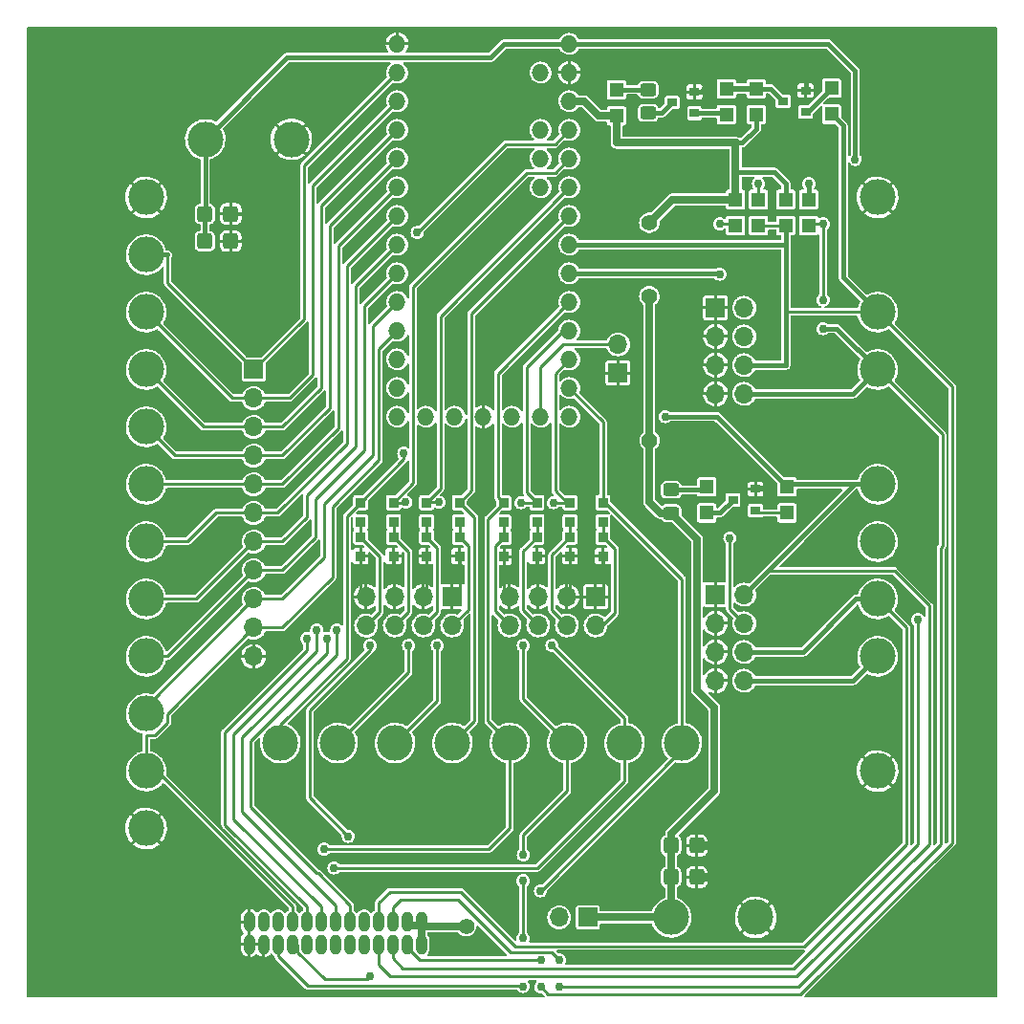
<source format=gbr>
G04 #@! TF.GenerationSoftware,KiCad,Pcbnew,(6.0.0)*
G04 #@! TF.CreationDate,2022-05-23T08:06:08-07:00*
G04 #@! TF.ProjectId,Teensy-Breakout-v4,5465656e-7379-42d4-9272-65616b6f7574,rev?*
G04 #@! TF.SameCoordinates,Original*
G04 #@! TF.FileFunction,Copper,L1,Top*
G04 #@! TF.FilePolarity,Positive*
%FSLAX46Y46*%
G04 Gerber Fmt 4.6, Leading zero omitted, Abs format (unit mm)*
G04 Created by KiCad (PCBNEW (6.0.0)) date 2022-05-23 08:06:08*
%MOMM*%
%LPD*%
G01*
G04 APERTURE LIST*
G04 Aperture macros list*
%AMRoundRect*
0 Rectangle with rounded corners*
0 $1 Rounding radius*
0 $2 $3 $4 $5 $6 $7 $8 $9 X,Y pos of 4 corners*
0 Add a 4 corners polygon primitive as box body*
4,1,4,$2,$3,$4,$5,$6,$7,$8,$9,$2,$3,0*
0 Add four circle primitives for the rounded corners*
1,1,$1+$1,$2,$3*
1,1,$1+$1,$4,$5*
1,1,$1+$1,$6,$7*
1,1,$1+$1,$8,$9*
0 Add four rect primitives between the rounded corners*
20,1,$1+$1,$2,$3,$4,$5,0*
20,1,$1+$1,$4,$5,$6,$7,0*
20,1,$1+$1,$6,$7,$8,$9,0*
20,1,$1+$1,$8,$9,$2,$3,0*%
G04 Aperture macros list end*
G04 #@! TA.AperFunction,SMDPad,CuDef*
%ADD10RoundRect,0.250000X-0.450000X0.325000X-0.450000X-0.325000X0.450000X-0.325000X0.450000X0.325000X0*%
G04 #@! TD*
G04 #@! TA.AperFunction,SMDPad,CuDef*
%ADD11R,0.900000X0.800000*%
G04 #@! TD*
G04 #@! TA.AperFunction,SMDPad,CuDef*
%ADD12R,1.300000X1.300000*%
G04 #@! TD*
G04 #@! TA.AperFunction,ComponentPad*
%ADD13C,6.985000*%
G04 #@! TD*
G04 #@! TA.AperFunction,ComponentPad*
%ADD14C,3.175000*%
G04 #@! TD*
G04 #@! TA.AperFunction,SMDPad,CuDef*
%ADD15RoundRect,0.250000X0.450000X-0.325000X0.450000X0.325000X-0.450000X0.325000X-0.450000X-0.325000X0*%
G04 #@! TD*
G04 #@! TA.AperFunction,ComponentPad*
%ADD16O,1.524000X1.524000*%
G04 #@! TD*
G04 #@! TA.AperFunction,SMDPad,CuDef*
%ADD17RoundRect,0.303149X-0.395351X-0.395351X0.395351X-0.395351X0.395351X0.395351X-0.395351X0.395351X0*%
G04 #@! TD*
G04 #@! TA.AperFunction,ComponentPad*
%ADD18O,1.016000X1.778000*%
G04 #@! TD*
G04 #@! TA.AperFunction,ComponentPad*
%ADD19R,1.700000X1.700000*%
G04 #@! TD*
G04 #@! TA.AperFunction,ComponentPad*
%ADD20O,1.700000X1.700000*%
G04 #@! TD*
G04 #@! TA.AperFunction,SMDPad,CuDef*
%ADD21R,0.900000X0.950000*%
G04 #@! TD*
G04 #@! TA.AperFunction,ViaPad*
%ADD22C,0.762000*%
G04 #@! TD*
G04 #@! TA.AperFunction,ViaPad*
%ADD23C,1.397000*%
G04 #@! TD*
G04 #@! TA.AperFunction,Conductor*
%ADD24C,0.254000*%
G04 #@! TD*
G04 #@! TA.AperFunction,Conductor*
%ADD25C,0.381000*%
G04 #@! TD*
G04 #@! TA.AperFunction,Conductor*
%ADD26C,0.762000*%
G04 #@! TD*
G04 #@! TA.AperFunction,Conductor*
%ADD27C,0.508000*%
G04 #@! TD*
G04 #@! TA.AperFunction,Conductor*
%ADD28C,0.635000*%
G04 #@! TD*
G04 APERTURE END LIST*
D10*
X135382000Y-98987500D03*
X135382000Y-101037500D03*
D11*
X137462199Y-63744099D03*
X137462199Y-65644099D03*
X135462199Y-64694099D03*
D12*
X138557000Y-101035500D03*
X138557000Y-98735500D03*
X145669000Y-98735500D03*
X145669000Y-101035500D03*
X140284200Y-63454900D03*
X140284200Y-65754900D03*
D13*
X83185000Y-139065000D03*
D14*
X135382000Y-136842500D03*
D15*
X133350000Y-65604500D03*
X133350000Y-63554500D03*
D14*
X142875000Y-136842500D03*
D12*
X145542000Y-75572000D03*
X145542000Y-73272000D03*
D16*
X111125000Y-59499500D03*
X111125000Y-62039500D03*
X111125000Y-64579500D03*
X111125000Y-67119500D03*
X111125000Y-69659500D03*
X111125000Y-72199500D03*
X111125000Y-74739500D03*
X111125000Y-77279500D03*
X111125000Y-79819500D03*
X111125000Y-82359500D03*
X111125000Y-84899500D03*
X111125000Y-87439500D03*
X111125000Y-89979500D03*
X111125000Y-92519500D03*
X113665000Y-92519500D03*
X116205000Y-92519500D03*
X118745000Y-92519500D03*
X121285000Y-92519500D03*
X123825000Y-92519500D03*
X126365000Y-92519500D03*
X126365000Y-89979500D03*
X126365000Y-87439500D03*
X126365000Y-84899500D03*
X126365000Y-82359500D03*
X126365000Y-79819500D03*
X126365000Y-77279500D03*
X126365000Y-74739500D03*
X126365000Y-72199500D03*
X126365000Y-69659500D03*
X126365000Y-67119500D03*
X126365000Y-64579500D03*
X126365000Y-62039500D03*
X126365000Y-59499500D03*
X123825000Y-62039500D03*
X123825000Y-67119500D03*
X123825000Y-69659500D03*
X123825000Y-72199500D03*
D14*
X153670000Y-98488500D03*
X153670000Y-88328500D03*
X153670000Y-83248500D03*
X153670000Y-108648500D03*
X153670000Y-103568500D03*
X88900000Y-123888500D03*
X88900000Y-118808500D03*
X88900000Y-113728500D03*
X88900000Y-108648500D03*
X88900000Y-103568500D03*
X88900000Y-98488500D03*
X88900000Y-93408500D03*
X88900000Y-88328500D03*
X88900000Y-83248500D03*
X88900000Y-78168500D03*
D17*
X135382000Y-130492500D03*
X137668000Y-130492500D03*
X135382000Y-133286500D03*
X137668000Y-133286500D03*
D12*
X141097000Y-75572000D03*
X141097000Y-73272000D03*
X130556000Y-63556500D03*
X130556000Y-65856500D03*
X142925800Y-65754900D03*
X142925800Y-63454900D03*
D11*
X147304000Y-63629500D03*
X147304000Y-65529500D03*
X145304000Y-64579500D03*
X142859000Y-98916501D03*
X142859000Y-100816501D03*
X140859000Y-99866501D03*
D18*
X113284000Y-137248900D03*
X113284000Y-139230100D03*
X112014000Y-137248900D03*
X112014000Y-139230100D03*
X110744000Y-137248900D03*
X110744000Y-139230100D03*
X109474000Y-137248900D03*
X109474000Y-139230100D03*
X108204000Y-137248900D03*
X108204000Y-139230100D03*
X106934000Y-137248900D03*
X106934000Y-139230100D03*
X105664000Y-137248900D03*
X105664000Y-139230100D03*
X104394000Y-137248900D03*
X104394000Y-139230100D03*
X103124000Y-137248900D03*
X103124000Y-139230100D03*
X101854000Y-137248900D03*
X101854000Y-139230100D03*
X100584000Y-137248900D03*
X100584000Y-139230100D03*
X99314000Y-137248900D03*
X99314000Y-139230100D03*
X98044000Y-137248900D03*
X98044000Y-139230100D03*
D14*
X88900000Y-128968500D03*
X153670000Y-73088500D03*
X88900000Y-73088500D03*
D13*
X83185000Y-62865000D03*
X159385000Y-139065000D03*
X159385000Y-62865000D03*
D14*
X153670000Y-123888500D03*
X153670000Y-113728500D03*
D12*
X149606000Y-65729500D03*
X149606000Y-63429500D03*
D19*
X139319000Y-82867500D03*
D20*
X141859000Y-82867500D03*
X139319000Y-85407500D03*
X141859000Y-85407500D03*
X139319000Y-87947500D03*
X141859000Y-87947500D03*
X139319000Y-90487500D03*
X141859000Y-90487500D03*
D19*
X139319000Y-108267500D03*
D20*
X141859000Y-108267500D03*
X139319000Y-110807500D03*
X141859000Y-110807500D03*
X139319000Y-113347500D03*
X141859000Y-113347500D03*
X139319000Y-115887500D03*
X141859000Y-115887500D03*
D19*
X98425000Y-88328500D03*
D20*
X98425000Y-90868500D03*
X98425000Y-93408500D03*
X98425000Y-95948500D03*
X98425000Y-98488500D03*
X98425000Y-101028500D03*
X98425000Y-103568500D03*
X98425000Y-106108500D03*
X98425000Y-108648500D03*
X98425000Y-111188500D03*
X98425000Y-113728500D03*
D19*
X128016000Y-136842500D03*
D20*
X125476000Y-136842500D03*
D21*
X107886500Y-104863000D03*
X107886500Y-103163000D03*
D19*
X128704500Y-108453000D03*
D20*
X128704500Y-110993000D03*
X126164500Y-108453000D03*
X126164500Y-110993000D03*
X123624500Y-108453000D03*
X123624500Y-110993000D03*
X121084500Y-108453000D03*
X121084500Y-110993000D03*
D14*
X100787200Y-121412000D03*
X110947200Y-121412000D03*
D17*
X94107000Y-74549000D03*
X96393000Y-74549000D03*
D21*
X116649500Y-101815000D03*
X116649500Y-100115000D03*
D14*
X136347200Y-121412000D03*
D21*
X110807500Y-101815000D03*
X110807500Y-100115000D03*
X113728500Y-104863000D03*
X113728500Y-103163000D03*
D14*
X101750000Y-67945000D03*
D12*
X143129000Y-75572000D03*
X143129000Y-73272000D03*
D21*
X120586500Y-104902000D03*
X120586500Y-103202000D03*
X129349500Y-104863000D03*
X129349500Y-103163000D03*
X116649500Y-104863000D03*
X116649500Y-103163000D03*
D14*
X121107200Y-121412000D03*
X94130000Y-67945000D03*
D21*
X110807500Y-104863000D03*
X110807500Y-103163000D03*
D12*
X147574000Y-75572000D03*
X147574000Y-73272000D03*
D19*
X116004500Y-108453000D03*
D20*
X116004500Y-110993000D03*
X113464500Y-108453000D03*
X113464500Y-110993000D03*
X110924500Y-108453000D03*
X110924500Y-110993000D03*
X108384500Y-108453000D03*
X108384500Y-110993000D03*
D14*
X105867200Y-121412000D03*
D21*
X123507500Y-104863000D03*
X123507500Y-103163000D03*
X126428500Y-104863000D03*
X126428500Y-103163000D03*
D14*
X131267200Y-121412000D03*
D21*
X120586500Y-101854000D03*
X120586500Y-100154000D03*
X107886500Y-101815000D03*
X107886500Y-100115000D03*
D14*
X116027200Y-121412000D03*
X126187200Y-121412000D03*
D21*
X129349500Y-101815000D03*
X129349500Y-100115000D03*
X123507500Y-101815000D03*
X123507500Y-100115000D03*
X126428500Y-101815000D03*
X126428500Y-100115000D03*
D19*
X130683000Y-88646000D03*
D20*
X130683000Y-86106000D03*
D17*
X94107000Y-76962000D03*
X96393000Y-76962000D03*
D21*
X113728500Y-101815000D03*
X113728500Y-100115000D03*
D22*
X105283000Y-129667000D03*
X147193000Y-84709000D03*
X114427000Y-76962000D03*
X144145000Y-114681000D03*
X147193000Y-82169000D03*
X115697000Y-99314000D03*
X116205000Y-95758000D03*
X123698000Y-113665000D03*
X144145000Y-86614000D03*
X141097000Y-78486000D03*
X113665000Y-95758000D03*
X112903000Y-73914000D03*
X138303000Y-78486000D03*
X110236000Y-113665000D03*
X95377000Y-137287000D03*
X126111000Y-138430000D03*
X120777000Y-113665000D03*
X149225000Y-73279000D03*
X127889000Y-101727000D03*
X118110000Y-139319000D03*
X118872000Y-95758000D03*
X127508000Y-113665000D03*
D23*
X139192000Y-133286500D03*
D22*
X106045000Y-133604000D03*
X95377000Y-131064000D03*
X90424000Y-137287000D03*
X109220000Y-134239000D03*
X121285000Y-95758000D03*
X144145000Y-110871000D03*
X134874000Y-93853000D03*
X146431000Y-70866000D03*
X123825000Y-95758000D03*
X118110000Y-134239000D03*
X116078000Y-113665000D03*
X138303000Y-75438000D03*
X97663000Y-76962000D03*
X140589000Y-102108000D03*
X153035000Y-69723000D03*
X117983000Y-100076000D03*
X135128000Y-81788000D03*
X145034000Y-140462000D03*
X90424000Y-134112000D03*
X120777000Y-131318000D03*
X156083000Y-109347000D03*
X143764000Y-98933000D03*
X113411000Y-113665000D03*
X131318000Y-95758000D03*
X135255000Y-75311000D03*
X108204000Y-129667000D03*
X90424000Y-131064000D03*
X127254000Y-95758000D03*
X144145000Y-91948000D03*
X112776000Y-99314000D03*
X127381000Y-140462000D03*
D23*
X139192000Y-130492500D03*
D22*
X134874000Y-91186000D03*
X97663000Y-74549000D03*
X131826000Y-75311000D03*
X95377000Y-134112000D03*
X138557000Y-63182500D03*
X147320000Y-62420500D03*
X144145000Y-89154000D03*
X147193000Y-77343000D03*
X144145000Y-108331000D03*
X131826000Y-81788000D03*
X142113000Y-71755000D03*
X123850400Y-140614400D03*
X123850400Y-143002000D03*
X139700000Y-75438000D03*
X125476000Y-142951200D03*
X139700000Y-79883000D03*
X148844000Y-75438000D03*
X125476000Y-140614400D03*
X148844000Y-84709000D03*
X148844000Y-82169000D03*
D23*
X133451600Y-75336400D03*
X133477000Y-94615000D03*
X133451600Y-81838800D03*
D22*
X157226000Y-110490000D03*
X140589000Y-103251000D03*
X134874000Y-92506800D03*
X105791000Y-111379000D03*
X104902000Y-112141000D03*
X103124000Y-112141000D03*
X104013000Y-111379000D03*
X106807000Y-129667000D03*
X108712000Y-112776000D03*
X124968000Y-100126800D03*
X124841000Y-112776000D03*
X105537000Y-132461000D03*
X122072400Y-100126800D03*
X122275600Y-142951200D03*
X122301000Y-131318000D03*
X122275600Y-133604000D03*
X122275600Y-138684000D03*
X122301000Y-112776000D03*
X123825000Y-134493000D03*
X108762800Y-142036800D03*
X114808000Y-100076000D03*
X114681000Y-112776000D03*
X104648000Y-130810000D03*
D23*
X117246400Y-137617200D03*
D22*
X112141000Y-112776000D03*
X111887000Y-100076000D03*
X111709200Y-95758000D03*
X112903000Y-76200000D03*
X143129000Y-71882000D03*
X147574000Y-71882000D03*
X151688292Y-69723000D03*
D24*
X117983000Y-119456200D02*
X116027200Y-121412000D01*
X117983000Y-101448500D02*
X117983000Y-119456200D01*
X116649500Y-100115000D02*
X117983000Y-101448500D01*
X113767500Y-100076000D02*
X113728500Y-100115000D01*
X114808000Y-100076000D02*
X113767500Y-100076000D01*
X136347200Y-106883200D02*
X136347200Y-121412000D01*
X129349500Y-100115000D02*
X129579000Y-100115000D01*
X129579000Y-100115000D02*
X136347200Y-106883200D01*
X95377000Y-137287000D02*
X90424000Y-137287000D01*
X120586500Y-105156000D02*
X120586500Y-107955000D01*
X129349500Y-107808000D02*
X128704500Y-108453000D01*
D25*
X137995401Y-63744099D02*
X138557000Y-63182500D01*
D26*
X137668000Y-130492500D02*
X139192000Y-130492500D01*
D24*
X107886500Y-107955000D02*
X108384500Y-108453000D01*
D27*
X147304000Y-62436500D02*
X147320000Y-62420500D01*
D24*
X95377000Y-134112000D02*
X90424000Y-134112000D01*
X110807500Y-105117000D02*
X110807500Y-108336000D01*
X96393000Y-76962000D02*
X97663000Y-76962000D01*
X90424000Y-131064000D02*
X95377000Y-131064000D01*
D27*
X143747501Y-98916501D02*
X142859000Y-98916501D01*
D24*
X123507500Y-105117000D02*
X123507500Y-108336000D01*
X113728500Y-108189000D02*
X113464500Y-108453000D01*
X120586500Y-107955000D02*
X121084500Y-108453000D01*
X126428500Y-105117000D02*
X126428500Y-108189000D01*
X126428500Y-108189000D02*
X126164500Y-108453000D01*
X123507500Y-108336000D02*
X123624500Y-108453000D01*
X110807500Y-108336000D02*
X110924500Y-108453000D01*
D25*
X147304000Y-63629500D02*
X147304000Y-62436500D01*
D24*
X113728500Y-105117000D02*
X113728500Y-108189000D01*
X129349500Y-105117000D02*
X129349500Y-107808000D01*
D25*
X137462199Y-63744099D02*
X137995401Y-63744099D01*
D24*
X96393000Y-74549000D02*
X97663000Y-74549000D01*
D26*
X137668000Y-133286500D02*
X139192000Y-133286500D01*
D24*
X116649500Y-107808000D02*
X116004500Y-108453000D01*
D27*
X143764000Y-98933000D02*
X143747501Y-98916501D01*
D24*
X107886500Y-105117000D02*
X107886500Y-107955000D01*
X116649500Y-105117000D02*
X116649500Y-107808000D01*
X146862800Y-143662400D02*
X160274000Y-130251200D01*
D25*
X145542000Y-75572000D02*
X145542000Y-83185000D01*
X153670000Y-83248500D02*
X150622000Y-80200500D01*
D24*
X160274000Y-130251200D02*
X160274000Y-89852500D01*
D25*
X145542000Y-83185000D02*
X145542000Y-87947500D01*
X126365000Y-77279500D02*
X145542000Y-77279500D01*
D24*
X143129000Y-75572000D02*
X145542000Y-75572000D01*
D25*
X145542000Y-87947500D02*
X141859000Y-87947500D01*
D24*
X123850400Y-143002000D02*
X124510800Y-143662400D01*
X112014000Y-138874500D02*
X112014000Y-139489893D01*
X112014000Y-139489893D02*
X113138507Y-140614400D01*
X113138507Y-140614400D02*
X123850400Y-140614400D01*
D25*
X150622000Y-80200500D02*
X150622000Y-66745500D01*
D24*
X124510800Y-143662400D02*
X146862800Y-143662400D01*
X160274000Y-89852500D02*
X153670000Y-83248500D01*
X153670000Y-83248500D02*
X145605500Y-83248500D01*
D25*
X145542000Y-77279500D02*
X145542000Y-75572000D01*
X150622000Y-66745500D02*
X149606000Y-65729500D01*
D24*
X145605500Y-83248500D02*
X145542000Y-83185000D01*
X121132120Y-139928120D02*
X116484400Y-135280400D01*
X146659600Y-142951200D02*
X159258000Y-130352800D01*
X139700000Y-75438000D02*
X140963000Y-75438000D01*
X111404400Y-135280400D02*
X110744000Y-135940800D01*
X110744000Y-135940800D02*
X110744000Y-137604500D01*
X125476000Y-142951200D02*
X146659600Y-142951200D01*
X125476000Y-140614400D02*
X124789720Y-139928120D01*
X124789720Y-139928120D02*
X121132120Y-139928120D01*
X116484400Y-135280400D02*
X111404400Y-135280400D01*
D25*
X139636500Y-79819500D02*
X126365000Y-79819500D01*
X141859000Y-90487500D02*
X151511000Y-90487500D01*
D24*
X148844000Y-82169000D02*
X148844000Y-75438000D01*
D25*
X139700000Y-79883000D02*
X139636500Y-79819500D01*
D24*
X148844000Y-75438000D02*
X147708000Y-75438000D01*
X140963000Y-75438000D02*
X141097000Y-75572000D01*
D25*
X151511000Y-90487500D02*
X153670000Y-88328500D01*
X148844000Y-84709000D02*
X150050500Y-84709000D01*
D24*
X147708000Y-75438000D02*
X147574000Y-75572000D01*
X159409919Y-103975759D02*
X159409919Y-94068419D01*
D25*
X150050500Y-84709000D02*
X153670000Y-88328500D01*
D24*
X159258000Y-104127678D02*
X159409919Y-103975759D01*
X159258000Y-130352800D02*
X159258000Y-104127678D01*
X159409919Y-94068419D02*
X153670000Y-88328500D01*
D28*
X134438500Y-101037500D02*
X135382000Y-101037500D01*
X135382000Y-137477500D02*
X135382000Y-133286500D01*
D25*
X144526000Y-70866000D02*
X145542000Y-71882000D01*
X145542000Y-71882000D02*
X145542000Y-73272000D01*
D28*
X141097000Y-70866000D02*
X141097000Y-68326000D01*
X127705500Y-64586500D02*
X128975500Y-65856500D01*
X137668000Y-116713000D02*
X139192000Y-118237000D01*
D25*
X141681200Y-68262500D02*
X141071600Y-68262500D01*
X141097000Y-70866000D02*
X144526000Y-70866000D01*
D28*
X133451600Y-100050600D02*
X134438500Y-101037500D01*
X133451600Y-81838800D02*
X133451600Y-100050600D01*
X139192000Y-125666500D02*
X135382000Y-129476500D01*
X141097000Y-73272000D02*
X141097000Y-70866000D01*
X135516000Y-73272000D02*
X141097000Y-73272000D01*
X141097000Y-68326000D02*
X141160500Y-68262500D01*
X135382000Y-101037500D02*
X137668000Y-103323500D01*
X133451600Y-75336400D02*
X135516000Y-73272000D01*
X141160500Y-68262500D02*
X130556000Y-68262500D01*
D25*
X142938500Y-67005200D02*
X141681200Y-68262500D01*
D28*
X130556000Y-68262500D02*
X130556000Y-65856500D01*
X126372000Y-64586500D02*
X127705500Y-64586500D01*
X126365000Y-64579500D02*
X126372000Y-64586500D01*
X128975500Y-65856500D02*
X130556000Y-65856500D01*
X137668000Y-103323500D02*
X137668000Y-116713000D01*
X135382000Y-133286500D02*
X135382000Y-129476500D01*
D25*
X142925800Y-65754900D02*
X142925800Y-67005200D01*
D28*
X139192000Y-118237000D02*
X139192000Y-125666500D01*
X128016000Y-136842500D02*
X135382000Y-136842500D01*
D25*
X138305000Y-98987500D02*
X138557000Y-98735500D01*
X135382000Y-98987500D02*
X138305000Y-98987500D01*
X134551798Y-65604500D02*
X135462199Y-64694099D01*
X133350000Y-65604500D02*
X134551798Y-65604500D01*
D24*
X146202400Y-141376400D02*
X157226000Y-130352800D01*
X111629900Y-141376400D02*
X146202400Y-141376400D01*
X140589000Y-109537500D02*
X141859000Y-110807500D01*
X157226000Y-130352800D02*
X157226000Y-110490000D01*
X140589000Y-103251000D02*
X140589000Y-109537500D01*
X110744000Y-139509500D02*
X110744000Y-140490500D01*
X110744000Y-140490500D02*
X111629900Y-141376400D01*
X158242000Y-130352800D02*
X158242000Y-109248696D01*
D25*
X141859000Y-108267500D02*
X151638000Y-98488500D01*
D24*
X155165304Y-106172000D02*
X143954500Y-106172000D01*
D25*
X151765000Y-98488500D02*
X153670000Y-98488500D01*
X151638000Y-98488500D02*
X153670000Y-98488500D01*
D24*
X109474000Y-138874500D02*
X109474000Y-141020800D01*
X145669000Y-98735500D02*
X145916000Y-98488500D01*
X158242000Y-109248696D02*
X155165304Y-106172000D01*
D25*
X139440300Y-92506800D02*
X145669000Y-98735500D01*
D24*
X109474000Y-141020800D02*
X110540800Y-142087600D01*
D25*
X145916000Y-98488500D02*
X151765000Y-98488500D01*
D24*
X146507200Y-142087600D02*
X158242000Y-130352800D01*
X110540800Y-142087600D02*
X146507200Y-142087600D01*
D25*
X134874000Y-92506800D02*
X139440300Y-92506800D01*
D24*
X121564400Y-139395200D02*
X147167600Y-139395200D01*
X109474000Y-137604500D02*
X109474000Y-135572500D01*
X116738400Y-134569200D02*
X121564400Y-139395200D01*
D25*
X147066000Y-113347500D02*
X151765000Y-108648500D01*
X141859000Y-113347500D02*
X147066000Y-113347500D01*
D24*
X109474000Y-135572500D02*
X110477300Y-134569200D01*
X156210000Y-111188500D02*
X153670000Y-108648500D01*
X156210000Y-130352800D02*
X156210000Y-111188500D01*
X110477300Y-134569200D02*
X116738400Y-134569200D01*
X147167600Y-139395200D02*
X156210000Y-130352800D01*
D25*
X151765000Y-108648500D02*
X153670000Y-108648500D01*
D24*
X143077999Y-101035500D02*
X142859000Y-100816501D01*
X145669000Y-101035500D02*
X143077999Y-101035500D01*
X90805000Y-78168500D02*
X90805000Y-80708500D01*
D25*
X88900000Y-78168500D02*
X90805000Y-78168500D01*
D24*
X102870000Y-70294500D02*
X111125000Y-62039500D01*
X90805000Y-80708500D02*
X98425000Y-88328500D01*
X98425000Y-88328500D02*
X102870000Y-83883500D01*
X102870000Y-83883500D02*
X102870000Y-70294500D01*
X98171000Y-127101978D02*
X98171000Y-121199370D01*
X98171000Y-121199370D02*
X105791000Y-113579370D01*
X103632000Y-72072500D02*
X103632000Y-88836500D01*
X104126820Y-132955820D02*
X104024842Y-132955820D01*
X106934000Y-137604500D02*
X106934000Y-135763000D01*
X101600000Y-90868500D02*
X96520000Y-90868500D01*
X111125000Y-64579500D02*
X103632000Y-72072500D01*
X106934000Y-135763000D02*
X104126820Y-132955820D01*
X96520000Y-90868500D02*
X88900000Y-83248500D01*
X104024842Y-132955820D02*
X98171000Y-127101978D01*
X105791000Y-113579370D02*
X105791000Y-111379000D01*
X103632000Y-88836500D02*
X101600000Y-90868500D01*
X93980000Y-93408500D02*
X88900000Y-88328500D01*
X111125000Y-67119500D02*
X104394000Y-73850500D01*
X104394000Y-73850500D02*
X104394000Y-89979500D01*
X104394000Y-89979500D02*
X100965000Y-93408500D01*
X100965000Y-93408500D02*
X93980000Y-93408500D01*
X100965000Y-95948500D02*
X91440000Y-95948500D01*
X104902000Y-113411000D02*
X97409000Y-120904000D01*
X97409000Y-120904000D02*
X97409000Y-127508000D01*
X97409000Y-127508000D02*
X105664000Y-135763000D01*
X105664000Y-135763000D02*
X105664000Y-137604500D01*
X91440000Y-95948500D02*
X88900000Y-93408500D01*
X111125000Y-69659500D02*
X105156000Y-75628500D01*
X105156000Y-75628500D02*
X105156000Y-91757500D01*
X104902000Y-112141000D02*
X104902000Y-113411000D01*
X105156000Y-91757500D02*
X100965000Y-95948500D01*
X100965000Y-98488500D02*
X88900000Y-98488500D01*
X105918000Y-77406500D02*
X105918000Y-93535500D01*
X111125000Y-72199500D02*
X105918000Y-77406500D01*
X105918000Y-93535500D02*
X100965000Y-98488500D01*
X109524320Y-96342680D02*
X105410000Y-100457000D01*
X98425000Y-111188500D02*
X90791811Y-118821689D01*
X90791811Y-119592115D02*
X89683615Y-120700311D01*
X88913189Y-120700311D02*
X88900000Y-120713500D01*
X89852500Y-123888500D02*
X101854000Y-135890000D01*
X105410000Y-100457000D02*
X105410000Y-106743500D01*
X105410000Y-106743500D02*
X100965000Y-111188500D01*
X89683615Y-120700311D02*
X88913189Y-120700311D01*
X109524320Y-86500180D02*
X109524320Y-96342680D01*
X90791811Y-118821689D02*
X90791811Y-119592115D01*
X88900000Y-123888500D02*
X89852500Y-123888500D01*
X100965000Y-111188500D02*
X98425000Y-111188500D01*
X88900000Y-120713500D02*
X88900000Y-123888500D01*
X111125000Y-84899500D02*
X109524320Y-86500180D01*
X101854000Y-135890000D02*
X101854000Y-137604500D01*
X88900000Y-118173500D02*
X88900000Y-118808500D01*
X111125000Y-82359500D02*
X108966000Y-84518500D01*
X108966000Y-95885000D02*
X104648000Y-100203000D01*
X98425000Y-108648500D02*
X88900000Y-118173500D01*
X108966000Y-84518500D02*
X108966000Y-95885000D01*
X104648000Y-100203000D02*
X104648000Y-104965500D01*
X104648000Y-104965500D02*
X100965000Y-108648500D01*
X100965000Y-108648500D02*
X98425000Y-108648500D01*
X108204000Y-95504000D02*
X103886000Y-99822000D01*
X90805000Y-113728500D02*
X88900000Y-113728500D01*
X95885000Y-128651000D02*
X103124000Y-135890000D01*
X103124000Y-112141000D02*
X103124000Y-113201943D01*
X103124000Y-135890000D02*
X103124000Y-137604500D01*
X103886000Y-103187500D02*
X100965000Y-106108500D01*
X103886000Y-99822000D02*
X103886000Y-103187500D01*
X108204000Y-82740500D02*
X108204000Y-95504000D01*
X111125000Y-79819500D02*
X108204000Y-82740500D01*
X100965000Y-106108500D02*
X98425000Y-106108500D01*
X98425000Y-106108500D02*
X90805000Y-113728500D01*
X95885000Y-120440943D02*
X95885000Y-128651000D01*
X103124000Y-113201943D02*
X95885000Y-120440943D01*
X111125000Y-77279500D02*
X107442000Y-80962500D01*
X107442000Y-95123000D02*
X103124000Y-99441000D01*
X103124000Y-101409500D02*
X100965000Y-103568500D01*
X100965000Y-103568500D02*
X98425000Y-103568500D01*
X98425000Y-103568500D02*
X93345000Y-108648500D01*
X103124000Y-99441000D02*
X103124000Y-101409500D01*
X93345000Y-108648500D02*
X88900000Y-108648500D01*
X107442000Y-80962500D02*
X107442000Y-95123000D01*
X98425000Y-101028500D02*
X95059500Y-101028500D01*
X96647000Y-128143000D02*
X104394000Y-135890000D01*
X104013000Y-113284000D02*
X96647000Y-120650000D01*
X96647000Y-120650000D02*
X96647000Y-128143000D01*
X106680000Y-94869000D02*
X100520500Y-101028500D01*
X100520500Y-101028500D02*
X98425000Y-101028500D01*
X106680000Y-79184500D02*
X106680000Y-94869000D01*
X104013000Y-111379000D02*
X104013000Y-113284000D01*
X95059500Y-101028500D02*
X92519500Y-103568500D01*
X104394000Y-135890000D02*
X104394000Y-137604500D01*
X111125000Y-74739500D02*
X106680000Y-79184500D01*
X92519500Y-103568500D02*
X88900000Y-103568500D01*
X103378000Y-126238000D02*
X103378000Y-118554500D01*
D25*
X151511000Y-115887500D02*
X141859000Y-115887500D01*
D24*
X108712000Y-113220500D02*
X108712000Y-112776000D01*
X106807000Y-129667000D02*
X103378000Y-126238000D01*
D25*
X153670000Y-113728500D02*
X151511000Y-115887500D01*
D24*
X103378000Y-118554500D02*
X108712000Y-113220500D01*
D25*
X133348000Y-63556500D02*
X130556000Y-63556500D01*
X137462199Y-65644099D02*
X140427399Y-65644099D01*
X142087600Y-63454900D02*
X140284200Y-63454900D01*
X142925800Y-63454900D02*
X144179400Y-63454900D01*
X144179400Y-63454900D02*
X145304000Y-64579500D01*
D27*
X140284200Y-63454900D02*
X142925800Y-63454900D01*
D25*
X149606000Y-63429500D02*
X147506000Y-65529500D01*
X147506000Y-65529500D02*
X147304000Y-65529500D01*
X139690001Y-101035500D02*
X140859000Y-99866501D01*
X138557000Y-101035500D02*
X139690001Y-101035500D01*
D24*
X126365000Y-87439500D02*
X125120400Y-88684100D01*
X125120400Y-99060900D02*
X126428500Y-100369000D01*
X123571000Y-132461000D02*
X105537000Y-132461000D01*
X125120400Y-88684100D02*
X125120400Y-99060900D01*
X131267200Y-121412000D02*
X131267200Y-124764800D01*
X131267200Y-124764800D02*
X123571000Y-132461000D01*
X126416700Y-100126800D02*
X126428500Y-100115000D01*
X131267200Y-119202200D02*
X131267200Y-121412000D01*
X124841000Y-112776000D02*
X131267200Y-119202200D01*
X124968000Y-100126800D02*
X126416700Y-100126800D01*
X122580400Y-88112600D02*
X122580400Y-99187900D01*
X103247249Y-142925292D02*
X100584000Y-140262043D01*
X126365000Y-84899500D02*
X125793500Y-84899500D01*
X122249692Y-142925292D02*
X103247249Y-142925292D01*
X122301000Y-112776000D02*
X122301000Y-117525800D01*
X100584000Y-140262043D02*
X100584000Y-138874500D01*
X122301000Y-117525800D02*
X126187200Y-121412000D01*
X122249700Y-142925300D02*
X122275600Y-142951200D01*
X125793500Y-84899500D02*
X122580400Y-88112600D01*
X122275600Y-138684000D02*
X122275600Y-133604000D01*
X123507500Y-100115000D02*
X122084200Y-100115000D01*
X122275600Y-142951200D02*
X122249692Y-142925292D01*
X126187200Y-125653800D02*
X126187200Y-121412000D01*
X122301000Y-129540000D02*
X126187200Y-125653800D01*
X122301000Y-131318000D02*
X122301000Y-129540000D01*
X122580400Y-99187900D02*
X123507500Y-100115000D01*
X126365000Y-89979500D02*
X129349500Y-92964000D01*
X123875800Y-134493000D02*
X136347200Y-122021600D01*
X129349500Y-92964000D02*
X129349500Y-100369000D01*
X102311680Y-139332180D02*
X102311680Y-139947573D01*
X102311680Y-139947573D02*
X104705707Y-142341600D01*
X108458000Y-142341600D02*
X108762800Y-142036800D01*
X136347200Y-122021600D02*
X136347200Y-121412000D01*
X101854000Y-138874500D02*
X102311680Y-139332180D01*
X104705707Y-142341600D02*
X108458000Y-142341600D01*
X114960400Y-98883100D02*
X113728500Y-100115000D01*
X110947200Y-121412000D02*
X114681000Y-117678200D01*
X114960400Y-83604100D02*
X114960400Y-98883100D01*
X114681000Y-117678200D02*
X114681000Y-112776000D01*
X126365000Y-72199500D02*
X114960400Y-83604100D01*
X126365000Y-74739500D02*
X117678689Y-83425811D01*
X117678689Y-99085811D02*
X116649500Y-100115000D01*
X117678689Y-83425811D02*
X117678689Y-99085811D01*
X119176800Y-119481600D02*
X119176800Y-101563700D01*
X119176800Y-101563700D02*
X120586500Y-100154000D01*
X119253000Y-130810000D02*
X104648000Y-130810000D01*
X121107200Y-121920000D02*
X121107200Y-128955800D01*
X120040400Y-88684100D02*
X120040400Y-99607900D01*
X120040400Y-99607900D02*
X120586500Y-100154000D01*
X126365000Y-82359500D02*
X120040400Y-88684100D01*
X121107200Y-128955800D02*
X119253000Y-130810000D01*
X121107200Y-121412000D02*
X119176800Y-119481600D01*
D28*
X113296700Y-137617200D02*
X113284000Y-137604500D01*
X112014000Y-137604500D02*
X113284000Y-137604500D01*
X113284000Y-137604500D02*
X113284000Y-138874500D01*
X117246400Y-137617200D02*
X113296700Y-137617200D01*
D24*
X119832189Y-103956311D02*
X120586500Y-103202000D01*
X120586500Y-103202000D02*
X120586500Y-101854000D01*
X119832189Y-109740689D02*
X119832189Y-103956311D01*
X121084500Y-110993000D02*
X119832189Y-109740689D01*
X122301000Y-104369500D02*
X123507500Y-103163000D01*
X123624500Y-110993000D02*
X122301000Y-109669500D01*
X123507500Y-101815000D02*
X123507500Y-103163000D01*
X122301000Y-109669500D02*
X122301000Y-104369500D01*
X124841000Y-104750500D02*
X126428500Y-103163000D01*
X126428500Y-103163000D02*
X126428500Y-101815000D01*
X124841000Y-109669500D02*
X124841000Y-104750500D01*
X126164500Y-110993000D02*
X124841000Y-109669500D01*
X128704500Y-110993000D02*
X129291000Y-110993000D01*
X130429000Y-104242500D02*
X129349500Y-103163000D01*
X129291000Y-110993000D02*
X130429000Y-109855000D01*
X129349500Y-101815000D02*
X129349500Y-103163000D01*
X130429000Y-109855000D02*
X130429000Y-104242500D01*
X108384500Y-110993000D02*
X109601000Y-109776500D01*
X109601000Y-109776500D02*
X109601000Y-104877500D01*
X109601000Y-104877500D02*
X107886500Y-103163000D01*
X107886500Y-101815000D02*
X107886500Y-103163000D01*
X110924500Y-110993000D02*
X112141000Y-109776500D01*
X110807500Y-103163000D02*
X110807500Y-101815000D01*
X112141000Y-104496500D02*
X110807500Y-103163000D01*
X112141000Y-109776500D02*
X112141000Y-104496500D01*
X114681000Y-109776500D02*
X114681000Y-104115500D01*
X113464500Y-110993000D02*
X114681000Y-109776500D01*
X114681000Y-104115500D02*
X113728500Y-103163000D01*
X113728500Y-101815000D02*
X113728500Y-103163000D01*
X116649500Y-103163000D02*
X116649500Y-101815000D01*
X116004500Y-110993000D02*
X117403811Y-109593689D01*
X117403811Y-103917311D02*
X116649500Y-103163000D01*
X117403811Y-109593689D02*
X117403811Y-103917311D01*
X122580400Y-70916800D02*
X112522000Y-80975200D01*
X110807500Y-100115000D02*
X111848000Y-100115000D01*
X112141000Y-112776000D02*
X112141000Y-115138200D01*
X112141000Y-115138200D02*
X105867200Y-121412000D01*
X126365000Y-69659500D02*
X125107700Y-70916800D01*
X112522000Y-98400500D02*
X110807500Y-100115000D01*
X125107700Y-70916800D02*
X122580400Y-70916800D01*
X112522000Y-80975200D02*
X112522000Y-98400500D01*
X106680000Y-101321500D02*
X106680000Y-113919000D01*
X125107700Y-68376800D02*
X126365000Y-67119500D01*
X106680000Y-113919000D02*
X100787200Y-119811800D01*
X107886500Y-100115000D02*
X106680000Y-101321500D01*
X112928400Y-76200000D02*
X120751600Y-68376800D01*
X120751600Y-68376800D02*
X125107700Y-68376800D01*
X112903000Y-76200000D02*
X112928400Y-76200000D01*
X111709200Y-96292300D02*
X107886500Y-100115000D01*
X111709200Y-95758000D02*
X111709200Y-96292300D01*
X100787200Y-119811800D02*
X100787200Y-121412000D01*
X125833253Y-86106000D02*
X130683000Y-86106000D01*
X123825000Y-92519500D02*
X123825000Y-88114253D01*
X123825000Y-88114253D02*
X125833253Y-86106000D01*
D25*
X120586500Y-59499500D02*
X126365000Y-59499500D01*
X149288500Y-59499500D02*
X126365000Y-59499500D01*
X101369000Y-60706000D02*
X119380000Y-60706000D01*
X94130000Y-67945000D02*
X94130000Y-74526000D01*
X151688300Y-61899300D02*
X149288500Y-59499500D01*
X94130000Y-74526000D02*
X94107000Y-74549000D01*
X119380000Y-60706000D02*
X120586500Y-59499500D01*
X151688300Y-69723000D02*
X151688300Y-61899300D01*
X94107000Y-74549000D02*
X94107000Y-76962000D01*
X147574000Y-71882000D02*
X147574000Y-73272000D01*
D24*
X143129000Y-71882000D02*
X143129000Y-73272000D01*
D25*
X94130000Y-67945000D02*
X101369000Y-60706000D01*
G04 #@! TA.AperFunction,Conductor*
G36*
X164220331Y-58007413D02*
G01*
X164256876Y-58057713D01*
X164261800Y-58088800D01*
X164261800Y-143841200D01*
X164242587Y-143900331D01*
X164192287Y-143936876D01*
X164161200Y-143941800D01*
X147293950Y-143941800D01*
X147234819Y-143922587D01*
X147198274Y-143872287D01*
X147198274Y-143810113D01*
X147222815Y-143770065D01*
X160494519Y-130498361D01*
X160500989Y-130492432D01*
X160518115Y-130478061D01*
X160531239Y-130467049D01*
X160541178Y-130449835D01*
X160550981Y-130432857D01*
X160555695Y-130425458D01*
X160573291Y-130400327D01*
X160573291Y-130400326D01*
X160578340Y-130393116D01*
X160580617Y-130384618D01*
X160583124Y-130379243D01*
X160585153Y-130373669D01*
X160589551Y-130366051D01*
X160591126Y-130357123D01*
X160596409Y-130327158D01*
X160598309Y-130318592D01*
X160606246Y-130288969D01*
X160608524Y-130280467D01*
X160605083Y-130241135D01*
X160604700Y-130232367D01*
X160604700Y-89871325D01*
X160605083Y-89862558D01*
X160605874Y-89853520D01*
X160608523Y-89823233D01*
X160598307Y-89785103D01*
X160596408Y-89776537D01*
X160591079Y-89746314D01*
X160591079Y-89746313D01*
X160589551Y-89737649D01*
X160585152Y-89730030D01*
X160583124Y-89724457D01*
X160580617Y-89719081D01*
X160578340Y-89710583D01*
X160555690Y-89678236D01*
X160550979Y-89670841D01*
X160535641Y-89644274D01*
X160535638Y-89644271D01*
X160531239Y-89636651D01*
X160500989Y-89611268D01*
X160494519Y-89605339D01*
X155206556Y-84317376D01*
X155178330Y-84261978D01*
X155188056Y-84200570D01*
X155193074Y-84191834D01*
X155248552Y-84105584D01*
X155340177Y-83902182D01*
X155356363Y-83866250D01*
X155356364Y-83866247D01*
X155357897Y-83862844D01*
X155430163Y-83606609D01*
X155433024Y-83584124D01*
X155463443Y-83345009D01*
X155463443Y-83345003D01*
X155463761Y-83342507D01*
X155466223Y-83248500D01*
X155446493Y-82983001D01*
X155445668Y-82979354D01*
X155388563Y-82726984D01*
X155388562Y-82726980D01*
X155387737Y-82723335D01*
X155385342Y-82717175D01*
X155344773Y-82612854D01*
X155291244Y-82475206D01*
X155159136Y-82244065D01*
X155131195Y-82208621D01*
X155076725Y-82139527D01*
X154994315Y-82034989D01*
X154991595Y-82032430D01*
X154991592Y-82032427D01*
X154838146Y-81888081D01*
X154800400Y-81852573D01*
X154797343Y-81850453D01*
X154797339Y-81850449D01*
X154588375Y-81705486D01*
X154581652Y-81700822D01*
X154342877Y-81583071D01*
X154339325Y-81581934D01*
X154339320Y-81581932D01*
X154216099Y-81542489D01*
X154089320Y-81501907D01*
X153826551Y-81459112D01*
X153822809Y-81459063D01*
X153803700Y-81458813D01*
X153560343Y-81455627D01*
X153489614Y-81465253D01*
X153300246Y-81491025D01*
X153300244Y-81491025D01*
X153296544Y-81491529D01*
X153292961Y-81492573D01*
X153292958Y-81492574D01*
X153156315Y-81532402D01*
X153040949Y-81566028D01*
X153037567Y-81567587D01*
X153037562Y-81567589D01*
X152802566Y-81675924D01*
X152802563Y-81675926D01*
X152799174Y-81677488D01*
X152781413Y-81689133D01*
X152721430Y-81705486D01*
X152663288Y-81683459D01*
X152655120Y-81676137D01*
X151045665Y-80066682D01*
X151017439Y-80011284D01*
X151016200Y-79995547D01*
X151016200Y-74478933D01*
X152465096Y-74478933D01*
X152465503Y-74481503D01*
X152468129Y-74484754D01*
X152605670Y-74596730D01*
X152611464Y-74600802D01*
X152828790Y-74731643D01*
X152835121Y-74734869D01*
X153068706Y-74833780D01*
X153075420Y-74836079D01*
X153320617Y-74901091D01*
X153327588Y-74902421D01*
X153579509Y-74932237D01*
X153586581Y-74932570D01*
X153840183Y-74926594D01*
X153847253Y-74925926D01*
X154097485Y-74884276D01*
X154104378Y-74882621D01*
X154346232Y-74806132D01*
X154352848Y-74803513D01*
X154581513Y-74693710D01*
X154587670Y-74690199D01*
X154798602Y-74549257D01*
X154804195Y-74544919D01*
X154867562Y-74488163D01*
X154874369Y-74476445D01*
X154873974Y-74472597D01*
X154872846Y-74470951D01*
X153681268Y-73279373D01*
X153669189Y-73273218D01*
X153664077Y-73274028D01*
X152471251Y-74466854D01*
X152465096Y-74478933D01*
X151016200Y-74478933D01*
X151016200Y-73034062D01*
X151824847Y-73034062D01*
X151834805Y-73287530D01*
X151835585Y-73294596D01*
X151881160Y-73544139D01*
X151882922Y-73551000D01*
X151963203Y-73791635D01*
X151965922Y-73798197D01*
X152079302Y-74025106D01*
X152082920Y-74031224D01*
X152227147Y-74239903D01*
X152231575Y-74245431D01*
X152269703Y-74286677D01*
X152281527Y-74293299D01*
X152285787Y-74292795D01*
X152286820Y-74292075D01*
X153479127Y-73099768D01*
X153484455Y-73089311D01*
X153854718Y-73089311D01*
X153855528Y-73094423D01*
X155047835Y-74286730D01*
X155059914Y-74292885D01*
X155062900Y-74292412D01*
X155065607Y-74290260D01*
X155161320Y-74176396D01*
X155165492Y-74170653D01*
X155299729Y-73955413D01*
X155303050Y-73949142D01*
X155405620Y-73717131D01*
X155408024Y-73710454D01*
X155476881Y-73466305D01*
X155478317Y-73459369D01*
X155512219Y-73206972D01*
X155512642Y-73201847D01*
X155516123Y-73091077D01*
X155516022Y-73085934D01*
X155498037Y-72831915D01*
X155497038Y-72824894D01*
X155443645Y-72576895D01*
X155441668Y-72570092D01*
X155353869Y-72332103D01*
X155350946Y-72325629D01*
X155230490Y-72102383D01*
X155226689Y-72096393D01*
X155075982Y-71892352D01*
X155072245Y-71887977D01*
X155060490Y-71881871D01*
X155055481Y-71882624D01*
X153860873Y-73077232D01*
X153854718Y-73089311D01*
X153484455Y-73089311D01*
X153485282Y-73087689D01*
X153484472Y-73082577D01*
X152290802Y-71888907D01*
X152278723Y-71882752D01*
X152276573Y-71883093D01*
X152272781Y-71886205D01*
X152145239Y-72047990D01*
X152141257Y-72053851D01*
X152013841Y-72273213D01*
X152010726Y-72279571D01*
X151915490Y-72514697D01*
X151913299Y-72521444D01*
X151852144Y-72767632D01*
X151850924Y-72774622D01*
X151825069Y-73026975D01*
X151824847Y-73034062D01*
X151016200Y-73034062D01*
X151016200Y-71699179D01*
X152464447Y-71699179D01*
X152465074Y-71703845D01*
X152465375Y-71704270D01*
X153658732Y-72897627D01*
X153670811Y-72903782D01*
X153675923Y-72902972D01*
X154870765Y-71708130D01*
X154876920Y-71696051D01*
X154876646Y-71694321D01*
X154873044Y-71690001D01*
X154686437Y-71547588D01*
X154680505Y-71543691D01*
X154459184Y-71419746D01*
X154452752Y-71416719D01*
X154216186Y-71325198D01*
X154209386Y-71323106D01*
X153962279Y-71265830D01*
X153955261Y-71264719D01*
X153702546Y-71242831D01*
X153695442Y-71242720D01*
X153442165Y-71256658D01*
X153435116Y-71257549D01*
X153186325Y-71307036D01*
X153179480Y-71308909D01*
X152940141Y-71392959D01*
X152933629Y-71395777D01*
X152708521Y-71512711D01*
X152702463Y-71516423D01*
X152496075Y-71663910D01*
X152490614Y-71668428D01*
X152470884Y-71687250D01*
X152464447Y-71699179D01*
X151016200Y-71699179D01*
X151016200Y-70103945D01*
X151035413Y-70044814D01*
X151085713Y-70008269D01*
X151147887Y-70008269D01*
X151196612Y-70042704D01*
X151271279Y-70140013D01*
X151393419Y-70233734D01*
X151535655Y-70292650D01*
X151542191Y-70293510D01*
X151542193Y-70293511D01*
X151681752Y-70311884D01*
X151688292Y-70312745D01*
X151694832Y-70311884D01*
X151834391Y-70293511D01*
X151834393Y-70293510D01*
X151840929Y-70292650D01*
X151983165Y-70233734D01*
X152105305Y-70140013D01*
X152199026Y-70017872D01*
X152257942Y-69875637D01*
X152270126Y-69783094D01*
X152277176Y-69729540D01*
X152278037Y-69723000D01*
X152271560Y-69673799D01*
X152258803Y-69576901D01*
X152258802Y-69576899D01*
X152257942Y-69570363D01*
X152211295Y-69457748D01*
X152201549Y-69434218D01*
X152201547Y-69434215D01*
X152199026Y-69428128D01*
X152105305Y-69305987D01*
X152107208Y-69304527D01*
X152083739Y-69258466D01*
X152082500Y-69242729D01*
X152082500Y-61836865D01*
X152075238Y-61814515D01*
X152071557Y-61799185D01*
X152067880Y-61775967D01*
X152057215Y-61755036D01*
X152051174Y-61740451D01*
X152046361Y-61725639D01*
X152046360Y-61725636D01*
X152043913Y-61718106D01*
X152030103Y-61699098D01*
X152021855Y-61685639D01*
X152016149Y-61674439D01*
X152011190Y-61664707D01*
X149523093Y-59176610D01*
X149502158Y-59165943D01*
X149488702Y-59157697D01*
X149476100Y-59148541D01*
X149476099Y-59148540D01*
X149469694Y-59143887D01*
X149462164Y-59141440D01*
X149462161Y-59141439D01*
X149447349Y-59136626D01*
X149432764Y-59130585D01*
X149418890Y-59123516D01*
X149418891Y-59123516D01*
X149411833Y-59119920D01*
X149388615Y-59116243D01*
X149373285Y-59112562D01*
X149350935Y-59105300D01*
X127309617Y-59105300D01*
X127250486Y-59086087D01*
X127220793Y-59051930D01*
X127175556Y-58966853D01*
X127173244Y-58962504D01*
X127053548Y-58815742D01*
X127049754Y-58812603D01*
X126911419Y-58698161D01*
X126911413Y-58698157D01*
X126907626Y-58695024D01*
X126821252Y-58648322D01*
X126745358Y-58607286D01*
X126745354Y-58607285D01*
X126741035Y-58604949D01*
X126719866Y-58598396D01*
X126564822Y-58550402D01*
X126564820Y-58550402D01*
X126560121Y-58548947D01*
X126371774Y-58529151D01*
X126366873Y-58529597D01*
X126366870Y-58529597D01*
X126188068Y-58545869D01*
X126188065Y-58545869D01*
X126183170Y-58546315D01*
X126178456Y-58547702D01*
X126178453Y-58547703D01*
X126134321Y-58560692D01*
X126001492Y-58599786D01*
X125997132Y-58602065D01*
X125997128Y-58602067D01*
X125893467Y-58656260D01*
X125833659Y-58687527D01*
X125829820Y-58690614D01*
X125829818Y-58690615D01*
X125820433Y-58698161D01*
X125686066Y-58806195D01*
X125564332Y-58951271D01*
X125508315Y-59053166D01*
X125462994Y-59095726D01*
X125420160Y-59105300D01*
X120524065Y-59105300D01*
X120501715Y-59112562D01*
X120486385Y-59116243D01*
X120463167Y-59119920D01*
X120456109Y-59123516D01*
X120456110Y-59123516D01*
X120442236Y-59130585D01*
X120427651Y-59136626D01*
X120412839Y-59141439D01*
X120412836Y-59141440D01*
X120405306Y-59143887D01*
X120398901Y-59148540D01*
X120398900Y-59148541D01*
X120386298Y-59157697D01*
X120372842Y-59165943D01*
X120351907Y-59176610D01*
X119246182Y-60282335D01*
X119190784Y-60310561D01*
X119175047Y-60311800D01*
X111985778Y-60311800D01*
X111926647Y-60292587D01*
X111890102Y-60242287D01*
X111890102Y-60180113D01*
X111909624Y-60145467D01*
X111956017Y-60091719D01*
X111961666Y-60083711D01*
X112055223Y-59919022D01*
X112059206Y-59910075D01*
X112118993Y-59730350D01*
X112121162Y-59720802D01*
X112131078Y-59642308D01*
X112128538Y-59628993D01*
X112127105Y-59627648D01*
X112121970Y-59626500D01*
X110131978Y-59626500D01*
X110119088Y-59630688D01*
X110117269Y-59633193D01*
X110116885Y-59636506D01*
X110120444Y-59678886D01*
X110122214Y-59688529D01*
X110174419Y-59870593D01*
X110178027Y-59879703D01*
X110264603Y-60048163D01*
X110269907Y-60056394D01*
X110343078Y-60148713D01*
X110364750Y-60206988D01*
X110348030Y-60266871D01*
X110299304Y-60305491D01*
X110264238Y-60311800D01*
X101306565Y-60311800D01*
X101284215Y-60319062D01*
X101268885Y-60322743D01*
X101245667Y-60326420D01*
X101238609Y-60330016D01*
X101238610Y-60330016D01*
X101224736Y-60337085D01*
X101210151Y-60343126D01*
X101195339Y-60347939D01*
X101195336Y-60347940D01*
X101187806Y-60350387D01*
X101181401Y-60355040D01*
X101181400Y-60355041D01*
X101168798Y-60364197D01*
X101155342Y-60372443D01*
X101134407Y-60383110D01*
X95145229Y-66372288D01*
X95089831Y-66400514D01*
X95029600Y-66391378D01*
X94806229Y-66281224D01*
X94802877Y-66279571D01*
X94799325Y-66278434D01*
X94799320Y-66278432D01*
X94666698Y-66235980D01*
X94549320Y-66198407D01*
X94286551Y-66155612D01*
X94282809Y-66155563D01*
X94263700Y-66155313D01*
X94020343Y-66152127D01*
X93922750Y-66165409D01*
X93760246Y-66187525D01*
X93760244Y-66187525D01*
X93756544Y-66188029D01*
X93752961Y-66189073D01*
X93752958Y-66189074D01*
X93652596Y-66218327D01*
X93500949Y-66262528D01*
X93497567Y-66264087D01*
X93497562Y-66264089D01*
X93367591Y-66324007D01*
X93259174Y-66373988D01*
X93256053Y-66376034D01*
X93256048Y-66376037D01*
X93129539Y-66458980D01*
X93036529Y-66519960D01*
X92837905Y-66697239D01*
X92835513Y-66700115D01*
X92827957Y-66709200D01*
X92667667Y-66901928D01*
X92665732Y-66905117D01*
X92665729Y-66905121D01*
X92533934Y-67122314D01*
X92529554Y-67129532D01*
X92528114Y-67132967D01*
X92528110Y-67132974D01*
X92504783Y-67188603D01*
X92426599Y-67375050D01*
X92401980Y-67471987D01*
X92363341Y-67624132D01*
X92361066Y-67633089D01*
X92360692Y-67636800D01*
X92360692Y-67636802D01*
X92335854Y-67883475D01*
X92334393Y-67897980D01*
X92334572Y-67901710D01*
X92334572Y-67901715D01*
X92344088Y-68099826D01*
X92347166Y-68163905D01*
X92399105Y-68425020D01*
X92489069Y-68675590D01*
X92490835Y-68678876D01*
X92490836Y-68678879D01*
X92514630Y-68723161D01*
X92615081Y-68910110D01*
X92774373Y-69123428D01*
X92963446Y-69310859D01*
X92966459Y-69313069D01*
X92966460Y-69313069D01*
X93163171Y-69457302D01*
X93178147Y-69468283D01*
X93181445Y-69470018D01*
X93181448Y-69470020D01*
X93410452Y-69590505D01*
X93410456Y-69590507D01*
X93413758Y-69592244D01*
X93417285Y-69593476D01*
X93417288Y-69593477D01*
X93665103Y-69680018D01*
X93664766Y-69680983D01*
X93713388Y-69712568D01*
X93735800Y-69775868D01*
X93735800Y-73548702D01*
X93716587Y-73607833D01*
X93666287Y-73644378D01*
X93646065Y-73648713D01*
X93601691Y-73653533D01*
X93465745Y-73704497D01*
X93349567Y-73791567D01*
X93262497Y-73907745D01*
X93252271Y-73935024D01*
X93213748Y-74037781D01*
X93213748Y-74037783D01*
X93211533Y-74043691D01*
X93204800Y-74105671D01*
X93204801Y-74992328D01*
X93211533Y-75054309D01*
X93262497Y-75190255D01*
X93349567Y-75306433D01*
X93465745Y-75393503D01*
X93481425Y-75399381D01*
X93595781Y-75442252D01*
X93595785Y-75442253D01*
X93601691Y-75444467D01*
X93618378Y-75446280D01*
X93623065Y-75446789D01*
X93679776Y-75472277D01*
X93710674Y-75526229D01*
X93712800Y-75546801D01*
X93712800Y-75964200D01*
X93693587Y-76023331D01*
X93643287Y-76059876D01*
X93623062Y-76064212D01*
X93601691Y-76066533D01*
X93465745Y-76117497D01*
X93349567Y-76204567D01*
X93262497Y-76320745D01*
X93247548Y-76360621D01*
X93213748Y-76450781D01*
X93213748Y-76450783D01*
X93211533Y-76456691D01*
X93204800Y-76518671D01*
X93204801Y-77405328D01*
X93211533Y-77467309D01*
X93262497Y-77603255D01*
X93349567Y-77719433D01*
X93465745Y-77806503D01*
X93519369Y-77826606D01*
X93595781Y-77855252D01*
X93595785Y-77855253D01*
X93601691Y-77857467D01*
X93663671Y-77864200D01*
X94107000Y-77864200D01*
X94550328Y-77864199D01*
X94612309Y-77857467D01*
X94748255Y-77806503D01*
X94864433Y-77719433D01*
X94951503Y-77603255D01*
X94984958Y-77514015D01*
X95000252Y-77473219D01*
X95000253Y-77473215D01*
X95002467Y-77467309D01*
X95009200Y-77405329D01*
X95009200Y-77397606D01*
X95440501Y-77397606D01*
X95440864Y-77403636D01*
X95450720Y-77485085D01*
X95453875Y-77497506D01*
X95505166Y-77627053D01*
X95511837Y-77638893D01*
X95595832Y-77749553D01*
X95605447Y-77759168D01*
X95716107Y-77843163D01*
X95727947Y-77849834D01*
X95857498Y-77901127D01*
X95869914Y-77904280D01*
X95951361Y-77914136D01*
X95957388Y-77914500D01*
X96250067Y-77914500D01*
X96262957Y-77910312D01*
X96266000Y-77906123D01*
X96266000Y-77898566D01*
X96520000Y-77898566D01*
X96524188Y-77911456D01*
X96528377Y-77914499D01*
X96828606Y-77914499D01*
X96834636Y-77914136D01*
X96916085Y-77904280D01*
X96928506Y-77901125D01*
X97058053Y-77849834D01*
X97069893Y-77843163D01*
X97180553Y-77759168D01*
X97190168Y-77749553D01*
X97274163Y-77638893D01*
X97280834Y-77627053D01*
X97332127Y-77497502D01*
X97335280Y-77485086D01*
X97345136Y-77403639D01*
X97345500Y-77397612D01*
X97345500Y-77104933D01*
X97341312Y-77092043D01*
X97337123Y-77089000D01*
X96535933Y-77089000D01*
X96523043Y-77093188D01*
X96520000Y-77097377D01*
X96520000Y-77898566D01*
X96266000Y-77898566D01*
X96266000Y-77104933D01*
X96261812Y-77092043D01*
X96257623Y-77089000D01*
X95456434Y-77089000D01*
X95443544Y-77093188D01*
X95440501Y-77097377D01*
X95440501Y-77397606D01*
X95009200Y-77397606D01*
X95009199Y-76819067D01*
X95440500Y-76819067D01*
X95444688Y-76831957D01*
X95448877Y-76835000D01*
X96250067Y-76835000D01*
X96262957Y-76830812D01*
X96266000Y-76826623D01*
X96266000Y-76819067D01*
X96520000Y-76819067D01*
X96524188Y-76831957D01*
X96528377Y-76835000D01*
X97329566Y-76835000D01*
X97342456Y-76830812D01*
X97345499Y-76826623D01*
X97345499Y-76526394D01*
X97345136Y-76520364D01*
X97335280Y-76438915D01*
X97332125Y-76426494D01*
X97280834Y-76296947D01*
X97274163Y-76285107D01*
X97190168Y-76174447D01*
X97180553Y-76164832D01*
X97069893Y-76080837D01*
X97058053Y-76074166D01*
X96928502Y-76022873D01*
X96916086Y-76019720D01*
X96834639Y-76009864D01*
X96828612Y-76009500D01*
X96535933Y-76009500D01*
X96523043Y-76013688D01*
X96520000Y-76017877D01*
X96520000Y-76819067D01*
X96266000Y-76819067D01*
X96266000Y-76025434D01*
X96261812Y-76012544D01*
X96257623Y-76009501D01*
X95957394Y-76009501D01*
X95951364Y-76009864D01*
X95869915Y-76019720D01*
X95857494Y-76022875D01*
X95727947Y-76074166D01*
X95716107Y-76080837D01*
X95605447Y-76164832D01*
X95595832Y-76174447D01*
X95511837Y-76285107D01*
X95505166Y-76296947D01*
X95453873Y-76426498D01*
X95450720Y-76438914D01*
X95440864Y-76520361D01*
X95440500Y-76526388D01*
X95440500Y-76819067D01*
X95009199Y-76819067D01*
X95009199Y-76518672D01*
X95002467Y-76456691D01*
X94951503Y-76320745D01*
X94864433Y-76204567D01*
X94748255Y-76117497D01*
X94694631Y-76097394D01*
X94618219Y-76068748D01*
X94618215Y-76068747D01*
X94612309Y-76066533D01*
X94595622Y-76064720D01*
X94590935Y-76064211D01*
X94534224Y-76038723D01*
X94503326Y-75984771D01*
X94501200Y-75964199D01*
X94501200Y-75546800D01*
X94520413Y-75487669D01*
X94570713Y-75451124D01*
X94590938Y-75446788D01*
X94612309Y-75444467D01*
X94748255Y-75393503D01*
X94864433Y-75306433D01*
X94951503Y-75190255D01*
X94982602Y-75107300D01*
X95000252Y-75060219D01*
X95000253Y-75060215D01*
X95002467Y-75054309D01*
X95009200Y-74992329D01*
X95009200Y-74984606D01*
X95440501Y-74984606D01*
X95440864Y-74990636D01*
X95450720Y-75072085D01*
X95453875Y-75084506D01*
X95505166Y-75214053D01*
X95511837Y-75225893D01*
X95595832Y-75336553D01*
X95605447Y-75346168D01*
X95716107Y-75430163D01*
X95727947Y-75436834D01*
X95857498Y-75488127D01*
X95869914Y-75491280D01*
X95951361Y-75501136D01*
X95957388Y-75501500D01*
X96250067Y-75501500D01*
X96262957Y-75497312D01*
X96266000Y-75493123D01*
X96266000Y-75485566D01*
X96520000Y-75485566D01*
X96524188Y-75498456D01*
X96528377Y-75501499D01*
X96828606Y-75501499D01*
X96834636Y-75501136D01*
X96916085Y-75491280D01*
X96928506Y-75488125D01*
X97058053Y-75436834D01*
X97069893Y-75430163D01*
X97180553Y-75346168D01*
X97190168Y-75336553D01*
X97274163Y-75225893D01*
X97280834Y-75214053D01*
X97332127Y-75084502D01*
X97335280Y-75072086D01*
X97345136Y-74990639D01*
X97345500Y-74984612D01*
X97345500Y-74691933D01*
X97341312Y-74679043D01*
X97337123Y-74676000D01*
X96535933Y-74676000D01*
X96523043Y-74680188D01*
X96520000Y-74684377D01*
X96520000Y-75485566D01*
X96266000Y-75485566D01*
X96266000Y-74691933D01*
X96261812Y-74679043D01*
X96257623Y-74676000D01*
X95456434Y-74676000D01*
X95443544Y-74680188D01*
X95440501Y-74684377D01*
X95440501Y-74984606D01*
X95009200Y-74984606D01*
X95009199Y-74406067D01*
X95440500Y-74406067D01*
X95444688Y-74418957D01*
X95448877Y-74422000D01*
X96250067Y-74422000D01*
X96262957Y-74417812D01*
X96266000Y-74413623D01*
X96266000Y-74406067D01*
X96520000Y-74406067D01*
X96524188Y-74418957D01*
X96528377Y-74422000D01*
X97329566Y-74422000D01*
X97342456Y-74417812D01*
X97345499Y-74413623D01*
X97345499Y-74113394D01*
X97345136Y-74107364D01*
X97335280Y-74025915D01*
X97332125Y-74013494D01*
X97280834Y-73883947D01*
X97274163Y-73872107D01*
X97190168Y-73761447D01*
X97180553Y-73751832D01*
X97069893Y-73667837D01*
X97058053Y-73661166D01*
X96928502Y-73609873D01*
X96916086Y-73606720D01*
X96834639Y-73596864D01*
X96828612Y-73596500D01*
X96535933Y-73596500D01*
X96523043Y-73600688D01*
X96520000Y-73604877D01*
X96520000Y-74406067D01*
X96266000Y-74406067D01*
X96266000Y-73612434D01*
X96261812Y-73599544D01*
X96257623Y-73596501D01*
X95957394Y-73596501D01*
X95951364Y-73596864D01*
X95869915Y-73606720D01*
X95857494Y-73609875D01*
X95727947Y-73661166D01*
X95716107Y-73667837D01*
X95605447Y-73751832D01*
X95595832Y-73761447D01*
X95511837Y-73872107D01*
X95505166Y-73883947D01*
X95453873Y-74013498D01*
X95450720Y-74025914D01*
X95440864Y-74107361D01*
X95440500Y-74113388D01*
X95440500Y-74406067D01*
X95009199Y-74406067D01*
X95009199Y-74105672D01*
X95002467Y-74043691D01*
X94951503Y-73907745D01*
X94864433Y-73791567D01*
X94748255Y-73704497D01*
X94612309Y-73653533D01*
X94606038Y-73652852D01*
X94601527Y-73651779D01*
X94548444Y-73619407D01*
X94524527Y-73562017D01*
X94524200Y-73553908D01*
X94524200Y-69771084D01*
X94543413Y-69711953D01*
X94599187Y-69673799D01*
X94711181Y-69644313D01*
X94714793Y-69643362D01*
X94959403Y-69538269D01*
X95185793Y-69398175D01*
X95259908Y-69335433D01*
X100545096Y-69335433D01*
X100545503Y-69338003D01*
X100548129Y-69341254D01*
X100685670Y-69453230D01*
X100691464Y-69457302D01*
X100908790Y-69588143D01*
X100915121Y-69591369D01*
X101148706Y-69690280D01*
X101155420Y-69692579D01*
X101400617Y-69757591D01*
X101407588Y-69758921D01*
X101659509Y-69788737D01*
X101666581Y-69789070D01*
X101920183Y-69783094D01*
X101927253Y-69782426D01*
X102177485Y-69740776D01*
X102184378Y-69739121D01*
X102426232Y-69662632D01*
X102432848Y-69660013D01*
X102661513Y-69550210D01*
X102667670Y-69546699D01*
X102878602Y-69405757D01*
X102884195Y-69401419D01*
X102947562Y-69344663D01*
X102954369Y-69332945D01*
X102953974Y-69329097D01*
X102952846Y-69327451D01*
X101761268Y-68135873D01*
X101749189Y-68129718D01*
X101744077Y-68130528D01*
X100551251Y-69323354D01*
X100545096Y-69335433D01*
X95259908Y-69335433D01*
X95267392Y-69329097D01*
X95386134Y-69228574D01*
X95388989Y-69226157D01*
X95456731Y-69148912D01*
X95562063Y-69028804D01*
X95562065Y-69028802D01*
X95564527Y-69025994D01*
X95566545Y-69022856D01*
X95566550Y-69022850D01*
X95706527Y-68805233D01*
X95706530Y-68805228D01*
X95708552Y-68802084D01*
X95781259Y-68640679D01*
X95816363Y-68562750D01*
X95816364Y-68562747D01*
X95817897Y-68559344D01*
X95890163Y-68303109D01*
X95891997Y-68288698D01*
X95923443Y-68041509D01*
X95923443Y-68041503D01*
X95923761Y-68039007D01*
X95926223Y-67945000D01*
X95922178Y-67890562D01*
X99904847Y-67890562D01*
X99914805Y-68144030D01*
X99915585Y-68151096D01*
X99961160Y-68400639D01*
X99962922Y-68407500D01*
X100043203Y-68648135D01*
X100045922Y-68654697D01*
X100159302Y-68881606D01*
X100162920Y-68887724D01*
X100307147Y-69096403D01*
X100311575Y-69101931D01*
X100349703Y-69143177D01*
X100361527Y-69149799D01*
X100365787Y-69149295D01*
X100366820Y-69148575D01*
X101559127Y-67956268D01*
X101564455Y-67945811D01*
X101934718Y-67945811D01*
X101935528Y-67950923D01*
X103127835Y-69143230D01*
X103139914Y-69149385D01*
X103142900Y-69148912D01*
X103145607Y-69146760D01*
X103241320Y-69032896D01*
X103245492Y-69027153D01*
X103379729Y-68811913D01*
X103383050Y-68805642D01*
X103485620Y-68573631D01*
X103488024Y-68566954D01*
X103556881Y-68322805D01*
X103558317Y-68315869D01*
X103592219Y-68063472D01*
X103592642Y-68058347D01*
X103596123Y-67947577D01*
X103596022Y-67942434D01*
X103578037Y-67688415D01*
X103577038Y-67681394D01*
X103523645Y-67433395D01*
X103521668Y-67426592D01*
X103433869Y-67188603D01*
X103430946Y-67182129D01*
X103310490Y-66958883D01*
X103306689Y-66952893D01*
X103155982Y-66748852D01*
X103152245Y-66744477D01*
X103140490Y-66738371D01*
X103135481Y-66739124D01*
X101940873Y-67933732D01*
X101934718Y-67945811D01*
X101564455Y-67945811D01*
X101565282Y-67944189D01*
X101564472Y-67939077D01*
X100370802Y-66745407D01*
X100358723Y-66739252D01*
X100356573Y-66739593D01*
X100352781Y-66742705D01*
X100225239Y-66904490D01*
X100221257Y-66910351D01*
X100093841Y-67129713D01*
X100090726Y-67136071D01*
X99995490Y-67371197D01*
X99993299Y-67377944D01*
X99932144Y-67624132D01*
X99930924Y-67631122D01*
X99905069Y-67883475D01*
X99904847Y-67890562D01*
X95922178Y-67890562D01*
X95906493Y-67679501D01*
X95897732Y-67640783D01*
X95848563Y-67423484D01*
X95848562Y-67423480D01*
X95847737Y-67419835D01*
X95751244Y-67171706D01*
X95683736Y-67053591D01*
X95671076Y-66992723D01*
X95699943Y-66932540D01*
X96076804Y-66555679D01*
X100544447Y-66555679D01*
X100545074Y-66560345D01*
X100545375Y-66560770D01*
X101738732Y-67754127D01*
X101750811Y-67760282D01*
X101755923Y-67759472D01*
X102950765Y-66564630D01*
X102956920Y-66552551D01*
X102956646Y-66550821D01*
X102953044Y-66546501D01*
X102766437Y-66404088D01*
X102760505Y-66400191D01*
X102539184Y-66276246D01*
X102532752Y-66273219D01*
X102296186Y-66181698D01*
X102289386Y-66179606D01*
X102042279Y-66122330D01*
X102035261Y-66121219D01*
X101782546Y-66099331D01*
X101775442Y-66099220D01*
X101522165Y-66113158D01*
X101515116Y-66114049D01*
X101266325Y-66163536D01*
X101259480Y-66165409D01*
X101020141Y-66249459D01*
X101013629Y-66252277D01*
X100788521Y-66369211D01*
X100782463Y-66372923D01*
X100576075Y-66520410D01*
X100570614Y-66524928D01*
X100550884Y-66543750D01*
X100544447Y-66555679D01*
X96076804Y-66555679D01*
X101502818Y-61129665D01*
X101558216Y-61101439D01*
X101573953Y-61100200D01*
X110466354Y-61100200D01*
X110525485Y-61119413D01*
X110562030Y-61169713D01*
X110562030Y-61231887D01*
X110529390Y-61279200D01*
X110446066Y-61346195D01*
X110324332Y-61491271D01*
X110233096Y-61657229D01*
X110231608Y-61661919D01*
X110231607Y-61661922D01*
X110211395Y-61725639D01*
X110175832Y-61837748D01*
X110175283Y-61842639D01*
X110175283Y-61842641D01*
X110167789Y-61909457D01*
X110154722Y-62025951D01*
X110170569Y-62214671D01*
X110183797Y-62260802D01*
X110222770Y-62396718D01*
X110221177Y-62397175D01*
X110224654Y-62452345D01*
X110198347Y-62498473D01*
X102649481Y-70047339D01*
X102643011Y-70053268D01*
X102612761Y-70078651D01*
X102608360Y-70086274D01*
X102608359Y-70086275D01*
X102593019Y-70112843D01*
X102588305Y-70120242D01*
X102578125Y-70134782D01*
X102565660Y-70152584D01*
X102563383Y-70161082D01*
X102560876Y-70166457D01*
X102558847Y-70172031D01*
X102554449Y-70179649D01*
X102552922Y-70188311D01*
X102552921Y-70188313D01*
X102547591Y-70218542D01*
X102545691Y-70227108D01*
X102535476Y-70265233D01*
X102536243Y-70274001D01*
X102538917Y-70304565D01*
X102539300Y-70313333D01*
X102539300Y-83704850D01*
X102520087Y-83763981D01*
X102509835Y-83775985D01*
X99040485Y-87245335D01*
X98985087Y-87273561D01*
X98969350Y-87274800D01*
X97880650Y-87274800D01*
X97821519Y-87255587D01*
X97809515Y-87245335D01*
X91165165Y-80600985D01*
X91136939Y-80545587D01*
X91135700Y-80529850D01*
X91135700Y-78411917D01*
X91146665Y-78366245D01*
X91180984Y-78298890D01*
X91184580Y-78291833D01*
X91204114Y-78168500D01*
X91184580Y-78045167D01*
X91127890Y-77933907D01*
X91039593Y-77845610D01*
X91032541Y-77842017D01*
X91032540Y-77842016D01*
X90967781Y-77809020D01*
X90928333Y-77788920D01*
X90836026Y-77774300D01*
X90727751Y-77774300D01*
X90668620Y-77755087D01*
X90632075Y-77704787D01*
X90629632Y-77695903D01*
X90618562Y-77646981D01*
X90617737Y-77643335D01*
X90521244Y-77395206D01*
X90426047Y-77228646D01*
X90390990Y-77167308D01*
X90390987Y-77167303D01*
X90389136Y-77164065D01*
X90385411Y-77159339D01*
X90226627Y-76957922D01*
X90224315Y-76954989D01*
X90221595Y-76952430D01*
X90221592Y-76952427D01*
X90033118Y-76775130D01*
X90030400Y-76772573D01*
X90027343Y-76770453D01*
X90027339Y-76770449D01*
X89911779Y-76690283D01*
X89811652Y-76620822D01*
X89572877Y-76503071D01*
X89569325Y-76501934D01*
X89569320Y-76501932D01*
X89444240Y-76461894D01*
X89319320Y-76421907D01*
X89056551Y-76379112D01*
X89052809Y-76379063D01*
X89033700Y-76378813D01*
X88790343Y-76375627D01*
X88704676Y-76387286D01*
X88530246Y-76411025D01*
X88530244Y-76411025D01*
X88526544Y-76411529D01*
X88522961Y-76412573D01*
X88522958Y-76412574D01*
X88412008Y-76444913D01*
X88270949Y-76486028D01*
X88267567Y-76487587D01*
X88267562Y-76487589D01*
X88106318Y-76561924D01*
X88029174Y-76597488D01*
X88026053Y-76599534D01*
X88026048Y-76599537D01*
X87867337Y-76703593D01*
X87806529Y-76743460D01*
X87607905Y-76920739D01*
X87437667Y-77125428D01*
X87435732Y-77128617D01*
X87435729Y-77128621D01*
X87339427Y-77287323D01*
X87299554Y-77353032D01*
X87298114Y-77356467D01*
X87298110Y-77356474D01*
X87238281Y-77499150D01*
X87196599Y-77598550D01*
X87167355Y-77713698D01*
X87132782Y-77849834D01*
X87131066Y-77856589D01*
X87130692Y-77860300D01*
X87130692Y-77860302D01*
X87123281Y-77933907D01*
X87104393Y-78121480D01*
X87104572Y-78125210D01*
X87104572Y-78125215D01*
X87112575Y-78291833D01*
X87117166Y-78387405D01*
X87169105Y-78648520D01*
X87259069Y-78899090D01*
X87260835Y-78902376D01*
X87260836Y-78902379D01*
X87274219Y-78927286D01*
X87385081Y-79133610D01*
X87544373Y-79346928D01*
X87733446Y-79534359D01*
X87736459Y-79536569D01*
X87736460Y-79536569D01*
X87858854Y-79626311D01*
X87948147Y-79691783D01*
X87951445Y-79693518D01*
X87951448Y-79693520D01*
X88180452Y-79814005D01*
X88180456Y-79814007D01*
X88183758Y-79815744D01*
X88187285Y-79816976D01*
X88187288Y-79816977D01*
X88264058Y-79843786D01*
X88435103Y-79903518D01*
X88696662Y-79953177D01*
X88700392Y-79953324D01*
X88700396Y-79953324D01*
X88862243Y-79959683D01*
X88962687Y-79963629D01*
X88985538Y-79961126D01*
X89223623Y-79935052D01*
X89223628Y-79935051D01*
X89227336Y-79934645D01*
X89356065Y-79900753D01*
X89481182Y-79867813D01*
X89481186Y-79867812D01*
X89484793Y-79866862D01*
X89729403Y-79761769D01*
X89955793Y-79621675D01*
X89995421Y-79588128D01*
X90156134Y-79452074D01*
X90158989Y-79449657D01*
X90298065Y-79291071D01*
X90351498Y-79259282D01*
X90413411Y-79264971D01*
X90460156Y-79305965D01*
X90474300Y-79357401D01*
X90474300Y-80689667D01*
X90473917Y-80698435D01*
X90470476Y-80737767D01*
X90472754Y-80746269D01*
X90480691Y-80775892D01*
X90482591Y-80784458D01*
X90485498Y-80800942D01*
X90489449Y-80823351D01*
X90493847Y-80830969D01*
X90495876Y-80836543D01*
X90498383Y-80841918D01*
X90500660Y-80850416D01*
X90505709Y-80857626D01*
X90505709Y-80857627D01*
X90523305Y-80882758D01*
X90528019Y-80890157D01*
X90543359Y-80916725D01*
X90547761Y-80924349D01*
X90563667Y-80937696D01*
X90578011Y-80949732D01*
X90584481Y-80955661D01*
X97341835Y-87713015D01*
X97370061Y-87768413D01*
X97371300Y-87784150D01*
X97371300Y-89198564D01*
X97383119Y-89257980D01*
X97428140Y-89325360D01*
X97495520Y-89370381D01*
X97554936Y-89382200D01*
X99295064Y-89382200D01*
X99354480Y-89370381D01*
X99421860Y-89325360D01*
X99466881Y-89257980D01*
X99478700Y-89198564D01*
X99478700Y-87784150D01*
X99497913Y-87725019D01*
X99508165Y-87713015D01*
X103090519Y-84130661D01*
X103096989Y-84124732D01*
X103120499Y-84105005D01*
X103120500Y-84105004D01*
X103127239Y-84099349D01*
X103127541Y-84098826D01*
X103176361Y-84068319D01*
X103238384Y-84072655D01*
X103286013Y-84112619D01*
X103301300Y-84165930D01*
X103301300Y-88657850D01*
X103282087Y-88716981D01*
X103271835Y-88728985D01*
X101492485Y-90508335D01*
X101437087Y-90536561D01*
X101421350Y-90537800D01*
X99500592Y-90537800D01*
X99441461Y-90518587D01*
X99409338Y-90473399D01*
X99407202Y-90474279D01*
X99405331Y-90469739D01*
X99403907Y-90465023D01*
X99306895Y-90282570D01*
X99176292Y-90122435D01*
X99065947Y-90031150D01*
X99020857Y-89993848D01*
X99020856Y-89993847D01*
X99017072Y-89990717D01*
X98835301Y-89892433D01*
X98830601Y-89890978D01*
X98830596Y-89890976D01*
X98642602Y-89832783D01*
X98642600Y-89832783D01*
X98637901Y-89831328D01*
X98432392Y-89809728D01*
X98427491Y-89810174D01*
X98427488Y-89810174D01*
X98231499Y-89828010D01*
X98231496Y-89828010D01*
X98226601Y-89828456D01*
X98221887Y-89829843D01*
X98221884Y-89829844D01*
X98067734Y-89875214D01*
X98028367Y-89886800D01*
X98024007Y-89889079D01*
X98024003Y-89889081D01*
X97861559Y-89974005D01*
X97845241Y-89982536D01*
X97841402Y-89985623D01*
X97841400Y-89985624D01*
X97731375Y-90074087D01*
X97684198Y-90112018D01*
X97681037Y-90115785D01*
X97681036Y-90115786D01*
X97674578Y-90123482D01*
X97551371Y-90270314D01*
X97451821Y-90451395D01*
X97450334Y-90456084D01*
X97450331Y-90456090D01*
X97446675Y-90467617D01*
X97410483Y-90518172D01*
X97350784Y-90537800D01*
X96698650Y-90537800D01*
X96639519Y-90518587D01*
X96627515Y-90508335D01*
X90436556Y-84317376D01*
X90408330Y-84261978D01*
X90418056Y-84200570D01*
X90423074Y-84191834D01*
X90478552Y-84105584D01*
X90570177Y-83902182D01*
X90586363Y-83866250D01*
X90586364Y-83866247D01*
X90587897Y-83862844D01*
X90660163Y-83606609D01*
X90663024Y-83584124D01*
X90693443Y-83345009D01*
X90693443Y-83345003D01*
X90693761Y-83342507D01*
X90696223Y-83248500D01*
X90676493Y-82983001D01*
X90675668Y-82979354D01*
X90618563Y-82726984D01*
X90618562Y-82726980D01*
X90617737Y-82723335D01*
X90615342Y-82717175D01*
X90574773Y-82612854D01*
X90521244Y-82475206D01*
X90389136Y-82244065D01*
X90361195Y-82208621D01*
X90306726Y-82139527D01*
X90224315Y-82034989D01*
X90221595Y-82032430D01*
X90221592Y-82032427D01*
X90068146Y-81888081D01*
X90030400Y-81852573D01*
X90027343Y-81850453D01*
X90027339Y-81850449D01*
X89818375Y-81705486D01*
X89811652Y-81700822D01*
X89572877Y-81583071D01*
X89569325Y-81581934D01*
X89569320Y-81581932D01*
X89446099Y-81542489D01*
X89319320Y-81501907D01*
X89056551Y-81459112D01*
X89052809Y-81459063D01*
X89033700Y-81458813D01*
X88790343Y-81455627D01*
X88719614Y-81465253D01*
X88530246Y-81491025D01*
X88530244Y-81491025D01*
X88526544Y-81491529D01*
X88522961Y-81492573D01*
X88522958Y-81492574D01*
X88386315Y-81532402D01*
X88270949Y-81566028D01*
X88267567Y-81567587D01*
X88267562Y-81567589D01*
X88230394Y-81584724D01*
X88029174Y-81677488D01*
X88026053Y-81679534D01*
X88026048Y-81679537D01*
X87891596Y-81767688D01*
X87806529Y-81823460D01*
X87607905Y-82000739D01*
X87437667Y-82205428D01*
X87435732Y-82208617D01*
X87435729Y-82208621D01*
X87329437Y-82383786D01*
X87299554Y-82433032D01*
X87298114Y-82436467D01*
X87298110Y-82436474D01*
X87245202Y-82562646D01*
X87196599Y-82678550D01*
X87172778Y-82772345D01*
X87135838Y-82917800D01*
X87131066Y-82936589D01*
X87130692Y-82940300D01*
X87130692Y-82940302D01*
X87106095Y-83184579D01*
X87104393Y-83201480D01*
X87104572Y-83205210D01*
X87104572Y-83205215D01*
X87115006Y-83422443D01*
X87117166Y-83467405D01*
X87169105Y-83728520D01*
X87170369Y-83732041D01*
X87170370Y-83732044D01*
X87197241Y-83806886D01*
X87259069Y-83979090D01*
X87260835Y-83982376D01*
X87260836Y-83982379D01*
X87274219Y-84007286D01*
X87385081Y-84213610D01*
X87544373Y-84426928D01*
X87733446Y-84614359D01*
X87736459Y-84616569D01*
X87736460Y-84616569D01*
X87871441Y-84715540D01*
X87948147Y-84771783D01*
X87951445Y-84773518D01*
X87951448Y-84773520D01*
X88180452Y-84894005D01*
X88180456Y-84894007D01*
X88183758Y-84895744D01*
X88187285Y-84896976D01*
X88187288Y-84896977D01*
X88264058Y-84923786D01*
X88435103Y-84983518D01*
X88696662Y-85033177D01*
X88700392Y-85033324D01*
X88700396Y-85033324D01*
X88862243Y-85039683D01*
X88962687Y-85043629D01*
X88985538Y-85041126D01*
X89223623Y-85015052D01*
X89223628Y-85015051D01*
X89227336Y-85014645D01*
X89362239Y-84979128D01*
X89481182Y-84947813D01*
X89481186Y-84947812D01*
X89484793Y-84946862D01*
X89729403Y-84841769D01*
X89844625Y-84770467D01*
X89905017Y-84755689D01*
X89962562Y-84779231D01*
X89968697Y-84784877D01*
X96272839Y-91089019D01*
X96278768Y-91095489D01*
X96304151Y-91125739D01*
X96311771Y-91130138D01*
X96311774Y-91130141D01*
X96338341Y-91145479D01*
X96345736Y-91150190D01*
X96378083Y-91172840D01*
X96386581Y-91175117D01*
X96391957Y-91177624D01*
X96397530Y-91179652D01*
X96405149Y-91184051D01*
X96413813Y-91185579D01*
X96413814Y-91185579D01*
X96444037Y-91190908D01*
X96452603Y-91192807D01*
X96490733Y-91203023D01*
X96530057Y-91199583D01*
X96538825Y-91199200D01*
X97349316Y-91199200D01*
X97408447Y-91218413D01*
X97439706Y-91258706D01*
X97440555Y-91258270D01*
X97488577Y-91351710D01*
X97535010Y-91442060D01*
X97538063Y-91445912D01*
X97538065Y-91445915D01*
X97590238Y-91511741D01*
X97663364Y-91604003D01*
X97820730Y-91737931D01*
X98001111Y-91838743D01*
X98005792Y-91840264D01*
X98192959Y-91901079D01*
X98192965Y-91901080D01*
X98197639Y-91902599D01*
X98202521Y-91903181D01*
X98202525Y-91903182D01*
X98397936Y-91926483D01*
X98397937Y-91926483D01*
X98402826Y-91927066D01*
X98608858Y-91911212D01*
X98613599Y-91909888D01*
X98613601Y-91909888D01*
X98803145Y-91856967D01*
X98807887Y-91855643D01*
X98992332Y-91762473D01*
X99155168Y-91635252D01*
X99165317Y-91623495D01*
X99210168Y-91571533D01*
X99290191Y-91478825D01*
X99392260Y-91299152D01*
X99402608Y-91268045D01*
X99439504Y-91218002D01*
X99498065Y-91199200D01*
X101581167Y-91199200D01*
X101589935Y-91199583D01*
X101620499Y-91202257D01*
X101629267Y-91203024D01*
X101637769Y-91200746D01*
X101667392Y-91192809D01*
X101675958Y-91190909D01*
X101706187Y-91185579D01*
X101706189Y-91185578D01*
X101714851Y-91184051D01*
X101722469Y-91179653D01*
X101728043Y-91177624D01*
X101733418Y-91175117D01*
X101741916Y-91172840D01*
X101749127Y-91167791D01*
X101774258Y-91150195D01*
X101781657Y-91145481D01*
X101808225Y-91130141D01*
X101808226Y-91130140D01*
X101815849Y-91125739D01*
X101841232Y-91095489D01*
X101847161Y-91089019D01*
X103852519Y-89083661D01*
X103858989Y-89077732D01*
X103882499Y-89058005D01*
X103882500Y-89058004D01*
X103889239Y-89052349D01*
X103889541Y-89051826D01*
X103938361Y-89021319D01*
X104000384Y-89025655D01*
X104048013Y-89065619D01*
X104063300Y-89118930D01*
X104063300Y-89800850D01*
X104044087Y-89859981D01*
X104033835Y-89871985D01*
X100857485Y-93048335D01*
X100802087Y-93076561D01*
X100786350Y-93077800D01*
X99500592Y-93077800D01*
X99441461Y-93058587D01*
X99409338Y-93013399D01*
X99407202Y-93014279D01*
X99405331Y-93009739D01*
X99403907Y-93005023D01*
X99306895Y-92822570D01*
X99176292Y-92662435D01*
X99017072Y-92530717D01*
X98835301Y-92432433D01*
X98830601Y-92430978D01*
X98830596Y-92430976D01*
X98642602Y-92372783D01*
X98642600Y-92372783D01*
X98637901Y-92371328D01*
X98432392Y-92349728D01*
X98427491Y-92350174D01*
X98427488Y-92350174D01*
X98231499Y-92368010D01*
X98231496Y-92368010D01*
X98226601Y-92368456D01*
X98221887Y-92369843D01*
X98221884Y-92369844D01*
X98105613Y-92404065D01*
X98028367Y-92426800D01*
X98024007Y-92429079D01*
X98024003Y-92429081D01*
X97862831Y-92513340D01*
X97845241Y-92522536D01*
X97841402Y-92525623D01*
X97841400Y-92525624D01*
X97757562Y-92593032D01*
X97684198Y-92652018D01*
X97681037Y-92655785D01*
X97681036Y-92655786D01*
X97675457Y-92662435D01*
X97551371Y-92810314D01*
X97451821Y-92991395D01*
X97450334Y-92996084D01*
X97450331Y-92996090D01*
X97446675Y-93007617D01*
X97410483Y-93058172D01*
X97350784Y-93077800D01*
X94158650Y-93077800D01*
X94099519Y-93058587D01*
X94087515Y-93048335D01*
X90436556Y-89397376D01*
X90408330Y-89341978D01*
X90418056Y-89280570D01*
X90423074Y-89271834D01*
X90478552Y-89185584D01*
X90570177Y-88982182D01*
X90586363Y-88946250D01*
X90586364Y-88946247D01*
X90587897Y-88942844D01*
X90660163Y-88686609D01*
X90664206Y-88654833D01*
X90693443Y-88425009D01*
X90693443Y-88425003D01*
X90693761Y-88422507D01*
X90696223Y-88328500D01*
X90676493Y-88063001D01*
X90670529Y-88036642D01*
X90618563Y-87806984D01*
X90618562Y-87806980D01*
X90617737Y-87803335D01*
X90615342Y-87797175D01*
X90522594Y-87558678D01*
X90521244Y-87555206D01*
X90444575Y-87421063D01*
X90390990Y-87327308D01*
X90390987Y-87327303D01*
X90389136Y-87324065D01*
X90361195Y-87288621D01*
X90298670Y-87209309D01*
X90224315Y-87114989D01*
X90221595Y-87112430D01*
X90221592Y-87112427D01*
X90068146Y-86968081D01*
X90030400Y-86932573D01*
X90027343Y-86930453D01*
X90027339Y-86930449D01*
X89818375Y-86785486D01*
X89811652Y-86780822D01*
X89668269Y-86710113D01*
X89576229Y-86664724D01*
X89572877Y-86663071D01*
X89569325Y-86661934D01*
X89569320Y-86661932D01*
X89446099Y-86622489D01*
X89319320Y-86581907D01*
X89056551Y-86539112D01*
X89052809Y-86539063D01*
X89033700Y-86538813D01*
X88790343Y-86535627D01*
X88704676Y-86547286D01*
X88530246Y-86571025D01*
X88530244Y-86571025D01*
X88526544Y-86571529D01*
X88522961Y-86572573D01*
X88522958Y-86572574D01*
X88402464Y-86607695D01*
X88270949Y-86646028D01*
X88267567Y-86647587D01*
X88267562Y-86647589D01*
X88189850Y-86683415D01*
X88029174Y-86757488D01*
X88026053Y-86759534D01*
X88026048Y-86759537D01*
X87906917Y-86837643D01*
X87806529Y-86903460D01*
X87607905Y-87080739D01*
X87605513Y-87083615D01*
X87581550Y-87112427D01*
X87437667Y-87285428D01*
X87435732Y-87288617D01*
X87435729Y-87288621D01*
X87336164Y-87452700D01*
X87299554Y-87513032D01*
X87298114Y-87516467D01*
X87298110Y-87516474D01*
X87242283Y-87649607D01*
X87196599Y-87758550D01*
X87172778Y-87852345D01*
X87133231Y-88008066D01*
X87131066Y-88016589D01*
X87130692Y-88020300D01*
X87130692Y-88020302D01*
X87105148Y-88273984D01*
X87104393Y-88281480D01*
X87104572Y-88285210D01*
X87104572Y-88285215D01*
X87110550Y-88409660D01*
X87117166Y-88547405D01*
X87169105Y-88808520D01*
X87170369Y-88812041D01*
X87170370Y-88812044D01*
X87188840Y-88863487D01*
X87259069Y-89059090D01*
X87260835Y-89062376D01*
X87260836Y-89062379D01*
X87274219Y-89087286D01*
X87385081Y-89293610D01*
X87544373Y-89506928D01*
X87733446Y-89694359D01*
X87736459Y-89696569D01*
X87736460Y-89696569D01*
X87935514Y-89842520D01*
X87948147Y-89851783D01*
X87951445Y-89853518D01*
X87951448Y-89853520D01*
X88180452Y-89974005D01*
X88180456Y-89974007D01*
X88183758Y-89975744D01*
X88187285Y-89976976D01*
X88187288Y-89976977D01*
X88264058Y-90003786D01*
X88435103Y-90063518D01*
X88696662Y-90113177D01*
X88700392Y-90113324D01*
X88700396Y-90113324D01*
X88852505Y-90119300D01*
X88962687Y-90123629D01*
X89002215Y-90119300D01*
X89223623Y-90095052D01*
X89223628Y-90095051D01*
X89227336Y-90094645D01*
X89392568Y-90051143D01*
X89481182Y-90027813D01*
X89481186Y-90027812D01*
X89484793Y-90026862D01*
X89729403Y-89921769D01*
X89844625Y-89850467D01*
X89905017Y-89835689D01*
X89962562Y-89859231D01*
X89968697Y-89864877D01*
X93732839Y-93629019D01*
X93738768Y-93635489D01*
X93764151Y-93665739D01*
X93771774Y-93670140D01*
X93771775Y-93670141D01*
X93798343Y-93685481D01*
X93805742Y-93690195D01*
X93830873Y-93707791D01*
X93838084Y-93712840D01*
X93846582Y-93715117D01*
X93851957Y-93717624D01*
X93857531Y-93719653D01*
X93865149Y-93724051D01*
X93873811Y-93725578D01*
X93873813Y-93725579D01*
X93904042Y-93730909D01*
X93912608Y-93732809D01*
X93942231Y-93740746D01*
X93950733Y-93743024D01*
X93959501Y-93742257D01*
X93990065Y-93739583D01*
X93998833Y-93739200D01*
X97349316Y-93739200D01*
X97408447Y-93758413D01*
X97439706Y-93798706D01*
X97440555Y-93798270D01*
X97535010Y-93982060D01*
X97538063Y-93985912D01*
X97538065Y-93985915D01*
X97560759Y-94014547D01*
X97663364Y-94144003D01*
X97820730Y-94277931D01*
X98001111Y-94378743D01*
X98005792Y-94380264D01*
X98192959Y-94441079D01*
X98192965Y-94441080D01*
X98197639Y-94442599D01*
X98202521Y-94443181D01*
X98202525Y-94443182D01*
X98397936Y-94466483D01*
X98397937Y-94466483D01*
X98402826Y-94467066D01*
X98608858Y-94451212D01*
X98613599Y-94449888D01*
X98613601Y-94449888D01*
X98803145Y-94396967D01*
X98807887Y-94395643D01*
X98992332Y-94302473D01*
X99155168Y-94175252D01*
X99189420Y-94135571D01*
X99239237Y-94077856D01*
X99290191Y-94018825D01*
X99380307Y-93860193D01*
X99389831Y-93843428D01*
X99389831Y-93843427D01*
X99392260Y-93839152D01*
X99402608Y-93808045D01*
X99439504Y-93758002D01*
X99498065Y-93739200D01*
X100946167Y-93739200D01*
X100954935Y-93739583D01*
X100985499Y-93742257D01*
X100994267Y-93743024D01*
X101002769Y-93740746D01*
X101032392Y-93732809D01*
X101040958Y-93730909D01*
X101071187Y-93725579D01*
X101071189Y-93725578D01*
X101079851Y-93724051D01*
X101087469Y-93719653D01*
X101093043Y-93717624D01*
X101098418Y-93715117D01*
X101106916Y-93712840D01*
X101114127Y-93707791D01*
X101139258Y-93690195D01*
X101146657Y-93685481D01*
X101173225Y-93670141D01*
X101173226Y-93670140D01*
X101180849Y-93665739D01*
X101206232Y-93635489D01*
X101212161Y-93629019D01*
X104614519Y-90226661D01*
X104620989Y-90220732D01*
X104644499Y-90201005D01*
X104644500Y-90201004D01*
X104651239Y-90195349D01*
X104651541Y-90194826D01*
X104700361Y-90164319D01*
X104762384Y-90168655D01*
X104810013Y-90208619D01*
X104825300Y-90261930D01*
X104825300Y-91578850D01*
X104806087Y-91637981D01*
X104795835Y-91649985D01*
X100857485Y-95588335D01*
X100802087Y-95616561D01*
X100786350Y-95617800D01*
X99500592Y-95617800D01*
X99441461Y-95598587D01*
X99409338Y-95553399D01*
X99407202Y-95554279D01*
X99405331Y-95549739D01*
X99403907Y-95545023D01*
X99306895Y-95362570D01*
X99176292Y-95202435D01*
X99062813Y-95108557D01*
X99020857Y-95073848D01*
X99020856Y-95073847D01*
X99017072Y-95070717D01*
X98835301Y-94972433D01*
X98830601Y-94970978D01*
X98830596Y-94970976D01*
X98642602Y-94912783D01*
X98642600Y-94912783D01*
X98637901Y-94911328D01*
X98432392Y-94889728D01*
X98427491Y-94890174D01*
X98427488Y-94890174D01*
X98231499Y-94908010D01*
X98231496Y-94908010D01*
X98226601Y-94908456D01*
X98221887Y-94909843D01*
X98221884Y-94909844D01*
X98102854Y-94944877D01*
X98028367Y-94966800D01*
X98024007Y-94969079D01*
X98024003Y-94969081D01*
X97958656Y-95003244D01*
X97845241Y-95062536D01*
X97841402Y-95065623D01*
X97841400Y-95065624D01*
X97744520Y-95143518D01*
X97684198Y-95192018D01*
X97681037Y-95195785D01*
X97681036Y-95195786D01*
X97674578Y-95203482D01*
X97551371Y-95350314D01*
X97451821Y-95531395D01*
X97450334Y-95536084D01*
X97450331Y-95536090D01*
X97446675Y-95547617D01*
X97410483Y-95598172D01*
X97350784Y-95617800D01*
X91618650Y-95617800D01*
X91559519Y-95598587D01*
X91547515Y-95588335D01*
X90436556Y-94477376D01*
X90408330Y-94421978D01*
X90418056Y-94360570D01*
X90423074Y-94351834D01*
X90478552Y-94265584D01*
X90580551Y-94039152D01*
X90586363Y-94026250D01*
X90586364Y-94026247D01*
X90587897Y-94022844D01*
X90660163Y-93766609D01*
X90661861Y-93753267D01*
X90693443Y-93505009D01*
X90693443Y-93505003D01*
X90693761Y-93502507D01*
X90696223Y-93408500D01*
X90676493Y-93143001D01*
X90674595Y-93134611D01*
X90618563Y-92886984D01*
X90618562Y-92886980D01*
X90617737Y-92883335D01*
X90521244Y-92635206D01*
X90422045Y-92461643D01*
X90390990Y-92407308D01*
X90390987Y-92407303D01*
X90389136Y-92404065D01*
X90364476Y-92372783D01*
X90242469Y-92218018D01*
X90224315Y-92194989D01*
X90221595Y-92192430D01*
X90221592Y-92192427D01*
X90084158Y-92063143D01*
X90030400Y-92012573D01*
X90027343Y-92010453D01*
X90027339Y-92010449D01*
X89901415Y-91923093D01*
X89811652Y-91860822D01*
X89572877Y-91743071D01*
X89569325Y-91741934D01*
X89569320Y-91741932D01*
X89446099Y-91702489D01*
X89319320Y-91661907D01*
X89056551Y-91619112D01*
X89052809Y-91619063D01*
X89033700Y-91618813D01*
X88790343Y-91615627D01*
X88704676Y-91627286D01*
X88530246Y-91651025D01*
X88530244Y-91651025D01*
X88526544Y-91651529D01*
X88522961Y-91652573D01*
X88522958Y-91652574D01*
X88423958Y-91681430D01*
X88270949Y-91726028D01*
X88267567Y-91727587D01*
X88267562Y-91727589D01*
X88187076Y-91764694D01*
X88029174Y-91837488D01*
X88026053Y-91839534D01*
X88026048Y-91839537D01*
X87898604Y-91923093D01*
X87806529Y-91983460D01*
X87607905Y-92160739D01*
X87437667Y-92365428D01*
X87435732Y-92368617D01*
X87435729Y-92368621D01*
X87301490Y-92589841D01*
X87299554Y-92593032D01*
X87298114Y-92596467D01*
X87298110Y-92596474D01*
X87238281Y-92739150D01*
X87196599Y-92838550D01*
X87173256Y-92930465D01*
X87135838Y-93077800D01*
X87131066Y-93096589D01*
X87130692Y-93100300D01*
X87130692Y-93100302D01*
X87109170Y-93314043D01*
X87104393Y-93361480D01*
X87104572Y-93365210D01*
X87104572Y-93365215D01*
X87110550Y-93489660D01*
X87117166Y-93627405D01*
X87169105Y-93888520D01*
X87170369Y-93892041D01*
X87170370Y-93892044D01*
X87174957Y-93904820D01*
X87259069Y-94139090D01*
X87260835Y-94142376D01*
X87260836Y-94142379D01*
X87278866Y-94175934D01*
X87385081Y-94373610D01*
X87544373Y-94586928D01*
X87733446Y-94774359D01*
X87736459Y-94776569D01*
X87736460Y-94776569D01*
X87920250Y-94911328D01*
X87948147Y-94931783D01*
X87951445Y-94933518D01*
X87951448Y-94933520D01*
X88180452Y-95054005D01*
X88180456Y-95054007D01*
X88183758Y-95055744D01*
X88187285Y-95056976D01*
X88187288Y-95056977D01*
X88264947Y-95084097D01*
X88435103Y-95143518D01*
X88696662Y-95193177D01*
X88700392Y-95193324D01*
X88700396Y-95193324D01*
X88852505Y-95199300D01*
X88962687Y-95203629D01*
X89002215Y-95199300D01*
X89223623Y-95175052D01*
X89223628Y-95175051D01*
X89227336Y-95174645D01*
X89356064Y-95140754D01*
X89481182Y-95107813D01*
X89481186Y-95107812D01*
X89484793Y-95106862D01*
X89729403Y-95001769D01*
X89844625Y-94930467D01*
X89905017Y-94915689D01*
X89962562Y-94939231D01*
X89968697Y-94944877D01*
X91192839Y-96169019D01*
X91198768Y-96175489D01*
X91224151Y-96205739D01*
X91231771Y-96210138D01*
X91231774Y-96210141D01*
X91258341Y-96225479D01*
X91265736Y-96230190D01*
X91298083Y-96252840D01*
X91306581Y-96255117D01*
X91311957Y-96257624D01*
X91317530Y-96259652D01*
X91325149Y-96264051D01*
X91333813Y-96265579D01*
X91333814Y-96265579D01*
X91364037Y-96270908D01*
X91372603Y-96272807D01*
X91410733Y-96283023D01*
X91450055Y-96279583D01*
X91458821Y-96279200D01*
X97349316Y-96279200D01*
X97408447Y-96298413D01*
X97439706Y-96338706D01*
X97440555Y-96338270D01*
X97523943Y-96500525D01*
X97535010Y-96522060D01*
X97538063Y-96525912D01*
X97538065Y-96525915D01*
X97584033Y-96583912D01*
X97663364Y-96684003D01*
X97820730Y-96817931D01*
X98001111Y-96918743D01*
X98005792Y-96920264D01*
X98192959Y-96981079D01*
X98192965Y-96981080D01*
X98197639Y-96982599D01*
X98202521Y-96983181D01*
X98202525Y-96983182D01*
X98397936Y-97006483D01*
X98397937Y-97006483D01*
X98402826Y-97007066D01*
X98608858Y-96991212D01*
X98613599Y-96989888D01*
X98613601Y-96989888D01*
X98803145Y-96936967D01*
X98807887Y-96935643D01*
X98992332Y-96842473D01*
X99155168Y-96715252D01*
X99172066Y-96695676D01*
X99263419Y-96589841D01*
X99290191Y-96558825D01*
X99392260Y-96379152D01*
X99402608Y-96348045D01*
X99439504Y-96298002D01*
X99498065Y-96279200D01*
X100946167Y-96279200D01*
X100954935Y-96279583D01*
X100985499Y-96282257D01*
X100994267Y-96283024D01*
X101002769Y-96280746D01*
X101032392Y-96272809D01*
X101040958Y-96270909D01*
X101071187Y-96265579D01*
X101071189Y-96265578D01*
X101079851Y-96264051D01*
X101087469Y-96259653D01*
X101093043Y-96257624D01*
X101098418Y-96255117D01*
X101106916Y-96252840D01*
X101114127Y-96247791D01*
X101139258Y-96230195D01*
X101146657Y-96225481D01*
X101173225Y-96210141D01*
X101173226Y-96210140D01*
X101180849Y-96205739D01*
X101206232Y-96175489D01*
X101212161Y-96169019D01*
X105376519Y-92004661D01*
X105382989Y-91998732D01*
X105406499Y-91979005D01*
X105406500Y-91979004D01*
X105413239Y-91973349D01*
X105413541Y-91972826D01*
X105462361Y-91942319D01*
X105524384Y-91946655D01*
X105572013Y-91986619D01*
X105587300Y-92039930D01*
X105587300Y-93356849D01*
X105568087Y-93415980D01*
X105557835Y-93427984D01*
X100857485Y-98128335D01*
X100802087Y-98156561D01*
X100786350Y-98157800D01*
X99500592Y-98157800D01*
X99441461Y-98138587D01*
X99409338Y-98093399D01*
X99407202Y-98094279D01*
X99405331Y-98089739D01*
X99403907Y-98085023D01*
X99306895Y-97902570D01*
X99176292Y-97742435D01*
X99017072Y-97610717D01*
X98835301Y-97512433D01*
X98830601Y-97510978D01*
X98830596Y-97510976D01*
X98642602Y-97452783D01*
X98642600Y-97452783D01*
X98637901Y-97451328D01*
X98432392Y-97429728D01*
X98427491Y-97430174D01*
X98427488Y-97430174D01*
X98231499Y-97448010D01*
X98231496Y-97448010D01*
X98226601Y-97448456D01*
X98221887Y-97449843D01*
X98221884Y-97449844D01*
X98105613Y-97484065D01*
X98028367Y-97506800D01*
X98024007Y-97509079D01*
X98024003Y-97509081D01*
X98013108Y-97514777D01*
X97845241Y-97602536D01*
X97841402Y-97605623D01*
X97841400Y-97605624D01*
X97757562Y-97673032D01*
X97684198Y-97732018D01*
X97681037Y-97735785D01*
X97681036Y-97735786D01*
X97675457Y-97742435D01*
X97551371Y-97890314D01*
X97451821Y-98071395D01*
X97450334Y-98076084D01*
X97450331Y-98076090D01*
X97446675Y-98087617D01*
X97410483Y-98138172D01*
X97350784Y-98157800D01*
X90742119Y-98157800D01*
X90682988Y-98138587D01*
X90646443Y-98088287D01*
X90644000Y-98079402D01*
X90642189Y-98071395D01*
X90617737Y-97963335D01*
X90521244Y-97715206D01*
X90455136Y-97599540D01*
X90390990Y-97487308D01*
X90390987Y-97487303D01*
X90389136Y-97484065D01*
X90364476Y-97452783D01*
X90226627Y-97277922D01*
X90224315Y-97274989D01*
X90221595Y-97272430D01*
X90221592Y-97272427D01*
X90033118Y-97095130D01*
X90030400Y-97092573D01*
X90027343Y-97090453D01*
X90027339Y-97090449D01*
X89882380Y-96989888D01*
X89811652Y-96940822D01*
X89572877Y-96823071D01*
X89569325Y-96821934D01*
X89569320Y-96821932D01*
X89446098Y-96782489D01*
X89319320Y-96741907D01*
X89056551Y-96699112D01*
X89052809Y-96699063D01*
X89033700Y-96698813D01*
X88790343Y-96695627D01*
X88678837Y-96710803D01*
X88530246Y-96731025D01*
X88530244Y-96731025D01*
X88526544Y-96731529D01*
X88522961Y-96732573D01*
X88522958Y-96732574D01*
X88386315Y-96772402D01*
X88270949Y-96806028D01*
X88267567Y-96807587D01*
X88267562Y-96807589D01*
X88187076Y-96844694D01*
X88029174Y-96917488D01*
X88026053Y-96919534D01*
X88026048Y-96919537D01*
X87918745Y-96989888D01*
X87806529Y-97063460D01*
X87607905Y-97240739D01*
X87437667Y-97445428D01*
X87435732Y-97448617D01*
X87435729Y-97448621D01*
X87301490Y-97669841D01*
X87299554Y-97673032D01*
X87298114Y-97676467D01*
X87298110Y-97676474D01*
X87268851Y-97746250D01*
X87196599Y-97918550D01*
X87163104Y-98050437D01*
X87135838Y-98157800D01*
X87131066Y-98176589D01*
X87130692Y-98180300D01*
X87130692Y-98180302D01*
X87105840Y-98427112D01*
X87104393Y-98441480D01*
X87104572Y-98445210D01*
X87104572Y-98445215D01*
X87114147Y-98644553D01*
X87117166Y-98707405D01*
X87169105Y-98968520D01*
X87170369Y-98972041D01*
X87170370Y-98972044D01*
X87184266Y-99010746D01*
X87259069Y-99219090D01*
X87260835Y-99222376D01*
X87260836Y-99222379D01*
X87278521Y-99255292D01*
X87385081Y-99453610D01*
X87544373Y-99666928D01*
X87547026Y-99669558D01*
X87557644Y-99680084D01*
X87733446Y-99854359D01*
X87736459Y-99856569D01*
X87736460Y-99856569D01*
X87921416Y-99992183D01*
X87948147Y-100011783D01*
X87951445Y-100013518D01*
X87951448Y-100013520D01*
X88180452Y-100134005D01*
X88180456Y-100134007D01*
X88183758Y-100135744D01*
X88187285Y-100136976D01*
X88187288Y-100136977D01*
X88264947Y-100164097D01*
X88435103Y-100223518D01*
X88696662Y-100273177D01*
X88700392Y-100273324D01*
X88700396Y-100273324D01*
X88848585Y-100279146D01*
X88962687Y-100283629D01*
X89003621Y-100279146D01*
X89223623Y-100255052D01*
X89223628Y-100255051D01*
X89227336Y-100254645D01*
X89386270Y-100212801D01*
X89481182Y-100187813D01*
X89481186Y-100187812D01*
X89484793Y-100186862D01*
X89729403Y-100081769D01*
X89955793Y-99941675D01*
X89984621Y-99917271D01*
X90156134Y-99772074D01*
X90158989Y-99769657D01*
X90249080Y-99666928D01*
X90332063Y-99572304D01*
X90332065Y-99572302D01*
X90334527Y-99569494D01*
X90336545Y-99566356D01*
X90336550Y-99566350D01*
X90476527Y-99348733D01*
X90476530Y-99348728D01*
X90478552Y-99345584D01*
X90549292Y-99188546D01*
X90586363Y-99106250D01*
X90586364Y-99106247D01*
X90587897Y-99102844D01*
X90647223Y-98892492D01*
X90681764Y-98840797D01*
X90744045Y-98819200D01*
X97349316Y-98819200D01*
X97408447Y-98838413D01*
X97439706Y-98878706D01*
X97440555Y-98878270D01*
X97502063Y-98997951D01*
X97535010Y-99062060D01*
X97538063Y-99065912D01*
X97538065Y-99065915D01*
X97570034Y-99106250D01*
X97663364Y-99224003D01*
X97820730Y-99357931D01*
X98001111Y-99458743D01*
X98005792Y-99460264D01*
X98192959Y-99521079D01*
X98192965Y-99521080D01*
X98197639Y-99522599D01*
X98202521Y-99523181D01*
X98202525Y-99523182D01*
X98397936Y-99546483D01*
X98397937Y-99546483D01*
X98402826Y-99547066D01*
X98608858Y-99531212D01*
X98613599Y-99529888D01*
X98613601Y-99529888D01*
X98803145Y-99476967D01*
X98807887Y-99475643D01*
X98992332Y-99382473D01*
X99155168Y-99255252D01*
X99172703Y-99234938D01*
X99231269Y-99167087D01*
X99290191Y-99098825D01*
X99389410Y-98924169D01*
X99389831Y-98923428D01*
X99389831Y-98923427D01*
X99392260Y-98919152D01*
X99402608Y-98888045D01*
X99439504Y-98838002D01*
X99498065Y-98819200D01*
X100946167Y-98819200D01*
X100954935Y-98819583D01*
X100985499Y-98822257D01*
X100994267Y-98823024D01*
X101002769Y-98820746D01*
X101032392Y-98812809D01*
X101040958Y-98810909D01*
X101071187Y-98805579D01*
X101071189Y-98805578D01*
X101079851Y-98804051D01*
X101087469Y-98799653D01*
X101093043Y-98797624D01*
X101098418Y-98795117D01*
X101106916Y-98792840D01*
X101114127Y-98787791D01*
X101139258Y-98770195D01*
X101146657Y-98765481D01*
X101173225Y-98750141D01*
X101173226Y-98750140D01*
X101180849Y-98745739D01*
X101206232Y-98715489D01*
X101212161Y-98709019D01*
X106138525Y-93782656D01*
X106144995Y-93776727D01*
X106168499Y-93757005D01*
X106168500Y-93757004D01*
X106175239Y-93751349D01*
X106175541Y-93750826D01*
X106224361Y-93720319D01*
X106286384Y-93724655D01*
X106334013Y-93764619D01*
X106349300Y-93817930D01*
X106349300Y-94690350D01*
X106330087Y-94749481D01*
X106319835Y-94761485D01*
X100412985Y-100668335D01*
X100357587Y-100696561D01*
X100341850Y-100697800D01*
X99500592Y-100697800D01*
X99441461Y-100678587D01*
X99409338Y-100633399D01*
X99407202Y-100634279D01*
X99405331Y-100629739D01*
X99403907Y-100625023D01*
X99306895Y-100442570D01*
X99176292Y-100282435D01*
X99066595Y-100191686D01*
X99020857Y-100153848D01*
X99020856Y-100153847D01*
X99017072Y-100150717D01*
X98835301Y-100052433D01*
X98830601Y-100050978D01*
X98830596Y-100050976D01*
X98642602Y-99992783D01*
X98642600Y-99992783D01*
X98637901Y-99991328D01*
X98432392Y-99969728D01*
X98427491Y-99970174D01*
X98427488Y-99970174D01*
X98231499Y-99988010D01*
X98231496Y-99988010D01*
X98226601Y-99988456D01*
X98221887Y-99989843D01*
X98221884Y-99989844D01*
X98067734Y-100035214D01*
X98028367Y-100046800D01*
X98024007Y-100049079D01*
X98024003Y-100049081D01*
X97862831Y-100133340D01*
X97845241Y-100142536D01*
X97841402Y-100145623D01*
X97841400Y-100145624D01*
X97745553Y-100222687D01*
X97684198Y-100272018D01*
X97681037Y-100275785D01*
X97681036Y-100275786D01*
X97667922Y-100291415D01*
X97551371Y-100430314D01*
X97451821Y-100611395D01*
X97450334Y-100616084D01*
X97450331Y-100616090D01*
X97446675Y-100627617D01*
X97410483Y-100678172D01*
X97350784Y-100697800D01*
X95078321Y-100697800D01*
X95069555Y-100697417D01*
X95030233Y-100693977D01*
X94992104Y-100704193D01*
X94983537Y-100706092D01*
X94953314Y-100711421D01*
X94953313Y-100711421D01*
X94944649Y-100712949D01*
X94937030Y-100717348D01*
X94931457Y-100719376D01*
X94926081Y-100721883D01*
X94917583Y-100724160D01*
X94885236Y-100746810D01*
X94877841Y-100751521D01*
X94851274Y-100766859D01*
X94851271Y-100766862D01*
X94843651Y-100771261D01*
X94837994Y-100778003D01*
X94818268Y-100801511D01*
X94812339Y-100807981D01*
X92411985Y-103208335D01*
X92356587Y-103236561D01*
X92340850Y-103237800D01*
X90742119Y-103237800D01*
X90682988Y-103218587D01*
X90646443Y-103168287D01*
X90644000Y-103159402D01*
X90643951Y-103159182D01*
X90617737Y-103043335D01*
X90521244Y-102795206D01*
X90442389Y-102657238D01*
X90390990Y-102567308D01*
X90390987Y-102567303D01*
X90389136Y-102564065D01*
X90364476Y-102532783D01*
X90266484Y-102408480D01*
X90224315Y-102354989D01*
X90221595Y-102352430D01*
X90221592Y-102352427D01*
X90033118Y-102175130D01*
X90030400Y-102172573D01*
X90027343Y-102170453D01*
X90027339Y-102170449D01*
X89882380Y-102069888D01*
X89811652Y-102020822D01*
X89572877Y-101903071D01*
X89569325Y-101901934D01*
X89569320Y-101901932D01*
X89393537Y-101845664D01*
X89319320Y-101821907D01*
X89056551Y-101779112D01*
X89052809Y-101779063D01*
X89033700Y-101778813D01*
X88790343Y-101775627D01*
X88678837Y-101790803D01*
X88530246Y-101811025D01*
X88530244Y-101811025D01*
X88526544Y-101811529D01*
X88522961Y-101812573D01*
X88522958Y-101812574D01*
X88455076Y-101832360D01*
X88270949Y-101886028D01*
X88267567Y-101887587D01*
X88267562Y-101887589D01*
X88187076Y-101924694D01*
X88029174Y-101997488D01*
X88026053Y-101999534D01*
X88026048Y-101999537D01*
X87918745Y-102069888D01*
X87806529Y-102143460D01*
X87607905Y-102320739D01*
X87437667Y-102525428D01*
X87435732Y-102528617D01*
X87435729Y-102528621D01*
X87304866Y-102744278D01*
X87299554Y-102753032D01*
X87298114Y-102756467D01*
X87298110Y-102756474D01*
X87263413Y-102839217D01*
X87196599Y-102998550D01*
X87183287Y-103050966D01*
X87135838Y-103237800D01*
X87131066Y-103256589D01*
X87130692Y-103260300D01*
X87130692Y-103260302D01*
X87105108Y-103514381D01*
X87104393Y-103521480D01*
X87104572Y-103525210D01*
X87104572Y-103525215D01*
X87114911Y-103740462D01*
X87117166Y-103787405D01*
X87169105Y-104048520D01*
X87170369Y-104052041D01*
X87170370Y-104052044D01*
X87198335Y-104129932D01*
X87259069Y-104299090D01*
X87260835Y-104302376D01*
X87260836Y-104302379D01*
X87279769Y-104337614D01*
X87385081Y-104533610D01*
X87544373Y-104746928D01*
X87733446Y-104934359D01*
X87736459Y-104936569D01*
X87736460Y-104936569D01*
X87932556Y-105080351D01*
X87948147Y-105091783D01*
X87951445Y-105093518D01*
X87951448Y-105093520D01*
X88180452Y-105214005D01*
X88180456Y-105214007D01*
X88183758Y-105215744D01*
X88187285Y-105216976D01*
X88187288Y-105216977D01*
X88264947Y-105244097D01*
X88435103Y-105303518D01*
X88696662Y-105353177D01*
X88700392Y-105353324D01*
X88700396Y-105353324D01*
X88852505Y-105359300D01*
X88962687Y-105363629D01*
X89002215Y-105359300D01*
X89223623Y-105335052D01*
X89223628Y-105335051D01*
X89227336Y-105334645D01*
X89356065Y-105300753D01*
X89481182Y-105267813D01*
X89481186Y-105267812D01*
X89484793Y-105266862D01*
X89729403Y-105161769D01*
X89955793Y-105021675D01*
X89964293Y-105014480D01*
X90156134Y-104852074D01*
X90158989Y-104849657D01*
X90228134Y-104770812D01*
X90332063Y-104652304D01*
X90332065Y-104652302D01*
X90334527Y-104649494D01*
X90336545Y-104646356D01*
X90336550Y-104646350D01*
X90476527Y-104428733D01*
X90476530Y-104428728D01*
X90478552Y-104425584D01*
X90557944Y-104249339D01*
X90586363Y-104186250D01*
X90586364Y-104186247D01*
X90587897Y-104182844D01*
X90647223Y-103972492D01*
X90681764Y-103920797D01*
X90744045Y-103899200D01*
X92500667Y-103899200D01*
X92509435Y-103899583D01*
X92539999Y-103902257D01*
X92548767Y-103903024D01*
X92561356Y-103899651D01*
X92586892Y-103892809D01*
X92595458Y-103890909D01*
X92625687Y-103885579D01*
X92625689Y-103885578D01*
X92634351Y-103884051D01*
X92641969Y-103879653D01*
X92647543Y-103877624D01*
X92652918Y-103875117D01*
X92661416Y-103872840D01*
X92668627Y-103867791D01*
X92693758Y-103850195D01*
X92701157Y-103845481D01*
X92727725Y-103830141D01*
X92727726Y-103830140D01*
X92735349Y-103825739D01*
X92760732Y-103795489D01*
X92766661Y-103789019D01*
X95167015Y-101388665D01*
X95222413Y-101360439D01*
X95238150Y-101359200D01*
X97349316Y-101359200D01*
X97408447Y-101378413D01*
X97439706Y-101418706D01*
X97440555Y-101418270D01*
X97524975Y-101582533D01*
X97535010Y-101602060D01*
X97538063Y-101605912D01*
X97538065Y-101605915D01*
X97557951Y-101631005D01*
X97663364Y-101764003D01*
X97820730Y-101897931D01*
X98001111Y-101998743D01*
X98005792Y-102000264D01*
X98192959Y-102061079D01*
X98192965Y-102061080D01*
X98197639Y-102062599D01*
X98202521Y-102063181D01*
X98202525Y-102063182D01*
X98397936Y-102086483D01*
X98397937Y-102086483D01*
X98402826Y-102087066D01*
X98608858Y-102071212D01*
X98613599Y-102069888D01*
X98613601Y-102069888D01*
X98803145Y-102016967D01*
X98807887Y-102015643D01*
X98992332Y-101922473D01*
X99155168Y-101795252D01*
X99172066Y-101775676D01*
X99201747Y-101741289D01*
X99290191Y-101638825D01*
X99392260Y-101459152D01*
X99396476Y-101446480D01*
X99402608Y-101428045D01*
X99439504Y-101378002D01*
X99498065Y-101359200D01*
X100501667Y-101359200D01*
X100510435Y-101359583D01*
X100540999Y-101362257D01*
X100549767Y-101363024D01*
X100559415Y-101360439D01*
X100587892Y-101352809D01*
X100596458Y-101350909D01*
X100626687Y-101345579D01*
X100626689Y-101345578D01*
X100635351Y-101344051D01*
X100642969Y-101339653D01*
X100648543Y-101337624D01*
X100653918Y-101335117D01*
X100662416Y-101332840D01*
X100669627Y-101327791D01*
X100694758Y-101310195D01*
X100702157Y-101305481D01*
X100728725Y-101290141D01*
X100728726Y-101290140D01*
X100736349Y-101285739D01*
X100761732Y-101255489D01*
X100767661Y-101249019D01*
X102621565Y-99395115D01*
X102676963Y-99366889D01*
X102738371Y-99376615D01*
X102782335Y-99420579D01*
X102793300Y-99466250D01*
X102793300Y-101230850D01*
X102774087Y-101289981D01*
X102763835Y-101301985D01*
X100857485Y-103208335D01*
X100802087Y-103236561D01*
X100786350Y-103237800D01*
X99500592Y-103237800D01*
X99441461Y-103218587D01*
X99409338Y-103173399D01*
X99407202Y-103174279D01*
X99405331Y-103169739D01*
X99403907Y-103165023D01*
X99306895Y-102982570D01*
X99176292Y-102822435D01*
X99042656Y-102711882D01*
X99020857Y-102693848D01*
X99020856Y-102693847D01*
X99017072Y-102690717D01*
X98835301Y-102592433D01*
X98830601Y-102590978D01*
X98830596Y-102590976D01*
X98642602Y-102532783D01*
X98642600Y-102532783D01*
X98637901Y-102531328D01*
X98432392Y-102509728D01*
X98427491Y-102510174D01*
X98427488Y-102510174D01*
X98231499Y-102528010D01*
X98231496Y-102528010D01*
X98226601Y-102528456D01*
X98221887Y-102529843D01*
X98221884Y-102529844D01*
X98105613Y-102564065D01*
X98028367Y-102586800D01*
X98024007Y-102589079D01*
X98024003Y-102589081D01*
X97885948Y-102661255D01*
X97845241Y-102682536D01*
X97841402Y-102685623D01*
X97841400Y-102685624D01*
X97757562Y-102753032D01*
X97684198Y-102812018D01*
X97681037Y-102815785D01*
X97681036Y-102815786D01*
X97669131Y-102829974D01*
X97551371Y-102970314D01*
X97451821Y-103151395D01*
X97450333Y-103156085D01*
X97450332Y-103156088D01*
X97418150Y-103257540D01*
X97389339Y-103348364D01*
X97388790Y-103353255D01*
X97388790Y-103353257D01*
X97383873Y-103397099D01*
X97366305Y-103553717D01*
X97383596Y-103759633D01*
X97440555Y-103958270D01*
X97450135Y-103976910D01*
X97460073Y-104038285D01*
X97431793Y-104094027D01*
X93237485Y-108288335D01*
X93182087Y-108316561D01*
X93166350Y-108317800D01*
X90742119Y-108317800D01*
X90682988Y-108298587D01*
X90646443Y-108248287D01*
X90644000Y-108239402D01*
X90642189Y-108231395D01*
X90617737Y-108123335D01*
X90521244Y-107875206D01*
X90417348Y-107693426D01*
X90390990Y-107647308D01*
X90390987Y-107647303D01*
X90389136Y-107644065D01*
X90364476Y-107612783D01*
X90226627Y-107437922D01*
X90224315Y-107434989D01*
X90221595Y-107432430D01*
X90221592Y-107432427D01*
X90068146Y-107288081D01*
X90030400Y-107252573D01*
X90027343Y-107250453D01*
X90027339Y-107250449D01*
X89882380Y-107149888D01*
X89811652Y-107100822D01*
X89606070Y-106999440D01*
X89576229Y-106984724D01*
X89572877Y-106983071D01*
X89569325Y-106981934D01*
X89569320Y-106981932D01*
X89391959Y-106925159D01*
X89319320Y-106901907D01*
X89056551Y-106859112D01*
X89052809Y-106859063D01*
X89033700Y-106858813D01*
X88790343Y-106855627D01*
X88678837Y-106870803D01*
X88530246Y-106891025D01*
X88530244Y-106891025D01*
X88526544Y-106891529D01*
X88522961Y-106892573D01*
X88522958Y-106892574D01*
X88411164Y-106925159D01*
X88270949Y-106966028D01*
X88267567Y-106967587D01*
X88267562Y-106967589D01*
X88187076Y-107004694D01*
X88029174Y-107077488D01*
X88026053Y-107079534D01*
X88026048Y-107079537D01*
X87893121Y-107166688D01*
X87806529Y-107223460D01*
X87607905Y-107400739D01*
X87437667Y-107605428D01*
X87435732Y-107608617D01*
X87435729Y-107608621D01*
X87326413Y-107788769D01*
X87299554Y-107833032D01*
X87298114Y-107836467D01*
X87298110Y-107836474D01*
X87228857Y-108001625D01*
X87196599Y-108078550D01*
X87171225Y-108178462D01*
X87134398Y-108323470D01*
X87131066Y-108336589D01*
X87130692Y-108340300D01*
X87130692Y-108340302D01*
X87104952Y-108595933D01*
X87104393Y-108601480D01*
X87104572Y-108605210D01*
X87104572Y-108605215D01*
X87108812Y-108693483D01*
X87117166Y-108867405D01*
X87169105Y-109128520D01*
X87170369Y-109132041D01*
X87170370Y-109132044D01*
X87188056Y-109181304D01*
X87259069Y-109379090D01*
X87260835Y-109382376D01*
X87260836Y-109382379D01*
X87280127Y-109418281D01*
X87385081Y-109613610D01*
X87544373Y-109826928D01*
X87547026Y-109829558D01*
X87595615Y-109877725D01*
X87733446Y-110014359D01*
X87736459Y-110016569D01*
X87736460Y-110016569D01*
X87920250Y-110151328D01*
X87948147Y-110171783D01*
X87951445Y-110173518D01*
X87951448Y-110173520D01*
X88180452Y-110294005D01*
X88180456Y-110294007D01*
X88183758Y-110295744D01*
X88187285Y-110296976D01*
X88187288Y-110296977D01*
X88264947Y-110324097D01*
X88435103Y-110383518D01*
X88696662Y-110433177D01*
X88700392Y-110433324D01*
X88700396Y-110433324D01*
X88852505Y-110439300D01*
X88962687Y-110443629D01*
X89002215Y-110439300D01*
X89223623Y-110415052D01*
X89223628Y-110415051D01*
X89227336Y-110414645D01*
X89356065Y-110380753D01*
X89481182Y-110347813D01*
X89481186Y-110347812D01*
X89484793Y-110346862D01*
X89729403Y-110241769D01*
X89955793Y-110101675D01*
X89958891Y-110099053D01*
X90156134Y-109932074D01*
X90158989Y-109929657D01*
X90235657Y-109842234D01*
X90332063Y-109732304D01*
X90332065Y-109732302D01*
X90334527Y-109729494D01*
X90336545Y-109726356D01*
X90336550Y-109726350D01*
X90476527Y-109508733D01*
X90476531Y-109508726D01*
X90478552Y-109505584D01*
X90552875Y-109340591D01*
X90586363Y-109266250D01*
X90586364Y-109266247D01*
X90587897Y-109262844D01*
X90647223Y-109052492D01*
X90681764Y-109000797D01*
X90744045Y-108979200D01*
X93326167Y-108979200D01*
X93334935Y-108979583D01*
X93365499Y-108982257D01*
X93374267Y-108983024D01*
X93382769Y-108980746D01*
X93412392Y-108972809D01*
X93420958Y-108970909D01*
X93451187Y-108965579D01*
X93451189Y-108965578D01*
X93459851Y-108964051D01*
X93467469Y-108959653D01*
X93473043Y-108957624D01*
X93478418Y-108955117D01*
X93486916Y-108952840D01*
X93494127Y-108947791D01*
X93519258Y-108930195D01*
X93526657Y-108925481D01*
X93553225Y-108910141D01*
X93553226Y-108910140D01*
X93560849Y-108905739D01*
X93586232Y-108875489D01*
X93592161Y-108869019D01*
X97898198Y-104562982D01*
X97953596Y-104534756D01*
X98000455Y-104540761D01*
X98001111Y-104538743D01*
X98192959Y-104601079D01*
X98192965Y-104601080D01*
X98197639Y-104602599D01*
X98202521Y-104603181D01*
X98202525Y-104603182D01*
X98397936Y-104626483D01*
X98397937Y-104626483D01*
X98402826Y-104627066D01*
X98608858Y-104611212D01*
X98613599Y-104609888D01*
X98613601Y-104609888D01*
X98803145Y-104556967D01*
X98807887Y-104555643D01*
X98992332Y-104462473D01*
X99155168Y-104335252D01*
X99172785Y-104314843D01*
X99207181Y-104274994D01*
X99290191Y-104178825D01*
X99384093Y-104013528D01*
X99389831Y-104003428D01*
X99389831Y-104003427D01*
X99392260Y-103999152D01*
X99396151Y-103987457D01*
X99402608Y-103968045D01*
X99439504Y-103918002D01*
X99498065Y-103899200D01*
X100946167Y-103899200D01*
X100954935Y-103899583D01*
X100985499Y-103902257D01*
X100994267Y-103903024D01*
X101006856Y-103899651D01*
X101032392Y-103892809D01*
X101040958Y-103890909D01*
X101071187Y-103885579D01*
X101071189Y-103885578D01*
X101079851Y-103884051D01*
X101087469Y-103879653D01*
X101093043Y-103877624D01*
X101098418Y-103875117D01*
X101106916Y-103872840D01*
X101114127Y-103867791D01*
X101139258Y-103850195D01*
X101146657Y-103845481D01*
X101173225Y-103830141D01*
X101173226Y-103830140D01*
X101180849Y-103825739D01*
X101206232Y-103795489D01*
X101212161Y-103789019D01*
X103344519Y-101656661D01*
X103350989Y-101650732D01*
X103374499Y-101631005D01*
X103374500Y-101631004D01*
X103381239Y-101625349D01*
X103381541Y-101624826D01*
X103430361Y-101594319D01*
X103492384Y-101598655D01*
X103540013Y-101638619D01*
X103555300Y-101691930D01*
X103555300Y-103008850D01*
X103536087Y-103067981D01*
X103525835Y-103079985D01*
X100857485Y-105748335D01*
X100802087Y-105776561D01*
X100786350Y-105777800D01*
X99500592Y-105777800D01*
X99441461Y-105758587D01*
X99409338Y-105713399D01*
X99407202Y-105714279D01*
X99405331Y-105709739D01*
X99403907Y-105705023D01*
X99306895Y-105522570D01*
X99176292Y-105362435D01*
X99078656Y-105281663D01*
X99020857Y-105233848D01*
X99020856Y-105233847D01*
X99017072Y-105230717D01*
X98835301Y-105132433D01*
X98830601Y-105130978D01*
X98830596Y-105130976D01*
X98642602Y-105072783D01*
X98642600Y-105072783D01*
X98637901Y-105071328D01*
X98432392Y-105049728D01*
X98427491Y-105050174D01*
X98427488Y-105050174D01*
X98231499Y-105068010D01*
X98231496Y-105068010D01*
X98226601Y-105068456D01*
X98221887Y-105069843D01*
X98221884Y-105069844D01*
X98067734Y-105115214D01*
X98028367Y-105126800D01*
X98024007Y-105129079D01*
X98024003Y-105129081D01*
X97898641Y-105194619D01*
X97845241Y-105222536D01*
X97841402Y-105225623D01*
X97841400Y-105225624D01*
X97744520Y-105303518D01*
X97684198Y-105352018D01*
X97681037Y-105355785D01*
X97681036Y-105355786D01*
X97674578Y-105363482D01*
X97551371Y-105510314D01*
X97451821Y-105691395D01*
X97450333Y-105696085D01*
X97450332Y-105696088D01*
X97402241Y-105847691D01*
X97389339Y-105888364D01*
X97388790Y-105893255D01*
X97388790Y-105893257D01*
X97388593Y-105895019D01*
X97366305Y-106093717D01*
X97383596Y-106299633D01*
X97440555Y-106498270D01*
X97443469Y-106503939D01*
X97450135Y-106516910D01*
X97460073Y-106578285D01*
X97431793Y-106634027D01*
X90791892Y-113273928D01*
X90736494Y-113302154D01*
X90675086Y-113292428D01*
X90631122Y-113248464D01*
X90622640Y-113225001D01*
X90617737Y-113203335D01*
X90521244Y-112955206D01*
X90441422Y-112815546D01*
X90390990Y-112727308D01*
X90390987Y-112727303D01*
X90389136Y-112724065D01*
X90361195Y-112688621D01*
X90298670Y-112609309D01*
X90224315Y-112514989D01*
X90221595Y-112512430D01*
X90221592Y-112512427D01*
X90068146Y-112368081D01*
X90030400Y-112332573D01*
X90027343Y-112330453D01*
X90027339Y-112330449D01*
X89882380Y-112229888D01*
X89811652Y-112180822D01*
X89572877Y-112063071D01*
X89569325Y-112061934D01*
X89569320Y-112061932D01*
X89379810Y-112001270D01*
X89319320Y-111981907D01*
X89056551Y-111939112D01*
X89052809Y-111939063D01*
X89033700Y-111938813D01*
X88790343Y-111935627D01*
X88678837Y-111950803D01*
X88530246Y-111971025D01*
X88530244Y-111971025D01*
X88526544Y-111971529D01*
X88522961Y-111972573D01*
X88522958Y-111972574D01*
X88468789Y-111988363D01*
X88270949Y-112046028D01*
X88267567Y-112047587D01*
X88267562Y-112047589D01*
X88136402Y-112108055D01*
X88029174Y-112157488D01*
X88026053Y-112159534D01*
X88026048Y-112159537D01*
X87918745Y-112229888D01*
X87806529Y-112303460D01*
X87607905Y-112480739D01*
X87437667Y-112685428D01*
X87435732Y-112688617D01*
X87435729Y-112688621D01*
X87307505Y-112899929D01*
X87299554Y-112913032D01*
X87298114Y-112916467D01*
X87298110Y-112916474D01*
X87253317Y-113023293D01*
X87196599Y-113158550D01*
X87168407Y-113269557D01*
X87135042Y-113400935D01*
X87131066Y-113416589D01*
X87130692Y-113420300D01*
X87130692Y-113420302D01*
X87105148Y-113673984D01*
X87104393Y-113681480D01*
X87104572Y-113685210D01*
X87104572Y-113685215D01*
X87113509Y-113871268D01*
X87117166Y-113947405D01*
X87169105Y-114208520D01*
X87170369Y-114212041D01*
X87170370Y-114212044D01*
X87172125Y-114216931D01*
X87259069Y-114459090D01*
X87385081Y-114693610D01*
X87544373Y-114906928D01*
X87733446Y-115094359D01*
X87736459Y-115096569D01*
X87736460Y-115096569D01*
X87896833Y-115214158D01*
X87948147Y-115251783D01*
X87951445Y-115253518D01*
X87951448Y-115253520D01*
X88180452Y-115374005D01*
X88180456Y-115374007D01*
X88183758Y-115375744D01*
X88187285Y-115376976D01*
X88187288Y-115376977D01*
X88264947Y-115404097D01*
X88435103Y-115463518D01*
X88696662Y-115513177D01*
X88700392Y-115513324D01*
X88700396Y-115513324D01*
X88862243Y-115519683D01*
X88962687Y-115523629D01*
X88985538Y-115521126D01*
X89223623Y-115495052D01*
X89223628Y-115495051D01*
X89227336Y-115494645D01*
X89356064Y-115460754D01*
X89481182Y-115427813D01*
X89481186Y-115427812D01*
X89484793Y-115426862D01*
X89729403Y-115321769D01*
X89955793Y-115181675D01*
X89962534Y-115175969D01*
X90156134Y-115012074D01*
X90158989Y-115009657D01*
X90202932Y-114959550D01*
X90332063Y-114812304D01*
X90332065Y-114812302D01*
X90334527Y-114809494D01*
X90336545Y-114806356D01*
X90336550Y-114806350D01*
X90476527Y-114588733D01*
X90476530Y-114588728D01*
X90478552Y-114585584D01*
X90570177Y-114382182D01*
X90586363Y-114346250D01*
X90586364Y-114346247D01*
X90587897Y-114342844D01*
X90647223Y-114132492D01*
X90681764Y-114080797D01*
X90744045Y-114059200D01*
X90786167Y-114059200D01*
X90794935Y-114059583D01*
X90825499Y-114062257D01*
X90834267Y-114063024D01*
X90842769Y-114060746D01*
X90872392Y-114052809D01*
X90880958Y-114050909D01*
X90911187Y-114045579D01*
X90911189Y-114045578D01*
X90919851Y-114044051D01*
X90927469Y-114039653D01*
X90933043Y-114037624D01*
X90938418Y-114035117D01*
X90946916Y-114032840D01*
X90957846Y-114025187D01*
X90979258Y-114010195D01*
X90986657Y-114005481D01*
X91013225Y-113990141D01*
X91013226Y-113990140D01*
X91020849Y-113985739D01*
X91046232Y-113955489D01*
X91052161Y-113949019D01*
X97898198Y-107102982D01*
X97953596Y-107074756D01*
X98000455Y-107080761D01*
X98001111Y-107078743D01*
X98192959Y-107141079D01*
X98192965Y-107141080D01*
X98197639Y-107142599D01*
X98202521Y-107143181D01*
X98202525Y-107143182D01*
X98397936Y-107166483D01*
X98397937Y-107166483D01*
X98402826Y-107167066D01*
X98608858Y-107151212D01*
X98613599Y-107149888D01*
X98613601Y-107149888D01*
X98803145Y-107096967D01*
X98807887Y-107095643D01*
X98992332Y-107002473D01*
X99155168Y-106875252D01*
X99169757Y-106858351D01*
X99251198Y-106763999D01*
X99290191Y-106718825D01*
X99370029Y-106578285D01*
X99389831Y-106543428D01*
X99389831Y-106543427D01*
X99392260Y-106539152D01*
X99402608Y-106508045D01*
X99439504Y-106458002D01*
X99498065Y-106439200D01*
X100946167Y-106439200D01*
X100954935Y-106439583D01*
X100985499Y-106442257D01*
X100994267Y-106443024D01*
X101002769Y-106440746D01*
X101032392Y-106432809D01*
X101040958Y-106430909D01*
X101071187Y-106425579D01*
X101071189Y-106425578D01*
X101079851Y-106424051D01*
X101087469Y-106419653D01*
X101093043Y-106417624D01*
X101098418Y-106415117D01*
X101106916Y-106412840D01*
X101114127Y-106407791D01*
X101139258Y-106390195D01*
X101146657Y-106385481D01*
X101173225Y-106370141D01*
X101173226Y-106370140D01*
X101180849Y-106365739D01*
X101206232Y-106335489D01*
X101212161Y-106329019D01*
X104106519Y-103434661D01*
X104112989Y-103428732D01*
X104136499Y-103409005D01*
X104136500Y-103409004D01*
X104143239Y-103403349D01*
X104143541Y-103402826D01*
X104192361Y-103372319D01*
X104254384Y-103376655D01*
X104302013Y-103416619D01*
X104317300Y-103469930D01*
X104317300Y-104786849D01*
X104298087Y-104845980D01*
X104287835Y-104857984D01*
X100857485Y-108288335D01*
X100802087Y-108316561D01*
X100786350Y-108317800D01*
X99500592Y-108317800D01*
X99441461Y-108298587D01*
X99409338Y-108253399D01*
X99407202Y-108254279D01*
X99405331Y-108249739D01*
X99403907Y-108245023D01*
X99306895Y-108062570D01*
X99176292Y-107902435D01*
X99017072Y-107770717D01*
X98835301Y-107672433D01*
X98830601Y-107670978D01*
X98830596Y-107670976D01*
X98642602Y-107612783D01*
X98642600Y-107612783D01*
X98637901Y-107611328D01*
X98432392Y-107589728D01*
X98427491Y-107590174D01*
X98427488Y-107590174D01*
X98231499Y-107608010D01*
X98231496Y-107608010D01*
X98226601Y-107608456D01*
X98221887Y-107609843D01*
X98221884Y-107609844D01*
X98105613Y-107644065D01*
X98028367Y-107666800D01*
X98024007Y-107669079D01*
X98024003Y-107669081D01*
X97849606Y-107760254D01*
X97845241Y-107762536D01*
X97841402Y-107765623D01*
X97841400Y-107765624D01*
X97757562Y-107833032D01*
X97684198Y-107892018D01*
X97681037Y-107895785D01*
X97681036Y-107895786D01*
X97633113Y-107952899D01*
X97551371Y-108050314D01*
X97451821Y-108231395D01*
X97450333Y-108236085D01*
X97450332Y-108236088D01*
X97417274Y-108340302D01*
X97389339Y-108428364D01*
X97388790Y-108433255D01*
X97388790Y-108433257D01*
X97370562Y-108595768D01*
X97366305Y-108633717D01*
X97383596Y-108839633D01*
X97409565Y-108930195D01*
X97438336Y-109030530D01*
X97440555Y-109038270D01*
X97445579Y-109048045D01*
X97450135Y-109056910D01*
X97460073Y-109118285D01*
X97431793Y-109174027D01*
X89532831Y-117072989D01*
X89477433Y-117101215D01*
X89431029Y-117097665D01*
X89319320Y-117061907D01*
X89056551Y-117019112D01*
X89052809Y-117019063D01*
X89033700Y-117018813D01*
X88790343Y-117015627D01*
X88679848Y-117030665D01*
X88530246Y-117051025D01*
X88530244Y-117051025D01*
X88526544Y-117051529D01*
X88522961Y-117052573D01*
X88522958Y-117052574D01*
X88490578Y-117062012D01*
X88270949Y-117126028D01*
X88267567Y-117127587D01*
X88267562Y-117127589D01*
X88106318Y-117201924D01*
X88029174Y-117237488D01*
X88026053Y-117239534D01*
X88026048Y-117239537D01*
X87867337Y-117343593D01*
X87806529Y-117383460D01*
X87607905Y-117560739D01*
X87437667Y-117765428D01*
X87435732Y-117768617D01*
X87435729Y-117768621D01*
X87301490Y-117989841D01*
X87299554Y-117993032D01*
X87298114Y-117996467D01*
X87298110Y-117996474D01*
X87239098Y-118137202D01*
X87196599Y-118238550D01*
X87171177Y-118338651D01*
X87142165Y-118452888D01*
X87131066Y-118496589D01*
X87130692Y-118500300D01*
X87130692Y-118500302D01*
X87107246Y-118733150D01*
X87104393Y-118761480D01*
X87117166Y-119027405D01*
X87169105Y-119288520D01*
X87170369Y-119292041D01*
X87170370Y-119292044D01*
X87187294Y-119339180D01*
X87259069Y-119539090D01*
X87260835Y-119542376D01*
X87260836Y-119542379D01*
X87285235Y-119587787D01*
X87385081Y-119773610D01*
X87544373Y-119986928D01*
X87733446Y-120174359D01*
X87736459Y-120176569D01*
X87736460Y-120176569D01*
X87922394Y-120312900D01*
X87948147Y-120331783D01*
X87951445Y-120333518D01*
X87951448Y-120333520D01*
X88180452Y-120454005D01*
X88180456Y-120454007D01*
X88183758Y-120455744D01*
X88187285Y-120456976D01*
X88187288Y-120456977D01*
X88205830Y-120463452D01*
X88435103Y-120543518D01*
X88488596Y-120553674D01*
X88543102Y-120583577D01*
X88569624Y-120639811D01*
X88567790Y-120666901D01*
X88568521Y-120666965D01*
X88567754Y-120675731D01*
X88565476Y-120684233D01*
X88566243Y-120693001D01*
X88568917Y-120723565D01*
X88569300Y-120732333D01*
X88569300Y-122043603D01*
X88550087Y-122102734D01*
X88496852Y-122140183D01*
X88270949Y-122206028D01*
X88267567Y-122207587D01*
X88267562Y-122207589D01*
X88106318Y-122281924D01*
X88029174Y-122317488D01*
X88026053Y-122319534D01*
X88026048Y-122319537D01*
X87943250Y-122373822D01*
X87806529Y-122463460D01*
X87607905Y-122640739D01*
X87437667Y-122845428D01*
X87435732Y-122848617D01*
X87435729Y-122848621D01*
X87301490Y-123069841D01*
X87299554Y-123073032D01*
X87298114Y-123076467D01*
X87298110Y-123076474D01*
X87248127Y-123195671D01*
X87196599Y-123318550D01*
X87163104Y-123450437D01*
X87133341Y-123567632D01*
X87131066Y-123576589D01*
X87130692Y-123580300D01*
X87130692Y-123580302D01*
X87105854Y-123826975D01*
X87104393Y-123841480D01*
X87104572Y-123845210D01*
X87104572Y-123845215D01*
X87111046Y-123979985D01*
X87117166Y-124107405D01*
X87169105Y-124368520D01*
X87259069Y-124619090D01*
X87385081Y-124853610D01*
X87544373Y-125066928D01*
X87733446Y-125254359D01*
X87736459Y-125256569D01*
X87736460Y-125256569D01*
X87933171Y-125400802D01*
X87948147Y-125411783D01*
X87951445Y-125413518D01*
X87951448Y-125413520D01*
X88180452Y-125534005D01*
X88180456Y-125534007D01*
X88183758Y-125535744D01*
X88187285Y-125536976D01*
X88187288Y-125536977D01*
X88264947Y-125564097D01*
X88435103Y-125623518D01*
X88696662Y-125673177D01*
X88700392Y-125673324D01*
X88700396Y-125673324D01*
X88862243Y-125679683D01*
X88962687Y-125683629D01*
X88985538Y-125681126D01*
X89223623Y-125655052D01*
X89223628Y-125655051D01*
X89227336Y-125654645D01*
X89411601Y-125606132D01*
X89481182Y-125587813D01*
X89481186Y-125587812D01*
X89484793Y-125586862D01*
X89729403Y-125481769D01*
X89955793Y-125341675D01*
X90037392Y-125272597D01*
X90156134Y-125172074D01*
X90158989Y-125169657D01*
X90226731Y-125092412D01*
X90325048Y-124980303D01*
X90378481Y-124948514D01*
X90440394Y-124954203D01*
X90471818Y-124975498D01*
X101493835Y-135997515D01*
X101522061Y-136052913D01*
X101523300Y-136068650D01*
X101523300Y-136176355D01*
X101504087Y-136235486D01*
X101468840Y-136265750D01*
X101451027Y-136274944D01*
X101446462Y-136278926D01*
X101446461Y-136278927D01*
X101386889Y-136330895D01*
X101321219Y-136388182D01*
X101301663Y-136416007D01*
X101251946Y-136453338D01*
X101189779Y-136454315D01*
X101136451Y-136415142D01*
X101135548Y-136413828D01*
X101121775Y-136393788D01*
X100993160Y-136279196D01*
X100914699Y-136237653D01*
X100846286Y-136201430D01*
X100840924Y-136198591D01*
X100673855Y-136156626D01*
X100667798Y-136156594D01*
X100667796Y-136156594D01*
X100583694Y-136156154D01*
X100501598Y-136155724D01*
X100495701Y-136157140D01*
X100495699Y-136157140D01*
X100339997Y-136194521D01*
X100334099Y-136195937D01*
X100328713Y-136198717D01*
X100328710Y-136198718D01*
X100210749Y-136259603D01*
X100181027Y-136274944D01*
X100176462Y-136278926D01*
X100176461Y-136278927D01*
X100116889Y-136330895D01*
X100051219Y-136388182D01*
X100031663Y-136416007D01*
X99981946Y-136453338D01*
X99919779Y-136454315D01*
X99866451Y-136415142D01*
X99865548Y-136413828D01*
X99851775Y-136393788D01*
X99723160Y-136279196D01*
X99644699Y-136237653D01*
X99576286Y-136201430D01*
X99570924Y-136198591D01*
X99403855Y-136156626D01*
X99397798Y-136156594D01*
X99397796Y-136156594D01*
X99313694Y-136156154D01*
X99231598Y-136155724D01*
X99225701Y-136157140D01*
X99225699Y-136157140D01*
X99069997Y-136194521D01*
X99064099Y-136195937D01*
X99058713Y-136198717D01*
X99058710Y-136198718D01*
X98940749Y-136259603D01*
X98911027Y-136274944D01*
X98906462Y-136278926D01*
X98906461Y-136278927D01*
X98869388Y-136311268D01*
X98781219Y-136388182D01*
X98780032Y-136386821D01*
X98733253Y-136413828D01*
X98671419Y-136407328D01*
X98635159Y-136379954D01*
X98628313Y-136371765D01*
X98507805Y-136257607D01*
X98498510Y-136250654D01*
X98354968Y-136167278D01*
X98344322Y-136162649D01*
X98185455Y-136114533D01*
X98183432Y-136114169D01*
X98173778Y-136116658D01*
X98171433Y-136119497D01*
X98171000Y-136121775D01*
X98171000Y-139087167D01*
X98175188Y-139100057D01*
X98179377Y-139103100D01*
X99340400Y-139103100D01*
X99399531Y-139122313D01*
X99436076Y-139172613D01*
X99441000Y-139203700D01*
X99441000Y-140346538D01*
X99445188Y-140359428D01*
X99445803Y-140359875D01*
X99453063Y-140360398D01*
X99524848Y-140348063D01*
X99535990Y-140344783D01*
X99688723Y-140279795D01*
X99698823Y-140274034D01*
X99832511Y-140175650D01*
X99841003Y-140167732D01*
X99902633Y-140095188D01*
X99955560Y-140062564D01*
X100017555Y-140067279D01*
X100045571Y-140085946D01*
X100046225Y-140085212D01*
X100174840Y-140199804D01*
X100180200Y-140202642D01*
X100197945Y-140212038D01*
X100241211Y-140256688D01*
X100249803Y-140287567D01*
X100249476Y-140291310D01*
X100251754Y-140299812D01*
X100259691Y-140329435D01*
X100261591Y-140338001D01*
X100268449Y-140376894D01*
X100272847Y-140384512D01*
X100274876Y-140390086D01*
X100277383Y-140395461D01*
X100279660Y-140403959D01*
X100284709Y-140411169D01*
X100284709Y-140411170D01*
X100302305Y-140436301D01*
X100307019Y-140443700D01*
X100321223Y-140468301D01*
X100326761Y-140477892D01*
X100333503Y-140483549D01*
X100357011Y-140503275D01*
X100363481Y-140509204D01*
X103000088Y-143145811D01*
X103006017Y-143152281D01*
X103031400Y-143182531D01*
X103039023Y-143186932D01*
X103039024Y-143186933D01*
X103065592Y-143202273D01*
X103072991Y-143206987D01*
X103098122Y-143224583D01*
X103105333Y-143229632D01*
X103113831Y-143231909D01*
X103119206Y-143234416D01*
X103124780Y-143236445D01*
X103132398Y-143240843D01*
X103141060Y-143242370D01*
X103141062Y-143242371D01*
X103171291Y-143247701D01*
X103179857Y-143249601D01*
X103209480Y-143257538D01*
X103217982Y-143259816D01*
X103226750Y-143259049D01*
X103257314Y-143256375D01*
X103266082Y-143255992D01*
X121722867Y-143255992D01*
X121781998Y-143275205D01*
X121802678Y-143295350D01*
X121858587Y-143368213D01*
X121980727Y-143461934D01*
X122122963Y-143520850D01*
X122129499Y-143521710D01*
X122129501Y-143521711D01*
X122269060Y-143540084D01*
X122275600Y-143540945D01*
X122282140Y-143540084D01*
X122421699Y-143521711D01*
X122421701Y-143521710D01*
X122428237Y-143520850D01*
X122570473Y-143461934D01*
X122692613Y-143368213D01*
X122786334Y-143246072D01*
X122845250Y-143103837D01*
X122847132Y-143089547D01*
X122864484Y-142957740D01*
X122865345Y-142951200D01*
X122845250Y-142798563D01*
X122786334Y-142656328D01*
X122727874Y-142580140D01*
X122707120Y-142521533D01*
X122724779Y-142461919D01*
X122774105Y-142424070D01*
X122807686Y-142418300D01*
X123358421Y-142418300D01*
X123417552Y-142437513D01*
X123454097Y-142487813D01*
X123454097Y-142549987D01*
X123432885Y-142584602D01*
X123433387Y-142584987D01*
X123429724Y-142589760D01*
X123429722Y-142589764D01*
X123339666Y-142707128D01*
X123280750Y-142849363D01*
X123260655Y-143002000D01*
X123261516Y-143008540D01*
X123274856Y-143109864D01*
X123280750Y-143154637D01*
X123294128Y-143186933D01*
X123324130Y-143259364D01*
X123339666Y-143296872D01*
X123433387Y-143419013D01*
X123555527Y-143512734D01*
X123697763Y-143571650D01*
X123704299Y-143572510D01*
X123704301Y-143572511D01*
X123843860Y-143590884D01*
X123850400Y-143591745D01*
X123856940Y-143590884D01*
X123909078Y-143584020D01*
X123970211Y-143595350D01*
X123993344Y-143612624D01*
X124150784Y-143770065D01*
X124179010Y-143825463D01*
X124169284Y-143886872D01*
X124125320Y-143930835D01*
X124079649Y-143941800D01*
X78408800Y-143941800D01*
X78349669Y-143922587D01*
X78313124Y-143872287D01*
X78308200Y-143841200D01*
X78308200Y-139652661D01*
X97282000Y-139652661D01*
X97282339Y-139658498D01*
X97296713Y-139781783D01*
X97299385Y-139793088D01*
X97356020Y-139949117D01*
X97361222Y-139959505D01*
X97452236Y-140098323D01*
X97459685Y-140107232D01*
X97580195Y-140221393D01*
X97589490Y-140228346D01*
X97733032Y-140311722D01*
X97743678Y-140316351D01*
X97902545Y-140364467D01*
X97904568Y-140364831D01*
X97914222Y-140362342D01*
X97916567Y-140359503D01*
X97917000Y-140357225D01*
X97917000Y-140346538D01*
X98171000Y-140346538D01*
X98175188Y-140359428D01*
X98175803Y-140359875D01*
X98183063Y-140360398D01*
X98254848Y-140348063D01*
X98265990Y-140344783D01*
X98418723Y-140279795D01*
X98428823Y-140274034D01*
X98562511Y-140175650D01*
X98571007Y-140167728D01*
X98601484Y-140131854D01*
X98654411Y-140099229D01*
X98716406Y-140103944D01*
X98747337Y-140123954D01*
X98850195Y-140221393D01*
X98859490Y-140228346D01*
X99003032Y-140311722D01*
X99013678Y-140316351D01*
X99172545Y-140364467D01*
X99174568Y-140364831D01*
X99184222Y-140362342D01*
X99186567Y-140359503D01*
X99187000Y-140357225D01*
X99187000Y-139373033D01*
X99182812Y-139360143D01*
X99178623Y-139357100D01*
X98186933Y-139357100D01*
X98174043Y-139361288D01*
X98171000Y-139365477D01*
X98171000Y-140346538D01*
X97917000Y-140346538D01*
X97917000Y-139373033D01*
X97912812Y-139360143D01*
X97908623Y-139357100D01*
X97297933Y-139357100D01*
X97285043Y-139361288D01*
X97282000Y-139365477D01*
X97282000Y-139652661D01*
X78308200Y-139652661D01*
X78308200Y-139087167D01*
X97282000Y-139087167D01*
X97286188Y-139100057D01*
X97290377Y-139103100D01*
X97901067Y-139103100D01*
X97913957Y-139098912D01*
X97917000Y-139094723D01*
X97917000Y-137391833D01*
X97912812Y-137378943D01*
X97908623Y-137375900D01*
X97297933Y-137375900D01*
X97285043Y-137380088D01*
X97282000Y-137384277D01*
X97282000Y-137671461D01*
X97282339Y-137677298D01*
X97296713Y-137800583D01*
X97299385Y-137811888D01*
X97356020Y-137967917D01*
X97361222Y-137978305D01*
X97452236Y-138117123D01*
X97459688Y-138126036D01*
X97500600Y-138164792D01*
X97530315Y-138219405D01*
X97522254Y-138281055D01*
X97508084Y-138302959D01*
X97409521Y-138418975D01*
X97403076Y-138428640D01*
X97327586Y-138576476D01*
X97323540Y-138587355D01*
X97283762Y-138749919D01*
X97282418Y-138758750D01*
X97282097Y-138763932D01*
X97282000Y-138767059D01*
X97282000Y-139087167D01*
X78308200Y-139087167D01*
X78308200Y-137105967D01*
X97282000Y-137105967D01*
X97286188Y-137118857D01*
X97290377Y-137121900D01*
X97901067Y-137121900D01*
X97913957Y-137117712D01*
X97917000Y-137113523D01*
X97917000Y-136132462D01*
X97912812Y-136119572D01*
X97912197Y-136119125D01*
X97904937Y-136118602D01*
X97833152Y-136130937D01*
X97822010Y-136134217D01*
X97669277Y-136199205D01*
X97659177Y-136204966D01*
X97525489Y-136303350D01*
X97516997Y-136311268D01*
X97409521Y-136437775D01*
X97403076Y-136447440D01*
X97327586Y-136595276D01*
X97323540Y-136606155D01*
X97283762Y-136768719D01*
X97282418Y-136777550D01*
X97282097Y-136782732D01*
X97282000Y-136785859D01*
X97282000Y-137105967D01*
X78308200Y-137105967D01*
X78308200Y-130358933D01*
X87695096Y-130358933D01*
X87695503Y-130361503D01*
X87698129Y-130364754D01*
X87835670Y-130476730D01*
X87841464Y-130480802D01*
X88058790Y-130611643D01*
X88065121Y-130614869D01*
X88298706Y-130713780D01*
X88305420Y-130716079D01*
X88550617Y-130781091D01*
X88557588Y-130782421D01*
X88809509Y-130812237D01*
X88816581Y-130812570D01*
X89070183Y-130806594D01*
X89077253Y-130805926D01*
X89327485Y-130764276D01*
X89334378Y-130762621D01*
X89576232Y-130686132D01*
X89582848Y-130683513D01*
X89811513Y-130573710D01*
X89817670Y-130570199D01*
X90028602Y-130429257D01*
X90034195Y-130424919D01*
X90097562Y-130368163D01*
X90104369Y-130356445D01*
X90103974Y-130352597D01*
X90102846Y-130350951D01*
X88911268Y-129159373D01*
X88899189Y-129153218D01*
X88894077Y-129154028D01*
X87701251Y-130346854D01*
X87695096Y-130358933D01*
X78308200Y-130358933D01*
X78308200Y-128914062D01*
X87054847Y-128914062D01*
X87064805Y-129167530D01*
X87065585Y-129174596D01*
X87111160Y-129424139D01*
X87112922Y-129431000D01*
X87193203Y-129671635D01*
X87195922Y-129678197D01*
X87309302Y-129905106D01*
X87312920Y-129911224D01*
X87457147Y-130119903D01*
X87461575Y-130125431D01*
X87499703Y-130166677D01*
X87511527Y-130173299D01*
X87515787Y-130172795D01*
X87516820Y-130172075D01*
X88709127Y-128979768D01*
X88714455Y-128969311D01*
X89084718Y-128969311D01*
X89085528Y-128974423D01*
X90277835Y-130166730D01*
X90289914Y-130172885D01*
X90292900Y-130172412D01*
X90295607Y-130170260D01*
X90391320Y-130056396D01*
X90395492Y-130050653D01*
X90529729Y-129835413D01*
X90533050Y-129829142D01*
X90635620Y-129597131D01*
X90638024Y-129590454D01*
X90706881Y-129346305D01*
X90708317Y-129339369D01*
X90742219Y-129086972D01*
X90742642Y-129081847D01*
X90746123Y-128971077D01*
X90746022Y-128965934D01*
X90728037Y-128711915D01*
X90727038Y-128704894D01*
X90673645Y-128456895D01*
X90671668Y-128450092D01*
X90583869Y-128212103D01*
X90580946Y-128205629D01*
X90460490Y-127982383D01*
X90456689Y-127976393D01*
X90305982Y-127772352D01*
X90302245Y-127767977D01*
X90290490Y-127761871D01*
X90285481Y-127762624D01*
X89090873Y-128957232D01*
X89084718Y-128969311D01*
X88714455Y-128969311D01*
X88715282Y-128967689D01*
X88714472Y-128962577D01*
X87520802Y-127768907D01*
X87508723Y-127762752D01*
X87506573Y-127763093D01*
X87502781Y-127766205D01*
X87375239Y-127927990D01*
X87371257Y-127933851D01*
X87243841Y-128153213D01*
X87240726Y-128159571D01*
X87145490Y-128394697D01*
X87143299Y-128401444D01*
X87082144Y-128647632D01*
X87080924Y-128654622D01*
X87055069Y-128906975D01*
X87054847Y-128914062D01*
X78308200Y-128914062D01*
X78308200Y-127579179D01*
X87694447Y-127579179D01*
X87695074Y-127583845D01*
X87695375Y-127584270D01*
X88888732Y-128777627D01*
X88900811Y-128783782D01*
X88905923Y-128782972D01*
X90100765Y-127588130D01*
X90106920Y-127576051D01*
X90106646Y-127574321D01*
X90103044Y-127570001D01*
X89916437Y-127427588D01*
X89910505Y-127423691D01*
X89689184Y-127299746D01*
X89682752Y-127296719D01*
X89446186Y-127205198D01*
X89439386Y-127203106D01*
X89192279Y-127145830D01*
X89185261Y-127144719D01*
X88932546Y-127122831D01*
X88925442Y-127122720D01*
X88672165Y-127136658D01*
X88665116Y-127137549D01*
X88416325Y-127187036D01*
X88409480Y-127188909D01*
X88170141Y-127272959D01*
X88163629Y-127275777D01*
X87938521Y-127392711D01*
X87932463Y-127396423D01*
X87726075Y-127543910D01*
X87720614Y-127548428D01*
X87700884Y-127567250D01*
X87694447Y-127579179D01*
X78308200Y-127579179D01*
X78308200Y-74478933D01*
X87695096Y-74478933D01*
X87695503Y-74481503D01*
X87698129Y-74484754D01*
X87835670Y-74596730D01*
X87841464Y-74600802D01*
X88058790Y-74731643D01*
X88065121Y-74734869D01*
X88298706Y-74833780D01*
X88305420Y-74836079D01*
X88550617Y-74901091D01*
X88557588Y-74902421D01*
X88809509Y-74932237D01*
X88816581Y-74932570D01*
X89070183Y-74926594D01*
X89077253Y-74925926D01*
X89327485Y-74884276D01*
X89334378Y-74882621D01*
X89576232Y-74806132D01*
X89582848Y-74803513D01*
X89811513Y-74693710D01*
X89817670Y-74690199D01*
X90028602Y-74549257D01*
X90034195Y-74544919D01*
X90097562Y-74488163D01*
X90104369Y-74476445D01*
X90103974Y-74472597D01*
X90102846Y-74470951D01*
X88911268Y-73279373D01*
X88899189Y-73273218D01*
X88894077Y-73274028D01*
X87701251Y-74466854D01*
X87695096Y-74478933D01*
X78308200Y-74478933D01*
X78308200Y-73034062D01*
X87054847Y-73034062D01*
X87064805Y-73287530D01*
X87065585Y-73294596D01*
X87111160Y-73544139D01*
X87112922Y-73551000D01*
X87193203Y-73791635D01*
X87195922Y-73798197D01*
X87309302Y-74025106D01*
X87312920Y-74031224D01*
X87457147Y-74239903D01*
X87461575Y-74245431D01*
X87499703Y-74286677D01*
X87511527Y-74293299D01*
X87515787Y-74292795D01*
X87516820Y-74292075D01*
X88709127Y-73099768D01*
X88714455Y-73089311D01*
X89084718Y-73089311D01*
X89085528Y-73094423D01*
X90277835Y-74286730D01*
X90289914Y-74292885D01*
X90292900Y-74292412D01*
X90295607Y-74290260D01*
X90391320Y-74176396D01*
X90395492Y-74170653D01*
X90529729Y-73955413D01*
X90533050Y-73949142D01*
X90635620Y-73717131D01*
X90638024Y-73710454D01*
X90706881Y-73466305D01*
X90708317Y-73459369D01*
X90742219Y-73206972D01*
X90742642Y-73201847D01*
X90746123Y-73091077D01*
X90746022Y-73085934D01*
X90728037Y-72831915D01*
X90727038Y-72824894D01*
X90673645Y-72576895D01*
X90671668Y-72570092D01*
X90583869Y-72332103D01*
X90580946Y-72325629D01*
X90460490Y-72102383D01*
X90456689Y-72096393D01*
X90305982Y-71892352D01*
X90302245Y-71887977D01*
X90290490Y-71881871D01*
X90285481Y-71882624D01*
X89090873Y-73077232D01*
X89084718Y-73089311D01*
X88714455Y-73089311D01*
X88715282Y-73087689D01*
X88714472Y-73082577D01*
X87520802Y-71888907D01*
X87508723Y-71882752D01*
X87506573Y-71883093D01*
X87502781Y-71886205D01*
X87375239Y-72047990D01*
X87371257Y-72053851D01*
X87243841Y-72273213D01*
X87240726Y-72279571D01*
X87145490Y-72514697D01*
X87143299Y-72521444D01*
X87082144Y-72767632D01*
X87080924Y-72774622D01*
X87055069Y-73026975D01*
X87054847Y-73034062D01*
X78308200Y-73034062D01*
X78308200Y-71699179D01*
X87694447Y-71699179D01*
X87695074Y-71703845D01*
X87695375Y-71704270D01*
X88888732Y-72897627D01*
X88900811Y-72903782D01*
X88905923Y-72902972D01*
X90100765Y-71708130D01*
X90106920Y-71696051D01*
X90106646Y-71694321D01*
X90103044Y-71690001D01*
X89916437Y-71547588D01*
X89910505Y-71543691D01*
X89689184Y-71419746D01*
X89682752Y-71416719D01*
X89446186Y-71325198D01*
X89439386Y-71323106D01*
X89192279Y-71265830D01*
X89185261Y-71264719D01*
X88932546Y-71242831D01*
X88925442Y-71242720D01*
X88672165Y-71256658D01*
X88665116Y-71257549D01*
X88416325Y-71307036D01*
X88409480Y-71308909D01*
X88170141Y-71392959D01*
X88163629Y-71395777D01*
X87938521Y-71512711D01*
X87932463Y-71516423D01*
X87726075Y-71663910D01*
X87720614Y-71668428D01*
X87700884Y-71687250D01*
X87694447Y-71699179D01*
X78308200Y-71699179D01*
X78308200Y-59356666D01*
X110118606Y-59356666D01*
X110121331Y-59369942D01*
X110123063Y-59371523D01*
X110127580Y-59372500D01*
X110982067Y-59372500D01*
X110994957Y-59368312D01*
X110998000Y-59364123D01*
X110998000Y-59356567D01*
X111252000Y-59356567D01*
X111256188Y-59369457D01*
X111260377Y-59372500D01*
X112117531Y-59372500D01*
X112130421Y-59368312D01*
X112132020Y-59366111D01*
X112132450Y-59362156D01*
X112126953Y-59306102D01*
X112125050Y-59296488D01*
X112070308Y-59115174D01*
X112066573Y-59106113D01*
X111977650Y-58938873D01*
X111972234Y-58930722D01*
X111852524Y-58783944D01*
X111845618Y-58776989D01*
X111699682Y-58656260D01*
X111691563Y-58650783D01*
X111524944Y-58560692D01*
X111515924Y-58556901D01*
X111334985Y-58500891D01*
X111325392Y-58498922D01*
X111267847Y-58492874D01*
X111254588Y-58495692D01*
X111252895Y-58497572D01*
X111252000Y-58501782D01*
X111252000Y-59356567D01*
X110998000Y-59356567D01*
X110998000Y-58506748D01*
X110993812Y-58493858D01*
X110991459Y-58492149D01*
X110987823Y-58491741D01*
X110938598Y-58496221D01*
X110928980Y-58498056D01*
X110747281Y-58551533D01*
X110738194Y-58555204D01*
X110570349Y-58642952D01*
X110562143Y-58648322D01*
X110414540Y-58766998D01*
X110407541Y-58773851D01*
X110285790Y-58918948D01*
X110280258Y-58927026D01*
X110189009Y-59093009D01*
X110185153Y-59102007D01*
X110127881Y-59282548D01*
X110125844Y-59292133D01*
X110118606Y-59356666D01*
X78308200Y-59356666D01*
X78308200Y-58088800D01*
X78327413Y-58029669D01*
X78377713Y-57993124D01*
X78408800Y-57988200D01*
X164161200Y-57988200D01*
X164220331Y-58007413D01*
G37*
G04 #@! TD.AperFunction*
G04 #@! TA.AperFunction,Conductor*
G36*
X147201481Y-139745113D02*
G01*
X147238026Y-139795413D01*
X147238026Y-139857587D01*
X147213485Y-139897635D01*
X146094885Y-141016235D01*
X146039487Y-141044461D01*
X146023750Y-141045700D01*
X126080782Y-141045700D01*
X126021651Y-141026487D01*
X125985106Y-140976187D01*
X125985106Y-140914013D01*
X125987840Y-140906602D01*
X126017532Y-140834919D01*
X126045650Y-140767037D01*
X126049518Y-140737661D01*
X126064884Y-140620940D01*
X126065745Y-140614400D01*
X126054406Y-140528269D01*
X126046511Y-140468301D01*
X126046510Y-140468299D01*
X126045650Y-140461763D01*
X126005499Y-140364831D01*
X125989257Y-140325618D01*
X125989255Y-140325615D01*
X125986734Y-140319528D01*
X125900614Y-140207293D01*
X125897027Y-140202618D01*
X125897026Y-140202617D01*
X125893013Y-140197387D01*
X125770873Y-140103666D01*
X125628637Y-140044750D01*
X125622101Y-140043890D01*
X125622099Y-140043889D01*
X125482540Y-140025516D01*
X125476000Y-140024655D01*
X125469460Y-140025516D01*
X125417322Y-140032380D01*
X125356189Y-140021050D01*
X125333056Y-140003776D01*
X125226915Y-139897635D01*
X125198689Y-139842237D01*
X125208415Y-139780829D01*
X125252379Y-139736865D01*
X125298050Y-139725900D01*
X147142350Y-139725900D01*
X147201481Y-139745113D01*
G37*
G04 #@! TD.AperFunction*
G04 #@! TA.AperFunction,Conductor*
G36*
X118291507Y-137564637D02*
G01*
X118321724Y-137585405D01*
X120848284Y-140111965D01*
X120876510Y-140167363D01*
X120866784Y-140228771D01*
X120822820Y-140272735D01*
X120777149Y-140283700D01*
X113864030Y-140283700D01*
X113804899Y-140264487D01*
X113768354Y-140214187D01*
X113768354Y-140152013D01*
X113797897Y-140107292D01*
X113812210Y-140094806D01*
X113812212Y-140094804D01*
X113816781Y-140090818D01*
X113866305Y-140020351D01*
X113912342Y-139954848D01*
X113912344Y-139954844D01*
X113915830Y-139949884D01*
X113978403Y-139789392D01*
X113995700Y-139658013D01*
X113995700Y-138805907D01*
X113981739Y-138690540D01*
X113980961Y-138684111D01*
X113980961Y-138684109D01*
X113980232Y-138678089D01*
X113972045Y-138656421D01*
X113921488Y-138522627D01*
X113921487Y-138522626D01*
X113919343Y-138516951D01*
X113822893Y-138376614D01*
X113805200Y-138319635D01*
X113805200Y-138239000D01*
X113824413Y-138179869D01*
X113874713Y-138143324D01*
X113905800Y-138138400D01*
X116456871Y-138138400D01*
X116516002Y-138157613D01*
X116531627Y-138171681D01*
X116639385Y-138291359D01*
X116650190Y-138299209D01*
X116782074Y-138395028D01*
X116792815Y-138402832D01*
X116966069Y-138479970D01*
X116971219Y-138481065D01*
X116971220Y-138481065D01*
X117003871Y-138488005D01*
X117151575Y-138519400D01*
X117341225Y-138519400D01*
X117488929Y-138488005D01*
X117521580Y-138481065D01*
X117521581Y-138481065D01*
X117526731Y-138479970D01*
X117699985Y-138402832D01*
X117710727Y-138395028D01*
X117842610Y-138299209D01*
X117853415Y-138291359D01*
X117934993Y-138200757D01*
X117976784Y-138154344D01*
X117976785Y-138154342D01*
X117980316Y-138150421D01*
X117983496Y-138144913D01*
X118072504Y-137990747D01*
X118072505Y-137990744D01*
X118075141Y-137986179D01*
X118126724Y-137827423D01*
X118132117Y-137810825D01*
X118132117Y-137810824D01*
X118133746Y-137805811D01*
X118150540Y-137646024D01*
X118175829Y-137589226D01*
X118229673Y-137558138D01*
X118291507Y-137564637D01*
G37*
G04 #@! TD.AperFunction*
G04 #@! TA.AperFunction,Conductor*
G36*
X125479501Y-59912913D02*
G01*
X125509845Y-59948316D01*
X125549337Y-60025159D01*
X125552390Y-60029011D01*
X125552392Y-60029014D01*
X125602092Y-60091719D01*
X125666972Y-60173578D01*
X125811195Y-60296321D01*
X125976512Y-60388714D01*
X126156627Y-60447236D01*
X126161511Y-60447818D01*
X126161514Y-60447819D01*
X126278084Y-60461719D01*
X126344678Y-60469660D01*
X126349579Y-60469283D01*
X126349582Y-60469283D01*
X126450797Y-60461495D01*
X126533504Y-60455131D01*
X126538240Y-60453809D01*
X126538244Y-60453808D01*
X126711169Y-60405526D01*
X126715911Y-60404202D01*
X126884952Y-60318813D01*
X126890798Y-60314246D01*
X126918520Y-60292587D01*
X127034188Y-60202217D01*
X127157935Y-60058854D01*
X127222836Y-59944609D01*
X127268749Y-59902685D01*
X127310307Y-59893700D01*
X149083547Y-59893700D01*
X149142678Y-59912913D01*
X149154682Y-59923165D01*
X151264635Y-62033118D01*
X151292861Y-62088516D01*
X151294100Y-62104253D01*
X151294100Y-69242713D01*
X151274887Y-69301844D01*
X151271481Y-69305832D01*
X151271279Y-69305987D01*
X151270663Y-69306790D01*
X151196612Y-69403296D01*
X151145372Y-69438512D01*
X151083220Y-69436885D01*
X151033893Y-69399036D01*
X151016200Y-69342055D01*
X151016200Y-66683065D01*
X151008938Y-66660715D01*
X151005257Y-66645385D01*
X151001580Y-66622167D01*
X150990915Y-66601236D01*
X150984874Y-66586651D01*
X150980061Y-66571839D01*
X150980060Y-66571836D01*
X150977613Y-66564306D01*
X150972498Y-66557265D01*
X150963803Y-66545298D01*
X150955555Y-66531839D01*
X150955339Y-66531414D01*
X150944890Y-66510907D01*
X150489165Y-66055182D01*
X150460939Y-65999784D01*
X150459700Y-65984047D01*
X150459700Y-65059436D01*
X150447881Y-65000020D01*
X150402860Y-64932640D01*
X150335480Y-64887619D01*
X150276064Y-64875800D01*
X148960053Y-64875800D01*
X148900922Y-64856587D01*
X148864377Y-64806287D01*
X148864377Y-64744113D01*
X148888918Y-64704065D01*
X149280318Y-64312665D01*
X149335716Y-64284439D01*
X149351453Y-64283200D01*
X150276064Y-64283200D01*
X150335480Y-64271381D01*
X150356607Y-64257265D01*
X150394621Y-64231865D01*
X150402860Y-64226360D01*
X150447881Y-64158980D01*
X150459700Y-64099564D01*
X150459700Y-62759436D01*
X150447881Y-62700020D01*
X150402860Y-62632640D01*
X150335480Y-62587619D01*
X150276064Y-62575800D01*
X148935936Y-62575800D01*
X148876520Y-62587619D01*
X148809140Y-62632640D01*
X148764119Y-62700020D01*
X148752300Y-62759436D01*
X148752300Y-63684047D01*
X148733087Y-63743178D01*
X148722835Y-63755182D01*
X147581682Y-64896335D01*
X147526284Y-64924561D01*
X147510547Y-64925800D01*
X146833936Y-64925800D01*
X146774520Y-64937619D01*
X146707140Y-64982640D01*
X146662119Y-65050020D01*
X146650300Y-65109436D01*
X146650300Y-65949564D01*
X146662119Y-66008980D01*
X146707140Y-66076360D01*
X146774520Y-66121381D01*
X146833936Y-66133200D01*
X147774064Y-66133200D01*
X147833480Y-66121381D01*
X147900860Y-66076360D01*
X147945881Y-66008980D01*
X147957700Y-65949564D01*
X147957700Y-65676953D01*
X147976913Y-65617822D01*
X147987165Y-65605818D01*
X148580565Y-65012418D01*
X148635963Y-64984192D01*
X148697371Y-64993918D01*
X148741335Y-65037882D01*
X148752300Y-65083553D01*
X148752300Y-66399564D01*
X148764119Y-66458980D01*
X148809140Y-66526360D01*
X148817379Y-66531865D01*
X148855394Y-66557265D01*
X148876520Y-66571381D01*
X148935936Y-66583200D01*
X149860547Y-66583200D01*
X149919678Y-66602413D01*
X149931682Y-66612665D01*
X150198335Y-66879318D01*
X150226561Y-66934716D01*
X150227800Y-66950453D01*
X150227800Y-80262935D01*
X150235062Y-80285285D01*
X150238743Y-80300615D01*
X150242420Y-80323833D01*
X150246016Y-80330890D01*
X150253085Y-80344764D01*
X150259126Y-80359349D01*
X150263939Y-80374161D01*
X150266387Y-80381694D01*
X150271040Y-80388099D01*
X150271041Y-80388100D01*
X150280197Y-80400702D01*
X150288443Y-80414158D01*
X150299110Y-80435093D01*
X152099641Y-82235624D01*
X152127867Y-82291022D01*
X152118141Y-82352430D01*
X152114524Y-82358922D01*
X152069554Y-82433032D01*
X152068114Y-82436467D01*
X152068110Y-82436474D01*
X152015202Y-82562646D01*
X151966599Y-82678550D01*
X151939282Y-82786113D01*
X151925098Y-82841963D01*
X151891921Y-82894545D01*
X151834173Y-82917585D01*
X151827593Y-82917800D01*
X149069880Y-82917800D01*
X149010749Y-82898587D01*
X148974204Y-82848287D01*
X148974204Y-82786113D01*
X149010749Y-82735813D01*
X149031382Y-82724258D01*
X149033611Y-82723335D01*
X149138873Y-82679734D01*
X149261013Y-82586013D01*
X149354734Y-82463872D01*
X149358373Y-82455088D01*
X149392780Y-82372021D01*
X149413650Y-82321637D01*
X149420539Y-82269314D01*
X149432884Y-82175540D01*
X149433745Y-82169000D01*
X149425705Y-82107933D01*
X149414511Y-82022901D01*
X149414510Y-82022899D01*
X149413650Y-82016363D01*
X149361902Y-81891433D01*
X149357257Y-81880218D01*
X149357255Y-81880215D01*
X149354734Y-81874128D01*
X149261013Y-81751987D01*
X149214059Y-81715958D01*
X149178843Y-81664719D01*
X149174700Y-81636147D01*
X149174700Y-75970853D01*
X149193913Y-75911722D01*
X149214059Y-75891042D01*
X149255779Y-75859029D01*
X149261013Y-75855013D01*
X149354734Y-75732872D01*
X149364591Y-75709077D01*
X149390914Y-75645526D01*
X149413650Y-75590637D01*
X149417548Y-75561033D01*
X149432884Y-75444540D01*
X149433745Y-75438000D01*
X149426695Y-75384447D01*
X149414511Y-75291901D01*
X149414510Y-75291899D01*
X149413650Y-75285363D01*
X149354734Y-75143128D01*
X149286582Y-75054309D01*
X149265027Y-75026218D01*
X149265026Y-75026217D01*
X149261013Y-75020987D01*
X149138873Y-74927266D01*
X148996637Y-74868350D01*
X148990101Y-74867490D01*
X148990099Y-74867489D01*
X148850540Y-74849116D01*
X148844000Y-74848255D01*
X148837460Y-74849116D01*
X148697901Y-74867489D01*
X148697899Y-74867490D01*
X148691363Y-74868350D01*
X148621989Y-74897086D01*
X148554849Y-74924896D01*
X148492866Y-74929774D01*
X148439854Y-74897288D01*
X148422302Y-74861104D01*
X148421606Y-74861392D01*
X148417814Y-74852238D01*
X148415881Y-74842520D01*
X148370860Y-74775140D01*
X148303480Y-74730119D01*
X148244064Y-74718300D01*
X146903936Y-74718300D01*
X146844520Y-74730119D01*
X146777140Y-74775140D01*
X146732119Y-74842520D01*
X146720300Y-74901936D01*
X146720300Y-76242064D01*
X146732119Y-76301480D01*
X146777140Y-76368860D01*
X146844520Y-76413881D01*
X146903936Y-76425700D01*
X148244064Y-76425700D01*
X148303480Y-76413881D01*
X148356811Y-76378247D01*
X148416651Y-76361372D01*
X148474982Y-76382892D01*
X148509523Y-76434588D01*
X148513300Y-76461894D01*
X148513300Y-81636147D01*
X148494087Y-81695278D01*
X148473941Y-81715958D01*
X148426987Y-81751987D01*
X148333266Y-81874128D01*
X148330745Y-81880215D01*
X148330743Y-81880218D01*
X148326098Y-81891433D01*
X148274350Y-82016363D01*
X148273490Y-82022899D01*
X148273489Y-82022901D01*
X148262295Y-82107933D01*
X148254255Y-82169000D01*
X148255116Y-82175540D01*
X148267462Y-82269314D01*
X148274350Y-82321637D01*
X148295220Y-82372021D01*
X148329628Y-82455088D01*
X148333266Y-82463872D01*
X148426987Y-82586013D01*
X148549127Y-82679734D01*
X148654390Y-82723335D01*
X148656618Y-82724258D01*
X148703896Y-82764636D01*
X148718410Y-82825093D01*
X148694617Y-82882534D01*
X148641605Y-82915020D01*
X148618120Y-82917800D01*
X146036800Y-82917800D01*
X145977669Y-82898587D01*
X145941124Y-82848287D01*
X145936200Y-82817200D01*
X145936200Y-77318440D01*
X145937439Y-77302703D01*
X145939875Y-77287323D01*
X145941114Y-77279500D01*
X145937439Y-77256297D01*
X145936200Y-77240560D01*
X145936200Y-76526300D01*
X145955413Y-76467169D01*
X146005713Y-76430624D01*
X146036800Y-76425700D01*
X146212064Y-76425700D01*
X146271480Y-76413881D01*
X146338860Y-76368860D01*
X146383881Y-76301480D01*
X146395700Y-76242064D01*
X146395700Y-74901936D01*
X146383881Y-74842520D01*
X146338860Y-74775140D01*
X146271480Y-74730119D01*
X146212064Y-74718300D01*
X144871936Y-74718300D01*
X144812520Y-74730119D01*
X144745140Y-74775140D01*
X144700119Y-74842520D01*
X144688300Y-74901936D01*
X144688300Y-75140700D01*
X144669087Y-75199831D01*
X144618787Y-75236376D01*
X144587700Y-75241300D01*
X144083300Y-75241300D01*
X144024169Y-75222087D01*
X143987624Y-75171787D01*
X143982700Y-75140700D01*
X143982700Y-74901936D01*
X143970881Y-74842520D01*
X143925860Y-74775140D01*
X143858480Y-74730119D01*
X143799064Y-74718300D01*
X142458936Y-74718300D01*
X142399520Y-74730119D01*
X142332140Y-74775140D01*
X142287119Y-74842520D01*
X142275300Y-74901936D01*
X142275300Y-76242064D01*
X142287119Y-76301480D01*
X142332140Y-76368860D01*
X142399520Y-76413881D01*
X142458936Y-76425700D01*
X143799064Y-76425700D01*
X143858480Y-76413881D01*
X143925860Y-76368860D01*
X143970881Y-76301480D01*
X143982700Y-76242064D01*
X143982700Y-76003300D01*
X144001913Y-75944169D01*
X144052213Y-75907624D01*
X144083300Y-75902700D01*
X144587700Y-75902700D01*
X144646831Y-75921913D01*
X144683376Y-75972213D01*
X144688300Y-76003300D01*
X144688300Y-76242064D01*
X144700119Y-76301480D01*
X144745140Y-76368860D01*
X144812520Y-76413881D01*
X144871936Y-76425700D01*
X145047200Y-76425700D01*
X145106331Y-76444913D01*
X145142876Y-76495213D01*
X145147800Y-76526300D01*
X145147800Y-76784700D01*
X145128587Y-76843831D01*
X145078287Y-76880376D01*
X145047200Y-76885300D01*
X127309617Y-76885300D01*
X127250486Y-76866087D01*
X127220793Y-76831930D01*
X127213954Y-76819067D01*
X127173244Y-76742504D01*
X127149393Y-76713259D01*
X127105729Y-76659722D01*
X127053548Y-76595742D01*
X127049754Y-76592603D01*
X126911419Y-76478161D01*
X126911413Y-76478157D01*
X126907626Y-76475024D01*
X126851937Y-76444913D01*
X126745358Y-76387286D01*
X126745354Y-76387285D01*
X126741035Y-76384949D01*
X126722179Y-76379112D01*
X126564822Y-76330402D01*
X126564820Y-76330402D01*
X126560121Y-76328947D01*
X126371774Y-76309151D01*
X126366873Y-76309597D01*
X126366870Y-76309597D01*
X126188068Y-76325869D01*
X126188065Y-76325869D01*
X126183170Y-76326315D01*
X126178456Y-76327702D01*
X126178453Y-76327703D01*
X126093736Y-76352637D01*
X126001492Y-76379786D01*
X125997132Y-76382065D01*
X125997128Y-76382067D01*
X125865691Y-76450781D01*
X125833659Y-76467527D01*
X125829820Y-76470614D01*
X125829818Y-76470615D01*
X125766663Y-76521393D01*
X125686066Y-76586195D01*
X125682905Y-76589962D01*
X125682904Y-76589963D01*
X125657010Y-76620822D01*
X125564332Y-76731271D01*
X125473096Y-76897229D01*
X125471608Y-76901919D01*
X125471607Y-76901922D01*
X125466428Y-76918248D01*
X125415832Y-77077748D01*
X125415283Y-77082639D01*
X125415283Y-77082641D01*
X125399688Y-77221681D01*
X125394722Y-77265951D01*
X125410569Y-77454671D01*
X125422851Y-77497502D01*
X125459999Y-77627053D01*
X125462770Y-77636718D01*
X125549337Y-77805159D01*
X125552390Y-77809011D01*
X125552392Y-77809014D01*
X125576043Y-77838854D01*
X125666972Y-77953578D01*
X125811195Y-78076321D01*
X125976512Y-78168714D01*
X126156627Y-78227236D01*
X126161511Y-78227818D01*
X126161514Y-78227819D01*
X126278084Y-78241719D01*
X126344678Y-78249660D01*
X126349579Y-78249283D01*
X126349582Y-78249283D01*
X126450797Y-78241495D01*
X126533504Y-78235131D01*
X126538240Y-78233809D01*
X126538244Y-78233808D01*
X126711169Y-78185526D01*
X126715911Y-78184202D01*
X126884952Y-78098813D01*
X127034188Y-77982217D01*
X127157935Y-77838854D01*
X127186302Y-77788920D01*
X127222836Y-77724609D01*
X127268749Y-77682685D01*
X127310307Y-77673700D01*
X145047200Y-77673700D01*
X145106331Y-77692913D01*
X145142876Y-77743213D01*
X145147800Y-77774300D01*
X145147800Y-87452700D01*
X145128587Y-87511831D01*
X145078287Y-87548376D01*
X145047200Y-87553300D01*
X142903287Y-87553300D01*
X142844156Y-87534087D01*
X142814463Y-87499929D01*
X142743207Y-87365917D01*
X142743204Y-87365912D01*
X142740895Y-87361570D01*
X142610292Y-87201435D01*
X142467872Y-87083615D01*
X142454857Y-87072848D01*
X142454856Y-87072847D01*
X142451072Y-87069717D01*
X142269301Y-86971433D01*
X142264601Y-86969978D01*
X142264596Y-86969976D01*
X142076602Y-86911783D01*
X142076600Y-86911783D01*
X142071901Y-86910328D01*
X141866392Y-86888728D01*
X141861491Y-86889174D01*
X141861488Y-86889174D01*
X141665499Y-86907010D01*
X141665496Y-86907010D01*
X141660601Y-86907456D01*
X141655887Y-86908843D01*
X141655884Y-86908844D01*
X141532430Y-86945179D01*
X141462367Y-86965800D01*
X141458007Y-86968079D01*
X141458003Y-86968081D01*
X141283606Y-87059254D01*
X141279241Y-87061536D01*
X141275402Y-87064623D01*
X141275400Y-87064624D01*
X141255357Y-87080739D01*
X141118198Y-87191018D01*
X141115037Y-87194785D01*
X141115036Y-87194786D01*
X141109457Y-87201435D01*
X140985371Y-87349314D01*
X140885821Y-87530395D01*
X140884333Y-87535085D01*
X140884332Y-87535088D01*
X140829922Y-87706611D01*
X140823339Y-87727364D01*
X140822790Y-87732255D01*
X140822790Y-87732257D01*
X140803015Y-87908560D01*
X140800305Y-87932717D01*
X140817596Y-88138633D01*
X140849410Y-88249580D01*
X140872102Y-88328714D01*
X140874555Y-88337270D01*
X140969010Y-88521060D01*
X140972063Y-88524912D01*
X140972065Y-88524915D01*
X140992790Y-88551063D01*
X141097364Y-88683003D01*
X141254730Y-88816931D01*
X141435111Y-88917743D01*
X141439792Y-88919264D01*
X141626959Y-88980079D01*
X141626965Y-88980080D01*
X141631639Y-88981599D01*
X141636521Y-88982181D01*
X141636525Y-88982182D01*
X141831936Y-89005483D01*
X141831937Y-89005483D01*
X141836826Y-89006066D01*
X142042858Y-88990212D01*
X142047599Y-88988888D01*
X142047601Y-88988888D01*
X142237145Y-88935967D01*
X142241887Y-88934643D01*
X142426332Y-88841473D01*
X142589168Y-88714252D01*
X142606507Y-88694165D01*
X142705881Y-88579037D01*
X142724191Y-88557825D01*
X142818047Y-88392609D01*
X142863960Y-88350685D01*
X142905518Y-88341700D01*
X145503060Y-88341700D01*
X145518797Y-88342939D01*
X145542000Y-88346614D01*
X145665333Y-88327080D01*
X145735653Y-88291250D01*
X145769540Y-88273984D01*
X145769541Y-88273983D01*
X145776593Y-88270390D01*
X145864890Y-88182093D01*
X145921580Y-88070833D01*
X145936200Y-87978526D01*
X145941114Y-87947500D01*
X145937439Y-87924297D01*
X145936200Y-87908560D01*
X145936200Y-83679800D01*
X145955413Y-83620669D01*
X146005713Y-83584124D01*
X146036800Y-83579200D01*
X151826843Y-83579200D01*
X151885974Y-83598413D01*
X151922519Y-83648713D01*
X151925510Y-83660173D01*
X151939105Y-83728520D01*
X151940369Y-83732041D01*
X151940370Y-83732044D01*
X151967241Y-83806886D01*
X152029069Y-83979090D01*
X152030835Y-83982376D01*
X152030836Y-83982379D01*
X152044219Y-84007286D01*
X152155081Y-84213610D01*
X152314373Y-84426928D01*
X152503446Y-84614359D01*
X152506459Y-84616569D01*
X152506460Y-84616569D01*
X152641441Y-84715540D01*
X152718147Y-84771783D01*
X152721445Y-84773518D01*
X152721448Y-84773520D01*
X152950452Y-84894005D01*
X152950456Y-84894007D01*
X152953758Y-84895744D01*
X152957285Y-84896976D01*
X152957288Y-84896977D01*
X153034058Y-84923786D01*
X153205103Y-84983518D01*
X153466662Y-85033177D01*
X153470392Y-85033324D01*
X153470396Y-85033324D01*
X153632243Y-85039683D01*
X153732687Y-85043629D01*
X153755538Y-85041126D01*
X153993623Y-85015052D01*
X153993628Y-85015051D01*
X153997336Y-85014645D01*
X154132239Y-84979128D01*
X154251182Y-84947813D01*
X154251186Y-84947812D01*
X154254793Y-84946862D01*
X154499403Y-84841769D01*
X154614625Y-84770467D01*
X154675017Y-84755689D01*
X154732562Y-84779231D01*
X154738697Y-84784877D01*
X159913835Y-89960015D01*
X159942061Y-90015413D01*
X159943300Y-90031150D01*
X159943300Y-94025517D01*
X159936596Y-94046150D01*
X159943300Y-94070324D01*
X159943300Y-103973854D01*
X159936596Y-103994487D01*
X159943300Y-104018661D01*
X159943300Y-130072550D01*
X159924087Y-130131681D01*
X159913835Y-130143685D01*
X159760435Y-130297085D01*
X159705037Y-130325311D01*
X159643629Y-130315585D01*
X159599665Y-130271621D01*
X159588700Y-130225950D01*
X159588700Y-104306328D01*
X159607913Y-104247197D01*
X159618165Y-104235193D01*
X159630438Y-104222920D01*
X159636908Y-104216991D01*
X159660416Y-104197265D01*
X159667158Y-104191608D01*
X159672218Y-104182844D01*
X159686900Y-104157416D01*
X159691614Y-104150017D01*
X159709210Y-104124886D01*
X159709210Y-104124885D01*
X159714259Y-104117675D01*
X159716536Y-104109177D01*
X159719043Y-104103802D01*
X159721072Y-104098228D01*
X159725470Y-104090610D01*
X159729416Y-104068235D01*
X159732328Y-104051717D01*
X159734228Y-104043151D01*
X159742165Y-104013528D01*
X159744443Y-104005026D01*
X159744538Y-104005051D01*
X159747904Y-103997121D01*
X159742483Y-103982622D01*
X159741002Y-103965694D01*
X159740619Y-103956926D01*
X159740619Y-94087252D01*
X159741002Y-94078484D01*
X159742483Y-94061556D01*
X159747904Y-94048784D01*
X159744416Y-94039456D01*
X159744443Y-94039152D01*
X159734227Y-94001022D01*
X159732328Y-93992461D01*
X159726998Y-93962234D01*
X159725470Y-93953568D01*
X159721069Y-93945946D01*
X159719041Y-93940373D01*
X159716537Y-93935002D01*
X159714259Y-93926502D01*
X159691609Y-93894155D01*
X159686898Y-93886760D01*
X159671560Y-93860193D01*
X159671557Y-93860190D01*
X159667158Y-93852570D01*
X159636908Y-93827187D01*
X159630438Y-93821258D01*
X155206556Y-89397376D01*
X155178330Y-89341978D01*
X155188056Y-89280570D01*
X155193074Y-89271834D01*
X155248552Y-89185584D01*
X155340177Y-88982182D01*
X155356363Y-88946250D01*
X155356364Y-88946247D01*
X155357897Y-88942844D01*
X155430163Y-88686609D01*
X155434206Y-88654833D01*
X155463443Y-88425009D01*
X155463443Y-88425003D01*
X155463761Y-88422507D01*
X155466223Y-88328500D01*
X155446493Y-88063001D01*
X155440529Y-88036642D01*
X155388563Y-87806984D01*
X155388562Y-87806980D01*
X155387737Y-87803335D01*
X155385342Y-87797175D01*
X155292594Y-87558678D01*
X155291244Y-87555206D01*
X155214575Y-87421063D01*
X155160990Y-87327308D01*
X155160987Y-87327303D01*
X155159136Y-87324065D01*
X155131195Y-87288621D01*
X155068670Y-87209309D01*
X154994315Y-87114989D01*
X154991595Y-87112430D01*
X154991592Y-87112427D01*
X154838146Y-86968081D01*
X154800400Y-86932573D01*
X154797343Y-86930453D01*
X154797339Y-86930449D01*
X154588375Y-86785486D01*
X154581652Y-86780822D01*
X154438269Y-86710113D01*
X154346229Y-86664724D01*
X154342877Y-86663071D01*
X154339325Y-86661934D01*
X154339320Y-86661932D01*
X154216099Y-86622489D01*
X154089320Y-86581907D01*
X153826551Y-86539112D01*
X153822809Y-86539063D01*
X153803700Y-86538813D01*
X153560343Y-86535627D01*
X153474676Y-86547286D01*
X153300246Y-86571025D01*
X153300244Y-86571025D01*
X153296544Y-86571529D01*
X153292961Y-86572573D01*
X153292958Y-86572574D01*
X153172464Y-86607695D01*
X153040949Y-86646028D01*
X153037567Y-86647587D01*
X153037562Y-86647589D01*
X152802566Y-86755924D01*
X152802563Y-86755926D01*
X152799174Y-86757488D01*
X152781413Y-86769133D01*
X152721430Y-86785486D01*
X152663288Y-86763459D01*
X152655120Y-86756137D01*
X150285093Y-84386110D01*
X150264158Y-84375443D01*
X150250702Y-84367197D01*
X150238100Y-84358041D01*
X150238099Y-84358040D01*
X150231694Y-84353387D01*
X150224164Y-84350940D01*
X150224161Y-84350939D01*
X150209349Y-84346126D01*
X150194764Y-84340085D01*
X150180890Y-84333016D01*
X150180891Y-84333016D01*
X150173833Y-84329420D01*
X150150615Y-84325743D01*
X150135285Y-84322062D01*
X150112935Y-84314800D01*
X149324278Y-84314800D01*
X149265147Y-84295587D01*
X149261167Y-84292188D01*
X149261013Y-84291987D01*
X149138873Y-84198266D01*
X148996637Y-84139350D01*
X148990101Y-84138490D01*
X148990099Y-84138489D01*
X148850540Y-84120116D01*
X148844000Y-84119255D01*
X148837460Y-84120116D01*
X148697901Y-84138489D01*
X148697899Y-84138490D01*
X148691363Y-84139350D01*
X148627194Y-84165930D01*
X148555218Y-84195743D01*
X148555215Y-84195745D01*
X148549128Y-84198266D01*
X148426987Y-84291987D01*
X148333266Y-84414128D01*
X148330745Y-84420215D01*
X148330743Y-84420218D01*
X148308331Y-84474326D01*
X148274350Y-84556363D01*
X148254255Y-84709000D01*
X148255116Y-84715540D01*
X148271929Y-84843244D01*
X148274350Y-84861637D01*
X148291199Y-84902314D01*
X148329628Y-84995088D01*
X148333266Y-85003872D01*
X148426987Y-85126013D01*
X148549127Y-85219734D01*
X148691363Y-85278650D01*
X148697899Y-85279510D01*
X148697901Y-85279511D01*
X148837460Y-85297884D01*
X148844000Y-85298745D01*
X148850540Y-85297884D01*
X148990099Y-85279511D01*
X148990101Y-85279510D01*
X148996637Y-85278650D01*
X149138873Y-85219734D01*
X149261013Y-85126013D01*
X149262471Y-85127913D01*
X149308541Y-85104439D01*
X149324278Y-85103200D01*
X149845547Y-85103200D01*
X149904678Y-85122413D01*
X149916682Y-85132665D01*
X152099641Y-87315624D01*
X152127867Y-87371022D01*
X152118141Y-87432430D01*
X152114524Y-87438922D01*
X152069554Y-87513032D01*
X152068114Y-87516467D01*
X152068110Y-87516474D01*
X152012283Y-87649607D01*
X151966599Y-87758550D01*
X151942778Y-87852345D01*
X151903231Y-88008066D01*
X151901066Y-88016589D01*
X151900692Y-88020300D01*
X151900692Y-88020302D01*
X151875148Y-88273984D01*
X151874393Y-88281480D01*
X151874572Y-88285210D01*
X151874572Y-88285215D01*
X151880550Y-88409660D01*
X151887166Y-88547405D01*
X151939105Y-88808520D01*
X151940369Y-88812041D01*
X151940370Y-88812044D01*
X151958840Y-88863487D01*
X152029069Y-89059090D01*
X152030835Y-89062376D01*
X152030836Y-89062379D01*
X152117004Y-89222745D01*
X152128067Y-89283927D01*
X152099521Y-89341496D01*
X151377182Y-90063835D01*
X151321784Y-90092061D01*
X151306047Y-90093300D01*
X142903287Y-90093300D01*
X142844156Y-90074087D01*
X142814463Y-90039929D01*
X142743207Y-89905917D01*
X142743204Y-89905912D01*
X142740895Y-89901570D01*
X142610292Y-89741435D01*
X142451072Y-89609717D01*
X142269301Y-89511433D01*
X142264601Y-89509978D01*
X142264596Y-89509976D01*
X142076602Y-89451783D01*
X142076600Y-89451783D01*
X142071901Y-89450328D01*
X141866392Y-89428728D01*
X141861491Y-89429174D01*
X141861488Y-89429174D01*
X141665499Y-89447010D01*
X141665496Y-89447010D01*
X141660601Y-89447456D01*
X141655887Y-89448843D01*
X141655884Y-89448844D01*
X141532430Y-89485179D01*
X141462367Y-89505800D01*
X141458007Y-89508079D01*
X141458003Y-89508081D01*
X141283606Y-89599254D01*
X141279241Y-89601536D01*
X141275402Y-89604623D01*
X141275400Y-89604624D01*
X141175894Y-89684629D01*
X141118198Y-89731018D01*
X141115037Y-89734785D01*
X141115036Y-89734786D01*
X141109457Y-89741435D01*
X140985371Y-89889314D01*
X140885821Y-90070395D01*
X140884333Y-90075085D01*
X140884332Y-90075088D01*
X140878142Y-90094603D01*
X140823339Y-90267364D01*
X140822790Y-90272255D01*
X140822790Y-90272257D01*
X140801656Y-90460677D01*
X140800305Y-90472717D01*
X140817596Y-90678633D01*
X140851189Y-90795784D01*
X140872687Y-90870754D01*
X140874555Y-90877270D01*
X140969010Y-91061060D01*
X141097364Y-91223003D01*
X141254730Y-91356931D01*
X141435111Y-91457743D01*
X141439792Y-91459264D01*
X141626959Y-91520079D01*
X141626965Y-91520080D01*
X141631639Y-91521599D01*
X141636521Y-91522181D01*
X141636525Y-91522182D01*
X141831936Y-91545483D01*
X141831937Y-91545483D01*
X141836826Y-91546066D01*
X142042858Y-91530212D01*
X142047599Y-91528888D01*
X142047601Y-91528888D01*
X142237145Y-91475967D01*
X142241887Y-91474643D01*
X142426332Y-91381473D01*
X142589168Y-91254252D01*
X142634049Y-91202257D01*
X142655311Y-91177624D01*
X142724191Y-91097825D01*
X142818047Y-90932609D01*
X142863960Y-90890685D01*
X142905518Y-90881700D01*
X151573435Y-90881700D01*
X151595785Y-90874438D01*
X151611115Y-90870757D01*
X151634333Y-90867080D01*
X151655264Y-90856415D01*
X151669849Y-90850374D01*
X151684661Y-90845561D01*
X151684664Y-90845560D01*
X151692194Y-90843113D01*
X151711202Y-90829303D01*
X151724658Y-90821057D01*
X151745593Y-90810390D01*
X152656611Y-89899372D01*
X152712009Y-89871146D01*
X152774586Y-89881477D01*
X152853972Y-89923244D01*
X152950452Y-89974005D01*
X152950456Y-89974007D01*
X152953758Y-89975744D01*
X152957285Y-89976976D01*
X152957288Y-89976977D01*
X153034058Y-90003786D01*
X153205103Y-90063518D01*
X153466662Y-90113177D01*
X153470392Y-90113324D01*
X153470396Y-90113324D01*
X153622505Y-90119300D01*
X153732687Y-90123629D01*
X153772215Y-90119300D01*
X153993623Y-90095052D01*
X153993628Y-90095051D01*
X153997336Y-90094645D01*
X154162568Y-90051143D01*
X154251182Y-90027813D01*
X154251186Y-90027812D01*
X154254793Y-90026862D01*
X154499403Y-89921769D01*
X154614625Y-89850467D01*
X154675017Y-89835689D01*
X154732562Y-89859231D01*
X154738697Y-89864877D01*
X159049754Y-94175934D01*
X159077980Y-94231332D01*
X159079219Y-94247069D01*
X159079219Y-103797109D01*
X159060006Y-103856240D01*
X159049754Y-103868244D01*
X159037481Y-103880517D01*
X159031011Y-103886446D01*
X159000761Y-103911829D01*
X158996360Y-103919452D01*
X158996359Y-103919453D01*
X158981019Y-103946021D01*
X158976305Y-103953420D01*
X158961998Y-103973854D01*
X158953660Y-103985762D01*
X158951383Y-103994260D01*
X158948876Y-103999635D01*
X158946847Y-104005209D01*
X158942449Y-104012827D01*
X158940922Y-104021489D01*
X158940921Y-104021491D01*
X158935591Y-104051720D01*
X158933691Y-104060286D01*
X158932565Y-104064488D01*
X158923476Y-104098411D01*
X158924243Y-104107179D01*
X158926917Y-104137743D01*
X158927300Y-104146511D01*
X158927300Y-130174150D01*
X158908087Y-130233281D01*
X158897835Y-130245285D01*
X158744435Y-130398685D01*
X158689037Y-130426911D01*
X158627629Y-130417185D01*
X158583665Y-130373221D01*
X158572700Y-130327550D01*
X158572700Y-109267529D01*
X158573083Y-109258761D01*
X158575757Y-109228197D01*
X158576524Y-109219429D01*
X158569998Y-109195072D01*
X158566309Y-109181304D01*
X158564409Y-109172738D01*
X158559079Y-109142509D01*
X158559078Y-109142507D01*
X158557551Y-109133845D01*
X158553153Y-109126227D01*
X158551124Y-109120653D01*
X158548617Y-109115278D01*
X158546340Y-109106780D01*
X158541291Y-109099569D01*
X158523695Y-109074438D01*
X158518981Y-109067039D01*
X158503641Y-109040471D01*
X158503640Y-109040470D01*
X158499239Y-109032847D01*
X158468989Y-109007464D01*
X158462519Y-109001535D01*
X155412465Y-105951481D01*
X155406536Y-105945011D01*
X155386810Y-105921503D01*
X155381153Y-105914761D01*
X155373529Y-105910359D01*
X155346961Y-105895019D01*
X155339562Y-105890305D01*
X155314431Y-105872709D01*
X155314430Y-105872709D01*
X155307220Y-105867660D01*
X155298722Y-105865383D01*
X155293347Y-105862876D01*
X155287773Y-105860847D01*
X155280155Y-105856449D01*
X155271493Y-105854922D01*
X155271491Y-105854921D01*
X155241262Y-105849591D01*
X155232696Y-105847691D01*
X155203073Y-105839754D01*
X155194571Y-105837476D01*
X155185803Y-105838243D01*
X155155239Y-105840917D01*
X155146471Y-105841300D01*
X145085553Y-105841300D01*
X145026422Y-105822087D01*
X144989877Y-105771787D01*
X144989877Y-105709613D01*
X145014418Y-105669565D01*
X147162503Y-103521480D01*
X151874393Y-103521480D01*
X151874572Y-103525210D01*
X151874572Y-103525215D01*
X151884911Y-103740462D01*
X151887166Y-103787405D01*
X151939105Y-104048520D01*
X151940369Y-104052041D01*
X151940370Y-104052044D01*
X151968335Y-104129932D01*
X152029069Y-104299090D01*
X152030835Y-104302376D01*
X152030836Y-104302379D01*
X152049769Y-104337614D01*
X152155081Y-104533610D01*
X152314373Y-104746928D01*
X152503446Y-104934359D01*
X152506459Y-104936569D01*
X152506460Y-104936569D01*
X152702556Y-105080351D01*
X152718147Y-105091783D01*
X152721445Y-105093518D01*
X152721448Y-105093520D01*
X152950452Y-105214005D01*
X152950456Y-105214007D01*
X152953758Y-105215744D01*
X152957285Y-105216976D01*
X152957288Y-105216977D01*
X153034947Y-105244097D01*
X153205103Y-105303518D01*
X153466662Y-105353177D01*
X153470392Y-105353324D01*
X153470396Y-105353324D01*
X153622505Y-105359300D01*
X153732687Y-105363629D01*
X153772215Y-105359300D01*
X153993623Y-105335052D01*
X153993628Y-105335051D01*
X153997336Y-105334645D01*
X154126065Y-105300753D01*
X154251182Y-105267813D01*
X154251186Y-105267812D01*
X154254793Y-105266862D01*
X154499403Y-105161769D01*
X154725793Y-105021675D01*
X154734293Y-105014480D01*
X154926134Y-104852074D01*
X154928989Y-104849657D01*
X154998134Y-104770812D01*
X155102063Y-104652304D01*
X155102065Y-104652302D01*
X155104527Y-104649494D01*
X155106545Y-104646356D01*
X155106550Y-104646350D01*
X155246527Y-104428733D01*
X155246530Y-104428728D01*
X155248552Y-104425584D01*
X155327944Y-104249339D01*
X155356363Y-104186250D01*
X155356364Y-104186247D01*
X155357897Y-104182844D01*
X155422568Y-103953538D01*
X155429150Y-103930201D01*
X155429150Y-103930200D01*
X155430163Y-103926609D01*
X155430903Y-103920797D01*
X155463443Y-103665009D01*
X155463443Y-103665003D01*
X155463761Y-103662507D01*
X155466223Y-103568500D01*
X155446493Y-103303001D01*
X155439929Y-103273990D01*
X155388563Y-103046984D01*
X155388562Y-103046980D01*
X155387737Y-103043335D01*
X155291244Y-102795206D01*
X155212389Y-102657238D01*
X155160990Y-102567308D01*
X155160987Y-102567303D01*
X155159136Y-102564065D01*
X155134476Y-102532783D01*
X155036484Y-102408480D01*
X154994315Y-102354989D01*
X154991595Y-102352430D01*
X154991592Y-102352427D01*
X154803118Y-102175130D01*
X154800400Y-102172573D01*
X154797343Y-102170453D01*
X154797339Y-102170449D01*
X154652380Y-102069888D01*
X154581652Y-102020822D01*
X154342877Y-101903071D01*
X154339325Y-101901934D01*
X154339320Y-101901932D01*
X154163537Y-101845664D01*
X154089320Y-101821907D01*
X153826551Y-101779112D01*
X153822809Y-101779063D01*
X153803700Y-101778813D01*
X153560343Y-101775627D01*
X153448837Y-101790803D01*
X153300246Y-101811025D01*
X153300244Y-101811025D01*
X153296544Y-101811529D01*
X153292961Y-101812573D01*
X153292958Y-101812574D01*
X153225076Y-101832360D01*
X153040949Y-101886028D01*
X153037567Y-101887587D01*
X153037562Y-101887589D01*
X152957076Y-101924694D01*
X152799174Y-101997488D01*
X152796053Y-101999534D01*
X152796048Y-101999537D01*
X152688745Y-102069888D01*
X152576529Y-102143460D01*
X152377905Y-102320739D01*
X152207667Y-102525428D01*
X152205732Y-102528617D01*
X152205729Y-102528621D01*
X152074866Y-102744278D01*
X152069554Y-102753032D01*
X152068114Y-102756467D01*
X152068110Y-102756474D01*
X152033413Y-102839217D01*
X151966599Y-102998550D01*
X151953287Y-103050966D01*
X151905838Y-103237800D01*
X151901066Y-103256589D01*
X151900692Y-103260300D01*
X151900692Y-103260302D01*
X151875108Y-103514381D01*
X151874393Y-103521480D01*
X147162503Y-103521480D01*
X151768916Y-98915067D01*
X151824314Y-98886841D01*
X151885722Y-98896567D01*
X151929686Y-98940531D01*
X151936920Y-98961386D01*
X151937379Y-98961259D01*
X151938375Y-98964850D01*
X151939105Y-98968520D01*
X151940369Y-98972041D01*
X151940370Y-98972044D01*
X151954266Y-99010746D01*
X152029069Y-99219090D01*
X152030835Y-99222376D01*
X152030836Y-99222379D01*
X152048521Y-99255292D01*
X152155081Y-99453610D01*
X152314373Y-99666928D01*
X152317026Y-99669558D01*
X152327644Y-99680084D01*
X152503446Y-99854359D01*
X152506459Y-99856569D01*
X152506460Y-99856569D01*
X152691416Y-99992183D01*
X152718147Y-100011783D01*
X152721445Y-100013518D01*
X152721448Y-100013520D01*
X152950452Y-100134005D01*
X152950456Y-100134007D01*
X152953758Y-100135744D01*
X152957285Y-100136976D01*
X152957288Y-100136977D01*
X153034947Y-100164097D01*
X153205103Y-100223518D01*
X153466662Y-100273177D01*
X153470392Y-100273324D01*
X153470396Y-100273324D01*
X153618585Y-100279146D01*
X153732687Y-100283629D01*
X153773621Y-100279146D01*
X153993623Y-100255052D01*
X153993628Y-100255051D01*
X153997336Y-100254645D01*
X154156270Y-100212801D01*
X154251182Y-100187813D01*
X154251186Y-100187812D01*
X154254793Y-100186862D01*
X154499403Y-100081769D01*
X154725793Y-99941675D01*
X154754621Y-99917271D01*
X154926134Y-99772074D01*
X154928989Y-99769657D01*
X155019080Y-99666928D01*
X155102063Y-99572304D01*
X155102065Y-99572302D01*
X155104527Y-99569494D01*
X155106545Y-99566356D01*
X155106550Y-99566350D01*
X155246527Y-99348733D01*
X155246530Y-99348728D01*
X155248552Y-99345584D01*
X155319292Y-99188546D01*
X155356363Y-99106250D01*
X155356364Y-99106247D01*
X155357897Y-99102844D01*
X155430163Y-98846609D01*
X155430903Y-98840797D01*
X155463443Y-98585009D01*
X155463443Y-98585003D01*
X155463761Y-98582507D01*
X155466223Y-98488500D01*
X155446493Y-98223001D01*
X155443829Y-98211226D01*
X155388563Y-97966984D01*
X155388562Y-97966980D01*
X155387737Y-97963335D01*
X155291244Y-97715206D01*
X155225136Y-97599540D01*
X155160990Y-97487308D01*
X155160987Y-97487303D01*
X155159136Y-97484065D01*
X155134476Y-97452783D01*
X154996627Y-97277922D01*
X154994315Y-97274989D01*
X154991595Y-97272430D01*
X154991592Y-97272427D01*
X154803118Y-97095130D01*
X154800400Y-97092573D01*
X154797343Y-97090453D01*
X154797339Y-97090449D01*
X154652380Y-96989888D01*
X154581652Y-96940822D01*
X154342877Y-96823071D01*
X154339325Y-96821934D01*
X154339320Y-96821932D01*
X154216098Y-96782489D01*
X154089320Y-96741907D01*
X153826551Y-96699112D01*
X153822809Y-96699063D01*
X153803700Y-96698813D01*
X153560343Y-96695627D01*
X153448837Y-96710803D01*
X153300246Y-96731025D01*
X153300244Y-96731025D01*
X153296544Y-96731529D01*
X153292961Y-96732573D01*
X153292958Y-96732574D01*
X153156315Y-96772402D01*
X153040949Y-96806028D01*
X153037567Y-96807587D01*
X153037562Y-96807589D01*
X152957076Y-96844694D01*
X152799174Y-96917488D01*
X152796053Y-96919534D01*
X152796048Y-96919537D01*
X152688745Y-96989888D01*
X152576529Y-97063460D01*
X152377905Y-97240739D01*
X152207667Y-97445428D01*
X152205732Y-97448617D01*
X152205729Y-97448621D01*
X152071490Y-97669841D01*
X152069554Y-97673032D01*
X152068114Y-97676467D01*
X152068110Y-97676474D01*
X152038851Y-97746250D01*
X151966599Y-97918550D01*
X151956110Y-97959853D01*
X151941225Y-98018462D01*
X151908048Y-98071045D01*
X151850300Y-98094085D01*
X151843720Y-98094300D01*
X146611002Y-98094300D01*
X146551871Y-98075087D01*
X146515326Y-98024787D01*
X146513219Y-98016715D01*
X146512814Y-98015737D01*
X146510881Y-98006020D01*
X146465860Y-97938640D01*
X146398480Y-97893619D01*
X146339064Y-97881800D01*
X145414453Y-97881800D01*
X145355322Y-97862587D01*
X145343318Y-97852335D01*
X139674893Y-92183910D01*
X139653958Y-92173243D01*
X139640502Y-92164997D01*
X139627900Y-92155841D01*
X139627899Y-92155840D01*
X139621494Y-92151187D01*
X139613964Y-92148740D01*
X139613961Y-92148739D01*
X139599149Y-92143926D01*
X139584564Y-92137885D01*
X139570690Y-92130816D01*
X139570691Y-92130816D01*
X139563633Y-92127220D01*
X139540415Y-92123543D01*
X139525085Y-92119862D01*
X139502735Y-92112600D01*
X135354278Y-92112600D01*
X135295147Y-92093387D01*
X135291167Y-92089988D01*
X135291013Y-92089787D01*
X135168873Y-91996066D01*
X135026637Y-91937150D01*
X135020101Y-91936290D01*
X135020099Y-91936289D01*
X134880540Y-91917916D01*
X134874000Y-91917055D01*
X134867460Y-91917916D01*
X134727901Y-91936289D01*
X134727899Y-91936290D01*
X134721363Y-91937150D01*
X134677297Y-91955403D01*
X134585218Y-91993543D01*
X134585215Y-91993545D01*
X134579128Y-91996066D01*
X134456987Y-92089787D01*
X134363266Y-92211928D01*
X134304350Y-92354163D01*
X134303490Y-92360699D01*
X134303489Y-92360701D01*
X134293737Y-92434777D01*
X134284255Y-92506800D01*
X134285116Y-92513340D01*
X134295608Y-92593032D01*
X134304350Y-92659437D01*
X134328127Y-92716839D01*
X134356834Y-92786143D01*
X134363266Y-92801672D01*
X134456987Y-92923813D01*
X134579127Y-93017534D01*
X134721363Y-93076450D01*
X134727899Y-93077310D01*
X134727901Y-93077311D01*
X134867460Y-93095684D01*
X134874000Y-93096545D01*
X134880540Y-93095684D01*
X135020099Y-93077311D01*
X135020101Y-93077310D01*
X135026637Y-93076450D01*
X135168873Y-93017534D01*
X135291013Y-92923813D01*
X135292471Y-92925713D01*
X135338541Y-92902239D01*
X135354278Y-92901000D01*
X139235347Y-92901000D01*
X139294478Y-92920213D01*
X139306482Y-92930465D01*
X144785835Y-98409818D01*
X144814061Y-98465216D01*
X144815300Y-98480953D01*
X144815300Y-99405564D01*
X144827119Y-99464980D01*
X144872140Y-99532360D01*
X144939520Y-99577381D01*
X144998936Y-99589200D01*
X146339064Y-99589200D01*
X146398480Y-99577381D01*
X146465860Y-99532360D01*
X146510881Y-99464980D01*
X146522700Y-99405564D01*
X146522700Y-98983300D01*
X146541913Y-98924169D01*
X146592213Y-98887624D01*
X146623300Y-98882700D01*
X150443447Y-98882700D01*
X150502578Y-98901913D01*
X150539123Y-98952213D01*
X150539123Y-99014387D01*
X150514582Y-99054435D01*
X142318537Y-107250480D01*
X142263139Y-107278706D01*
X142217655Y-107275446D01*
X142133187Y-107249299D01*
X142076602Y-107231783D01*
X142076600Y-107231783D01*
X142071901Y-107230328D01*
X141866392Y-107208728D01*
X141861491Y-107209174D01*
X141861488Y-107209174D01*
X141665499Y-107227010D01*
X141665496Y-107227010D01*
X141660601Y-107227456D01*
X141655887Y-107228843D01*
X141655884Y-107228844D01*
X141501734Y-107274214D01*
X141462367Y-107285800D01*
X141458007Y-107288079D01*
X141458003Y-107288081D01*
X141283606Y-107379254D01*
X141279241Y-107381536D01*
X141275402Y-107384623D01*
X141275400Y-107384624D01*
X141177418Y-107463404D01*
X141118198Y-107511018D01*
X141115032Y-107514791D01*
X141097364Y-107535846D01*
X141044637Y-107568794D01*
X140982615Y-107564457D01*
X140934986Y-107524492D01*
X140919700Y-107471182D01*
X140919700Y-103783853D01*
X140938913Y-103724722D01*
X140959059Y-103704042D01*
X140974599Y-103692118D01*
X141006013Y-103668013D01*
X141012172Y-103659987D01*
X141082371Y-103568500D01*
X141099734Y-103545872D01*
X141108291Y-103525215D01*
X141145799Y-103434661D01*
X141158650Y-103403637D01*
X141161962Y-103378485D01*
X141177884Y-103257540D01*
X141178745Y-103251000D01*
X141167856Y-103168287D01*
X141159511Y-103104901D01*
X141159510Y-103104899D01*
X141158650Y-103098363D01*
X141121572Y-103008850D01*
X141102257Y-102962218D01*
X141102255Y-102962215D01*
X141099734Y-102956128D01*
X141006013Y-102833987D01*
X140883873Y-102740266D01*
X140741637Y-102681350D01*
X140735101Y-102680490D01*
X140735099Y-102680489D01*
X140595540Y-102662116D01*
X140589000Y-102661255D01*
X140582460Y-102662116D01*
X140442901Y-102680489D01*
X140442899Y-102680490D01*
X140436363Y-102681350D01*
X140362653Y-102711882D01*
X140300218Y-102737743D01*
X140300215Y-102737745D01*
X140294128Y-102740266D01*
X140171987Y-102833987D01*
X140078266Y-102956128D01*
X140075745Y-102962215D01*
X140075743Y-102962218D01*
X140056428Y-103008850D01*
X140019350Y-103098363D01*
X140018490Y-103104899D01*
X140018489Y-103104901D01*
X140010144Y-103168287D01*
X139999255Y-103251000D01*
X140000116Y-103257540D01*
X140016039Y-103378485D01*
X140019350Y-103403637D01*
X140032201Y-103434661D01*
X140069710Y-103525215D01*
X140078266Y-103545872D01*
X140095629Y-103568500D01*
X140165829Y-103659987D01*
X140171987Y-103668013D01*
X140203401Y-103692118D01*
X140218941Y-103704042D01*
X140254157Y-103755281D01*
X140258300Y-103783853D01*
X140258300Y-107062900D01*
X140239087Y-107122031D01*
X140188787Y-107158576D01*
X140157700Y-107163500D01*
X139461933Y-107163500D01*
X139449043Y-107167688D01*
X139446000Y-107171877D01*
X139446000Y-109355566D01*
X139450188Y-109368456D01*
X139454377Y-109371499D01*
X140157700Y-109371499D01*
X140216831Y-109390712D01*
X140253376Y-109441012D01*
X140258300Y-109472099D01*
X140258300Y-109518667D01*
X140257917Y-109527435D01*
X140255331Y-109556999D01*
X140254476Y-109566767D01*
X140256754Y-109575269D01*
X140264691Y-109604892D01*
X140266591Y-109613458D01*
X140271187Y-109639520D01*
X140273449Y-109652351D01*
X140277847Y-109659969D01*
X140279876Y-109665543D01*
X140282383Y-109670918D01*
X140284660Y-109679416D01*
X140289709Y-109686626D01*
X140289709Y-109686627D01*
X140307305Y-109711758D01*
X140312019Y-109719157D01*
X140327205Y-109745458D01*
X140331761Y-109753349D01*
X140348573Y-109767456D01*
X140362011Y-109778732D01*
X140368481Y-109784661D01*
X140864544Y-110280724D01*
X140892770Y-110336122D01*
X140886068Y-110389946D01*
X140885821Y-110390395D01*
X140884333Y-110395085D01*
X140884332Y-110395088D01*
X140844193Y-110521623D01*
X140823339Y-110587364D01*
X140822790Y-110592255D01*
X140822790Y-110592257D01*
X140800908Y-110787345D01*
X140800305Y-110792717D01*
X140817596Y-110998633D01*
X140874555Y-111197270D01*
X140969010Y-111381060D01*
X140972063Y-111384912D01*
X140972065Y-111384915D01*
X141008962Y-111431467D01*
X141097364Y-111543003D01*
X141254730Y-111676931D01*
X141435111Y-111777743D01*
X141439792Y-111779264D01*
X141626959Y-111840079D01*
X141626965Y-111840080D01*
X141631639Y-111841599D01*
X141636521Y-111842181D01*
X141636525Y-111842182D01*
X141831936Y-111865483D01*
X141831937Y-111865483D01*
X141836826Y-111866066D01*
X142042858Y-111850212D01*
X142047599Y-111848888D01*
X142047601Y-111848888D01*
X142237145Y-111795967D01*
X142241887Y-111794643D01*
X142426332Y-111701473D01*
X142589168Y-111574252D01*
X142595808Y-111566560D01*
X142655311Y-111497624D01*
X142724191Y-111417825D01*
X142826260Y-111238152D01*
X142866607Y-111116864D01*
X142889932Y-111046747D01*
X142889932Y-111046745D01*
X142891486Y-111042075D01*
X142893600Y-111025343D01*
X142917034Y-110839843D01*
X142917034Y-110839840D01*
X142917385Y-110837063D01*
X142917798Y-110807500D01*
X142916416Y-110793399D01*
X142901633Y-110642637D01*
X142897633Y-110601845D01*
X142896211Y-110597135D01*
X142896210Y-110597130D01*
X142839331Y-110408738D01*
X142839329Y-110408734D01*
X142837907Y-110404023D01*
X142740895Y-110221570D01*
X142610292Y-110061435D01*
X142476506Y-109950758D01*
X142454857Y-109932848D01*
X142454856Y-109932847D01*
X142451072Y-109929717D01*
X142269301Y-109831433D01*
X142264601Y-109829978D01*
X142264596Y-109829976D01*
X142076602Y-109771783D01*
X142076600Y-109771783D01*
X142071901Y-109770328D01*
X141866392Y-109748728D01*
X141861491Y-109749174D01*
X141861488Y-109749174D01*
X141665499Y-109767010D01*
X141665496Y-109767010D01*
X141660601Y-109767456D01*
X141655887Y-109768843D01*
X141655884Y-109768844D01*
X141527395Y-109806661D01*
X141462367Y-109825800D01*
X141450770Y-109831863D01*
X141389471Y-109842234D01*
X141333027Y-109813847D01*
X140949165Y-109429985D01*
X140920939Y-109374587D01*
X140919700Y-109358850D01*
X140919700Y-109067329D01*
X140938913Y-109008198D01*
X140989213Y-108971653D01*
X141051387Y-108971653D01*
X141092667Y-108997448D01*
X141094308Y-108999148D01*
X141097364Y-109003003D01*
X141254730Y-109136931D01*
X141435111Y-109237743D01*
X141439792Y-109239264D01*
X141626959Y-109300079D01*
X141626965Y-109300080D01*
X141631639Y-109301599D01*
X141636521Y-109302181D01*
X141636525Y-109302182D01*
X141831936Y-109325483D01*
X141831937Y-109325483D01*
X141836826Y-109326066D01*
X141998868Y-109313597D01*
X142037946Y-109310590D01*
X142042858Y-109310212D01*
X142047599Y-109308888D01*
X142047601Y-109308888D01*
X142237145Y-109255967D01*
X142241887Y-109254643D01*
X142426332Y-109161473D01*
X142589168Y-109034252D01*
X142634049Y-108982257D01*
X142643187Y-108971670D01*
X142724191Y-108877825D01*
X142799582Y-108745113D01*
X142823830Y-108702430D01*
X142823831Y-108702428D01*
X142826260Y-108698152D01*
X142891486Y-108502075D01*
X142901391Y-108423670D01*
X142917034Y-108299843D01*
X142917034Y-108299840D01*
X142917385Y-108297063D01*
X142917798Y-108267500D01*
X142917456Y-108264006D01*
X142899271Y-108078550D01*
X142897633Y-108061845D01*
X142896211Y-108057135D01*
X142896210Y-108057130D01*
X142851147Y-107907877D01*
X142852449Y-107845716D01*
X142876318Y-107807665D01*
X144151818Y-106532165D01*
X144207216Y-106503939D01*
X144222953Y-106502700D01*
X154986654Y-106502700D01*
X155045785Y-106521913D01*
X155057789Y-106532165D01*
X157881835Y-109356211D01*
X157910061Y-109411609D01*
X157911300Y-109427346D01*
X157911300Y-110126268D01*
X157892087Y-110185399D01*
X157841787Y-110221944D01*
X157779613Y-110221944D01*
X157730888Y-110187509D01*
X157647027Y-110078218D01*
X157647026Y-110078217D01*
X157643013Y-110072987D01*
X157520873Y-109979266D01*
X157378637Y-109920350D01*
X157372101Y-109919490D01*
X157372099Y-109919489D01*
X157232540Y-109901116D01*
X157226000Y-109900255D01*
X157219460Y-109901116D01*
X157079901Y-109919489D01*
X157079899Y-109919490D01*
X157073363Y-109920350D01*
X156999952Y-109950758D01*
X156937218Y-109976743D01*
X156937215Y-109976745D01*
X156931128Y-109979266D01*
X156808987Y-110072987D01*
X156715266Y-110195128D01*
X156712745Y-110201215D01*
X156712743Y-110201218D01*
X156695105Y-110243800D01*
X156656350Y-110337363D01*
X156655490Y-110343899D01*
X156655489Y-110343901D01*
X156643392Y-110435786D01*
X156636255Y-110490000D01*
X156637116Y-110496540D01*
X156651625Y-110606744D01*
X156656350Y-110642637D01*
X156690331Y-110724674D01*
X156712319Y-110777757D01*
X156715266Y-110784872D01*
X156808987Y-110907013D01*
X156841724Y-110932133D01*
X156855941Y-110943042D01*
X156891157Y-110994281D01*
X156895300Y-111022853D01*
X156895300Y-130174149D01*
X156876087Y-130233280D01*
X156865835Y-130245284D01*
X156712435Y-130398684D01*
X156657037Y-130426910D01*
X156595629Y-130417184D01*
X156551665Y-130373220D01*
X156540700Y-130327549D01*
X156540700Y-111207321D01*
X156541083Y-111198553D01*
X156541930Y-111188867D01*
X156544523Y-111159233D01*
X156534307Y-111121103D01*
X156532408Y-111112537D01*
X156527079Y-111082314D01*
X156527079Y-111082313D01*
X156525551Y-111073649D01*
X156521152Y-111066030D01*
X156519124Y-111060457D01*
X156516617Y-111055081D01*
X156514340Y-111046583D01*
X156491690Y-111014236D01*
X156486979Y-111006841D01*
X156471641Y-110980274D01*
X156471638Y-110980271D01*
X156467239Y-110972651D01*
X156436989Y-110947268D01*
X156430519Y-110941339D01*
X155206556Y-109717376D01*
X155178330Y-109661978D01*
X155188056Y-109600570D01*
X155193074Y-109591834D01*
X155248552Y-109505584D01*
X155322875Y-109340591D01*
X155356363Y-109266250D01*
X155356364Y-109266247D01*
X155357897Y-109262844D01*
X155430163Y-109006609D01*
X155430809Y-109001535D01*
X155463443Y-108745009D01*
X155463443Y-108745003D01*
X155463761Y-108742507D01*
X155466223Y-108648500D01*
X155446493Y-108383001D01*
X155445668Y-108379354D01*
X155388563Y-108126984D01*
X155388562Y-108126980D01*
X155387737Y-108123335D01*
X155291244Y-107875206D01*
X155187348Y-107693426D01*
X155160990Y-107647308D01*
X155160987Y-107647303D01*
X155159136Y-107644065D01*
X155134476Y-107612783D01*
X154996627Y-107437922D01*
X154994315Y-107434989D01*
X154991595Y-107432430D01*
X154991592Y-107432427D01*
X154838146Y-107288081D01*
X154800400Y-107252573D01*
X154797343Y-107250453D01*
X154797339Y-107250449D01*
X154652380Y-107149888D01*
X154581652Y-107100822D01*
X154376070Y-106999440D01*
X154346229Y-106984724D01*
X154342877Y-106983071D01*
X154339325Y-106981934D01*
X154339320Y-106981932D01*
X154161959Y-106925159D01*
X154089320Y-106901907D01*
X153826551Y-106859112D01*
X153822809Y-106859063D01*
X153803700Y-106858813D01*
X153560343Y-106855627D01*
X153448837Y-106870803D01*
X153300246Y-106891025D01*
X153300244Y-106891025D01*
X153296544Y-106891529D01*
X153292961Y-106892573D01*
X153292958Y-106892574D01*
X153181164Y-106925159D01*
X153040949Y-106966028D01*
X153037567Y-106967587D01*
X153037562Y-106967589D01*
X152957076Y-107004694D01*
X152799174Y-107077488D01*
X152796053Y-107079534D01*
X152796048Y-107079537D01*
X152663121Y-107166688D01*
X152576529Y-107223460D01*
X152377905Y-107400739D01*
X152207667Y-107605428D01*
X152205732Y-107608617D01*
X152205729Y-107608621D01*
X152096413Y-107788769D01*
X152069554Y-107833032D01*
X152068114Y-107836467D01*
X152068110Y-107836474D01*
X151998857Y-108001625D01*
X151966599Y-108078550D01*
X151965680Y-108082170D01*
X151965679Y-108082173D01*
X151941225Y-108178462D01*
X151908048Y-108231045D01*
X151850300Y-108254085D01*
X151843720Y-108254300D01*
X151702565Y-108254300D01*
X151682044Y-108260968D01*
X151680217Y-108261561D01*
X151664868Y-108265245D01*
X151641667Y-108268920D01*
X151634609Y-108272516D01*
X151634610Y-108272516D01*
X151620738Y-108279584D01*
X151606148Y-108285627D01*
X151591337Y-108290439D01*
X151591336Y-108290440D01*
X151583806Y-108292886D01*
X151574231Y-108299843D01*
X151564793Y-108306700D01*
X151551337Y-108314945D01*
X151530407Y-108325610D01*
X146932182Y-112923835D01*
X146876784Y-112952061D01*
X146861047Y-112953300D01*
X142903287Y-112953300D01*
X142844156Y-112934087D01*
X142814463Y-112899929D01*
X142743207Y-112765917D01*
X142743204Y-112765912D01*
X142740895Y-112761570D01*
X142610292Y-112601435D01*
X142464866Y-112481128D01*
X142454857Y-112472848D01*
X142454856Y-112472847D01*
X142451072Y-112469717D01*
X142269301Y-112371433D01*
X142264601Y-112369978D01*
X142264596Y-112369976D01*
X142076602Y-112311783D01*
X142076600Y-112311783D01*
X142071901Y-112310328D01*
X141866392Y-112288728D01*
X141861491Y-112289174D01*
X141861488Y-112289174D01*
X141665499Y-112307010D01*
X141665496Y-112307010D01*
X141660601Y-112307456D01*
X141655887Y-112308843D01*
X141655884Y-112308844D01*
X141532430Y-112345179D01*
X141462367Y-112365800D01*
X141458007Y-112368079D01*
X141458003Y-112368081D01*
X141318331Y-112441100D01*
X141279241Y-112461536D01*
X141275402Y-112464623D01*
X141275400Y-112464624D01*
X141159364Y-112557920D01*
X141118198Y-112591018D01*
X141115037Y-112594785D01*
X141115036Y-112594786D01*
X141091057Y-112623363D01*
X140985371Y-112749314D01*
X140885821Y-112930395D01*
X140884333Y-112935085D01*
X140884332Y-112935088D01*
X140876849Y-112958678D01*
X140823339Y-113127364D01*
X140822790Y-113132255D01*
X140822790Y-113132257D01*
X140802487Y-113313267D01*
X140800305Y-113332717D01*
X140817596Y-113538633D01*
X140837670Y-113608637D01*
X140872687Y-113730754D01*
X140874555Y-113737270D01*
X140969010Y-113921060D01*
X140972063Y-113924912D01*
X140972065Y-113924915D01*
X140998149Y-113957825D01*
X141097364Y-114083003D01*
X141254730Y-114216931D01*
X141435111Y-114317743D01*
X141439792Y-114319264D01*
X141626959Y-114380079D01*
X141626965Y-114380080D01*
X141631639Y-114381599D01*
X141636521Y-114382181D01*
X141636525Y-114382182D01*
X141831936Y-114405483D01*
X141831937Y-114405483D01*
X141836826Y-114406066D01*
X142042858Y-114390212D01*
X142047599Y-114388888D01*
X142047601Y-114388888D01*
X142237145Y-114335967D01*
X142241887Y-114334643D01*
X142426332Y-114241473D01*
X142589168Y-114114252D01*
X142599058Y-114102795D01*
X142655311Y-114037624D01*
X142724191Y-113957825D01*
X142818047Y-113792609D01*
X142863960Y-113750685D01*
X142905518Y-113741700D01*
X147128435Y-113741700D01*
X147150785Y-113734438D01*
X147166115Y-113730757D01*
X147189333Y-113727080D01*
X147210264Y-113716415D01*
X147224849Y-113710374D01*
X147239661Y-113705561D01*
X147239664Y-113705560D01*
X147247194Y-113703113D01*
X147266202Y-113689303D01*
X147279658Y-113681057D01*
X147300593Y-113670390D01*
X151801375Y-109169608D01*
X151856773Y-109141382D01*
X151918181Y-109151108D01*
X151962145Y-109195072D01*
X151967191Y-109206745D01*
X152029069Y-109379090D01*
X152030835Y-109382376D01*
X152030836Y-109382379D01*
X152050127Y-109418281D01*
X152155081Y-109613610D01*
X152314373Y-109826928D01*
X152317026Y-109829558D01*
X152365615Y-109877725D01*
X152503446Y-110014359D01*
X152506459Y-110016569D01*
X152506460Y-110016569D01*
X152690250Y-110151328D01*
X152718147Y-110171783D01*
X152721445Y-110173518D01*
X152721448Y-110173520D01*
X152950452Y-110294005D01*
X152950456Y-110294007D01*
X152953758Y-110295744D01*
X152957285Y-110296976D01*
X152957288Y-110296977D01*
X153034947Y-110324097D01*
X153205103Y-110383518D01*
X153466662Y-110433177D01*
X153470392Y-110433324D01*
X153470396Y-110433324D01*
X153622505Y-110439300D01*
X153732687Y-110443629D01*
X153772215Y-110439300D01*
X153993623Y-110415052D01*
X153993628Y-110415051D01*
X153997336Y-110414645D01*
X154126064Y-110380754D01*
X154251182Y-110347813D01*
X154251186Y-110347812D01*
X154254793Y-110346862D01*
X154499403Y-110241769D01*
X154614625Y-110170467D01*
X154675017Y-110155689D01*
X154732562Y-110179231D01*
X154738697Y-110184877D01*
X155849835Y-111296015D01*
X155878061Y-111351413D01*
X155879300Y-111367150D01*
X155879300Y-130174149D01*
X155860087Y-130233280D01*
X155849835Y-130245284D01*
X147060085Y-139035035D01*
X147004687Y-139063261D01*
X146988950Y-139064500D01*
X122901424Y-139064500D01*
X122842293Y-139045287D01*
X122805748Y-138994987D01*
X122805748Y-138932813D01*
X122808482Y-138925402D01*
X122821178Y-138894752D01*
X122845250Y-138836637D01*
X122849786Y-138802187D01*
X122864484Y-138690540D01*
X122865345Y-138684000D01*
X122859187Y-138637222D01*
X122846111Y-138537901D01*
X122846110Y-138537899D01*
X122845250Y-138531363D01*
X122809145Y-138444199D01*
X122788857Y-138395218D01*
X122788855Y-138395215D01*
X122786334Y-138389128D01*
X122711314Y-138291359D01*
X122696627Y-138272218D01*
X122696626Y-138272217D01*
X122692613Y-138266987D01*
X122645659Y-138230958D01*
X122610443Y-138179719D01*
X122606300Y-138151147D01*
X122606300Y-136827717D01*
X124417305Y-136827717D01*
X124434596Y-137033633D01*
X124491555Y-137232270D01*
X124586010Y-137416060D01*
X124589063Y-137419912D01*
X124589065Y-137419915D01*
X124652972Y-137500546D01*
X124714364Y-137578003D01*
X124871730Y-137711931D01*
X125052111Y-137812743D01*
X125056792Y-137814264D01*
X125243959Y-137875079D01*
X125243965Y-137875080D01*
X125248639Y-137876599D01*
X125253521Y-137877181D01*
X125253525Y-137877182D01*
X125448936Y-137900483D01*
X125448937Y-137900483D01*
X125453826Y-137901066D01*
X125659858Y-137885212D01*
X125664599Y-137883888D01*
X125664601Y-137883888D01*
X125854145Y-137830967D01*
X125858887Y-137829643D01*
X126043332Y-137736473D01*
X126073934Y-137712564D01*
X126962300Y-137712564D01*
X126974119Y-137771980D01*
X127019140Y-137839360D01*
X127086520Y-137884381D01*
X127145936Y-137896200D01*
X128886064Y-137896200D01*
X128945480Y-137884381D01*
X129012860Y-137839360D01*
X129057881Y-137771980D01*
X129069700Y-137712564D01*
X129069700Y-137464300D01*
X129088913Y-137405169D01*
X129139213Y-137368624D01*
X129170300Y-137363700D01*
X133595122Y-137363700D01*
X133654253Y-137382913D01*
X133689804Y-137430306D01*
X133704462Y-137471131D01*
X133741069Y-137573090D01*
X133867081Y-137807610D01*
X134026373Y-138020928D01*
X134215446Y-138208359D01*
X134218459Y-138210569D01*
X134218460Y-138210569D01*
X134423834Y-138361154D01*
X134430147Y-138365783D01*
X134433445Y-138367518D01*
X134433448Y-138367520D01*
X134662452Y-138488005D01*
X134662456Y-138488007D01*
X134665758Y-138489744D01*
X134669285Y-138490976D01*
X134669288Y-138490977D01*
X134744563Y-138517264D01*
X134917103Y-138577518D01*
X135178662Y-138627177D01*
X135182392Y-138627324D01*
X135182396Y-138627324D01*
X135344243Y-138633683D01*
X135444687Y-138637629D01*
X135467538Y-138635126D01*
X135705623Y-138609052D01*
X135705628Y-138609051D01*
X135709336Y-138608645D01*
X135893601Y-138560132D01*
X135963182Y-138541813D01*
X135963186Y-138541812D01*
X135966793Y-138540862D01*
X136211403Y-138435769D01*
X136437793Y-138295675D01*
X136442892Y-138291359D01*
X136511907Y-138232933D01*
X141670096Y-138232933D01*
X141670503Y-138235503D01*
X141673129Y-138238754D01*
X141810670Y-138350730D01*
X141816464Y-138354802D01*
X142033790Y-138485643D01*
X142040121Y-138488869D01*
X142273706Y-138587780D01*
X142280420Y-138590079D01*
X142525617Y-138655091D01*
X142532588Y-138656421D01*
X142784509Y-138686237D01*
X142791581Y-138686570D01*
X143045183Y-138680594D01*
X143052253Y-138679926D01*
X143302485Y-138638276D01*
X143309378Y-138636621D01*
X143551232Y-138560132D01*
X143557848Y-138557513D01*
X143786513Y-138447710D01*
X143792670Y-138444199D01*
X144003602Y-138303257D01*
X144009195Y-138298919D01*
X144072562Y-138242163D01*
X144079369Y-138230445D01*
X144078974Y-138226597D01*
X144077846Y-138224951D01*
X142886268Y-137033373D01*
X142874189Y-137027218D01*
X142869077Y-137028028D01*
X141676251Y-138220854D01*
X141670096Y-138232933D01*
X136511907Y-138232933D01*
X136638134Y-138126074D01*
X136640989Y-138123657D01*
X136708731Y-138046412D01*
X136814063Y-137926304D01*
X136814065Y-137926302D01*
X136816527Y-137923494D01*
X136818545Y-137920356D01*
X136818550Y-137920350D01*
X136958527Y-137702733D01*
X136958530Y-137702728D01*
X136960552Y-137699584D01*
X137066469Y-137464454D01*
X137068363Y-137460250D01*
X137068364Y-137460247D01*
X137069897Y-137456844D01*
X137142163Y-137200609D01*
X137157001Y-137083979D01*
X137175443Y-136939009D01*
X137175443Y-136939003D01*
X137175761Y-136936507D01*
X137178223Y-136842500D01*
X137174178Y-136788062D01*
X141029847Y-136788062D01*
X141039805Y-137041530D01*
X141040585Y-137048596D01*
X141086160Y-137298139D01*
X141087922Y-137305000D01*
X141168203Y-137545635D01*
X141170922Y-137552197D01*
X141284302Y-137779106D01*
X141287920Y-137785224D01*
X141432147Y-137993903D01*
X141436575Y-137999431D01*
X141474703Y-138040677D01*
X141486527Y-138047299D01*
X141490787Y-138046795D01*
X141491820Y-138046075D01*
X142684127Y-136853768D01*
X142689455Y-136843311D01*
X143059718Y-136843311D01*
X143060528Y-136848423D01*
X144252835Y-138040730D01*
X144264914Y-138046885D01*
X144267900Y-138046412D01*
X144270607Y-138044260D01*
X144366320Y-137930396D01*
X144370492Y-137924653D01*
X144504729Y-137709413D01*
X144508050Y-137703142D01*
X144610620Y-137471131D01*
X144613024Y-137464454D01*
X144681881Y-137220305D01*
X144683317Y-137213369D01*
X144717219Y-136960972D01*
X144717642Y-136955847D01*
X144721123Y-136845077D01*
X144721022Y-136839934D01*
X144703037Y-136585915D01*
X144702038Y-136578894D01*
X144648645Y-136330895D01*
X144646668Y-136324092D01*
X144558869Y-136086103D01*
X144555946Y-136079629D01*
X144435490Y-135856383D01*
X144431689Y-135850393D01*
X144280982Y-135646352D01*
X144277245Y-135641977D01*
X144265490Y-135635871D01*
X144260481Y-135636624D01*
X143065873Y-136831232D01*
X143059718Y-136843311D01*
X142689455Y-136843311D01*
X142690282Y-136841689D01*
X142689472Y-136836577D01*
X141495802Y-135642907D01*
X141483723Y-135636752D01*
X141481573Y-135637093D01*
X141477781Y-135640205D01*
X141350239Y-135801990D01*
X141346257Y-135807851D01*
X141218841Y-136027213D01*
X141215726Y-136033571D01*
X141120490Y-136268697D01*
X141118299Y-136275444D01*
X141057144Y-136521632D01*
X141055924Y-136528622D01*
X141030069Y-136780975D01*
X141029847Y-136788062D01*
X137174178Y-136788062D01*
X137158493Y-136577001D01*
X137157668Y-136573354D01*
X137100563Y-136320984D01*
X137100562Y-136320980D01*
X137099737Y-136317335D01*
X137094299Y-136303350D01*
X137053609Y-136198718D01*
X137003244Y-136069206D01*
X136913976Y-135913020D01*
X136872990Y-135841308D01*
X136872987Y-135841303D01*
X136871136Y-135838065D01*
X136855601Y-135818358D01*
X136787975Y-135732575D01*
X136706315Y-135628989D01*
X136703595Y-135626430D01*
X136703592Y-135626427D01*
X136524834Y-135458270D01*
X136519422Y-135453179D01*
X141669447Y-135453179D01*
X141670074Y-135457845D01*
X141670375Y-135458270D01*
X142863732Y-136651627D01*
X142875811Y-136657782D01*
X142880923Y-136656972D01*
X144075765Y-135462130D01*
X144081920Y-135450051D01*
X144081646Y-135448321D01*
X144078044Y-135444001D01*
X143891437Y-135301588D01*
X143885505Y-135297691D01*
X143664184Y-135173746D01*
X143657752Y-135170719D01*
X143421186Y-135079198D01*
X143414386Y-135077106D01*
X143167279Y-135019830D01*
X143160261Y-135018719D01*
X142907546Y-134996831D01*
X142900442Y-134996720D01*
X142647165Y-135010658D01*
X142640116Y-135011549D01*
X142391325Y-135061036D01*
X142384480Y-135062909D01*
X142145141Y-135146959D01*
X142138629Y-135149777D01*
X141913521Y-135266711D01*
X141907463Y-135270423D01*
X141701075Y-135417910D01*
X141695614Y-135422428D01*
X141675884Y-135441250D01*
X141669447Y-135453179D01*
X136519422Y-135453179D01*
X136512400Y-135446573D01*
X136509343Y-135444453D01*
X136509339Y-135444449D01*
X136382778Y-135356651D01*
X136293652Y-135294822D01*
X136054877Y-135177071D01*
X136051325Y-135175934D01*
X136051320Y-135175932D01*
X135973131Y-135150904D01*
X135922672Y-135114579D01*
X135903200Y-135055093D01*
X135903200Y-134245733D01*
X135922413Y-134186602D01*
X135968487Y-134151535D01*
X136016540Y-134133521D01*
X136016544Y-134133519D01*
X136023255Y-134131003D01*
X136139433Y-134043933D01*
X136226503Y-133927755D01*
X136266147Y-133822006D01*
X136275252Y-133797719D01*
X136275253Y-133797715D01*
X136277467Y-133791809D01*
X136284200Y-133729829D01*
X136284200Y-133722106D01*
X136715501Y-133722106D01*
X136715864Y-133728136D01*
X136725720Y-133809585D01*
X136728875Y-133822006D01*
X136780166Y-133951553D01*
X136786837Y-133963393D01*
X136870832Y-134074053D01*
X136880447Y-134083668D01*
X136991107Y-134167663D01*
X137002947Y-134174334D01*
X137132498Y-134225627D01*
X137144914Y-134228780D01*
X137226361Y-134238636D01*
X137232388Y-134239000D01*
X137525067Y-134239000D01*
X137537957Y-134234812D01*
X137541000Y-134230623D01*
X137541000Y-134223066D01*
X137795000Y-134223066D01*
X137799188Y-134235956D01*
X137803377Y-134238999D01*
X138103606Y-134238999D01*
X138109636Y-134238636D01*
X138191085Y-134228780D01*
X138203506Y-134225625D01*
X138333053Y-134174334D01*
X138344893Y-134167663D01*
X138455553Y-134083668D01*
X138465168Y-134074053D01*
X138549163Y-133963393D01*
X138555834Y-133951553D01*
X138607127Y-133822002D01*
X138610280Y-133809586D01*
X138620136Y-133728139D01*
X138620500Y-133722112D01*
X138620500Y-133429433D01*
X138616312Y-133416543D01*
X138612123Y-133413500D01*
X137810933Y-133413500D01*
X137798043Y-133417688D01*
X137795000Y-133421877D01*
X137795000Y-134223066D01*
X137541000Y-134223066D01*
X137541000Y-133429433D01*
X137536812Y-133416543D01*
X137532623Y-133413500D01*
X136731434Y-133413500D01*
X136718544Y-133417688D01*
X136715501Y-133421877D01*
X136715501Y-133722106D01*
X136284200Y-133722106D01*
X136284199Y-133143567D01*
X136715500Y-133143567D01*
X136719688Y-133156457D01*
X136723877Y-133159500D01*
X137525067Y-133159500D01*
X137537957Y-133155312D01*
X137541000Y-133151123D01*
X137541000Y-133143567D01*
X137795000Y-133143567D01*
X137799188Y-133156457D01*
X137803377Y-133159500D01*
X138604566Y-133159500D01*
X138617456Y-133155312D01*
X138620499Y-133151123D01*
X138620499Y-132850894D01*
X138620136Y-132844864D01*
X138610280Y-132763415D01*
X138607125Y-132750994D01*
X138555834Y-132621447D01*
X138549163Y-132609607D01*
X138465168Y-132498947D01*
X138455553Y-132489332D01*
X138344893Y-132405337D01*
X138333053Y-132398666D01*
X138203502Y-132347373D01*
X138191086Y-132344220D01*
X138109639Y-132334364D01*
X138103612Y-132334000D01*
X137810933Y-132334000D01*
X137798043Y-132338188D01*
X137795000Y-132342377D01*
X137795000Y-133143567D01*
X137541000Y-133143567D01*
X137541000Y-132349934D01*
X137536812Y-132337044D01*
X137532623Y-132334001D01*
X137232394Y-132334001D01*
X137226364Y-132334364D01*
X137144915Y-132344220D01*
X137132494Y-132347375D01*
X137002947Y-132398666D01*
X136991107Y-132405337D01*
X136880447Y-132489332D01*
X136870832Y-132498947D01*
X136786837Y-132609607D01*
X136780166Y-132621447D01*
X136728873Y-132750998D01*
X136725720Y-132763414D01*
X136715864Y-132844861D01*
X136715500Y-132850888D01*
X136715500Y-133143567D01*
X136284199Y-133143567D01*
X136284199Y-132843172D01*
X136277467Y-132781191D01*
X136226503Y-132645245D01*
X136139433Y-132529067D01*
X136023255Y-132441997D01*
X136016544Y-132439481D01*
X136016540Y-132439479D01*
X135968487Y-132421465D01*
X135919862Y-132382718D01*
X135903200Y-132327267D01*
X135903200Y-131451733D01*
X135922413Y-131392602D01*
X135968487Y-131357535D01*
X136016540Y-131339521D01*
X136016544Y-131339519D01*
X136023255Y-131337003D01*
X136139433Y-131249933D01*
X136226503Y-131133755D01*
X136262779Y-131036989D01*
X136275252Y-131003719D01*
X136275253Y-131003715D01*
X136277467Y-130997809D01*
X136284200Y-130935829D01*
X136284200Y-130928106D01*
X136715501Y-130928106D01*
X136715864Y-130934136D01*
X136725720Y-131015585D01*
X136728875Y-131028006D01*
X136780166Y-131157553D01*
X136786837Y-131169393D01*
X136870832Y-131280053D01*
X136880447Y-131289668D01*
X136991107Y-131373663D01*
X137002947Y-131380334D01*
X137132498Y-131431627D01*
X137144914Y-131434780D01*
X137226361Y-131444636D01*
X137232388Y-131445000D01*
X137525067Y-131445000D01*
X137537957Y-131440812D01*
X137541000Y-131436623D01*
X137541000Y-131429066D01*
X137795000Y-131429066D01*
X137799188Y-131441956D01*
X137803377Y-131444999D01*
X138103606Y-131444999D01*
X138109636Y-131444636D01*
X138191085Y-131434780D01*
X138203506Y-131431625D01*
X138333053Y-131380334D01*
X138344893Y-131373663D01*
X138455553Y-131289668D01*
X138465168Y-131280053D01*
X138549163Y-131169393D01*
X138555834Y-131157553D01*
X138607127Y-131028002D01*
X138610280Y-131015586D01*
X138620136Y-130934139D01*
X138620500Y-130928112D01*
X138620500Y-130635433D01*
X138616312Y-130622543D01*
X138612123Y-130619500D01*
X137810933Y-130619500D01*
X137798043Y-130623688D01*
X137795000Y-130627877D01*
X137795000Y-131429066D01*
X137541000Y-131429066D01*
X137541000Y-130635433D01*
X137536812Y-130622543D01*
X137532623Y-130619500D01*
X136731434Y-130619500D01*
X136718544Y-130623688D01*
X136715501Y-130627877D01*
X136715501Y-130928106D01*
X136284200Y-130928106D01*
X136284199Y-130349567D01*
X136715500Y-130349567D01*
X136719688Y-130362457D01*
X136723877Y-130365500D01*
X137525067Y-130365500D01*
X137537957Y-130361312D01*
X137541000Y-130357123D01*
X137541000Y-130349567D01*
X137795000Y-130349567D01*
X137799188Y-130362457D01*
X137803377Y-130365500D01*
X138604566Y-130365500D01*
X138617456Y-130361312D01*
X138620499Y-130357123D01*
X138620499Y-130056894D01*
X138620136Y-130050864D01*
X138610280Y-129969415D01*
X138607125Y-129956994D01*
X138555834Y-129827447D01*
X138549163Y-129815607D01*
X138465168Y-129704947D01*
X138455553Y-129695332D01*
X138344893Y-129611337D01*
X138333053Y-129604666D01*
X138203502Y-129553373D01*
X138191086Y-129550220D01*
X138109639Y-129540364D01*
X138103612Y-129540000D01*
X137810933Y-129540000D01*
X137798043Y-129544188D01*
X137795000Y-129548377D01*
X137795000Y-130349567D01*
X137541000Y-130349567D01*
X137541000Y-129555934D01*
X137536812Y-129543044D01*
X137532623Y-129540001D01*
X137232394Y-129540001D01*
X137226364Y-129540364D01*
X137144915Y-129550220D01*
X137132494Y-129553375D01*
X137002947Y-129604666D01*
X136991107Y-129611337D01*
X136880447Y-129695332D01*
X136870832Y-129704947D01*
X136786837Y-129815607D01*
X136780166Y-129827447D01*
X136728873Y-129956998D01*
X136725720Y-129969414D01*
X136715864Y-130050861D01*
X136715500Y-130056888D01*
X136715500Y-130349567D01*
X136284199Y-130349567D01*
X136284199Y-130049172D01*
X136277467Y-129987191D01*
X136226503Y-129851245D01*
X136139433Y-129735067D01*
X136072855Y-129685170D01*
X136037061Y-129634335D01*
X136037983Y-129572168D01*
X136062053Y-129533535D01*
X139550786Y-126044802D01*
X139553827Y-126041886D01*
X139592321Y-126006489D01*
X139597367Y-126001849D01*
X139600979Y-125996024D01*
X139600981Y-125996021D01*
X139619539Y-125966090D01*
X139624907Y-125958280D01*
X139646199Y-125930229D01*
X139646202Y-125930223D01*
X139650346Y-125924764D01*
X139652869Y-125918392D01*
X139652871Y-125918388D01*
X139656203Y-125909972D01*
X139664238Y-125893996D01*
X139669002Y-125886312D01*
X139672616Y-125880484D01*
X139684354Y-125840082D01*
X139687425Y-125831114D01*
X139700390Y-125798369D01*
X139700391Y-125798364D01*
X139702914Y-125791992D01*
X139704023Y-125781446D01*
X139704576Y-125776178D01*
X139708020Y-125758622D01*
X139712456Y-125743354D01*
X139713200Y-125733223D01*
X139713200Y-125699395D01*
X139713751Y-125688880D01*
X139714409Y-125682621D01*
X139717840Y-125649975D01*
X139716697Y-125643218D01*
X139716697Y-125643214D01*
X139714609Y-125630872D01*
X139713200Y-125614095D01*
X139713200Y-125278933D01*
X152465096Y-125278933D01*
X152465503Y-125281503D01*
X152468129Y-125284754D01*
X152605670Y-125396730D01*
X152611464Y-125400802D01*
X152828790Y-125531643D01*
X152835121Y-125534869D01*
X153068706Y-125633780D01*
X153075420Y-125636079D01*
X153320617Y-125701091D01*
X153327588Y-125702421D01*
X153579509Y-125732237D01*
X153586581Y-125732570D01*
X153840183Y-125726594D01*
X153847253Y-125725926D01*
X154097485Y-125684276D01*
X154104378Y-125682621D01*
X154346232Y-125606132D01*
X154352848Y-125603513D01*
X154581513Y-125493710D01*
X154587670Y-125490199D01*
X154798602Y-125349257D01*
X154804195Y-125344919D01*
X154867562Y-125288163D01*
X154874369Y-125276445D01*
X154873974Y-125272597D01*
X154872846Y-125270951D01*
X153681268Y-124079373D01*
X153669189Y-124073218D01*
X153664077Y-124074028D01*
X152471251Y-125266854D01*
X152465096Y-125278933D01*
X139713200Y-125278933D01*
X139713200Y-123834062D01*
X151824847Y-123834062D01*
X151834805Y-124087530D01*
X151835585Y-124094596D01*
X151881160Y-124344139D01*
X151882922Y-124351000D01*
X151963203Y-124591635D01*
X151965922Y-124598197D01*
X152079302Y-124825106D01*
X152082920Y-124831224D01*
X152227147Y-125039903D01*
X152231575Y-125045431D01*
X152269703Y-125086677D01*
X152281527Y-125093299D01*
X152285787Y-125092795D01*
X152286820Y-125092075D01*
X153479127Y-123899768D01*
X153484455Y-123889311D01*
X153854718Y-123889311D01*
X153855528Y-123894423D01*
X155047835Y-125086730D01*
X155059914Y-125092885D01*
X155062900Y-125092412D01*
X155065607Y-125090260D01*
X155161320Y-124976396D01*
X155165492Y-124970653D01*
X155299729Y-124755413D01*
X155303050Y-124749142D01*
X155405620Y-124517131D01*
X155408024Y-124510454D01*
X155476881Y-124266305D01*
X155478317Y-124259369D01*
X155512219Y-124006972D01*
X155512642Y-124001847D01*
X155516123Y-123891077D01*
X155516022Y-123885934D01*
X155498037Y-123631915D01*
X155497038Y-123624894D01*
X155443645Y-123376895D01*
X155441668Y-123370092D01*
X155353869Y-123132103D01*
X155350946Y-123125629D01*
X155230490Y-122902383D01*
X155226689Y-122896393D01*
X155075982Y-122692352D01*
X155072245Y-122687977D01*
X155060490Y-122681871D01*
X155055481Y-122682624D01*
X153860873Y-123877232D01*
X153854718Y-123889311D01*
X153484455Y-123889311D01*
X153485282Y-123887689D01*
X153484472Y-123882577D01*
X152290802Y-122688907D01*
X152278723Y-122682752D01*
X152276573Y-122683093D01*
X152272781Y-122686205D01*
X152145239Y-122847990D01*
X152141257Y-122853851D01*
X152013841Y-123073213D01*
X152010726Y-123079571D01*
X151915490Y-123314697D01*
X151913299Y-123321444D01*
X151852144Y-123567632D01*
X151850924Y-123574622D01*
X151825069Y-123826975D01*
X151824847Y-123834062D01*
X139713200Y-123834062D01*
X139713200Y-122499179D01*
X152464447Y-122499179D01*
X152465074Y-122503845D01*
X152465375Y-122504270D01*
X153658732Y-123697627D01*
X153670811Y-123703782D01*
X153675923Y-123702972D01*
X15487
... [308840 chars truncated]
</source>
